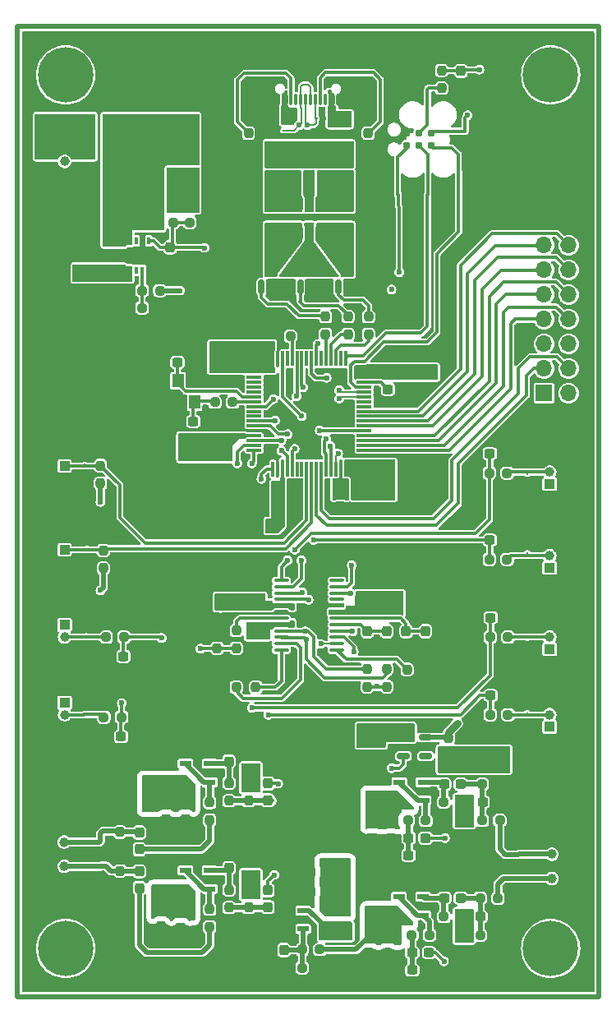
<source format=gbr>
%TF.GenerationSoftware,KiCad,Pcbnew,8.0.5*%
%TF.CreationDate,2024-10-21T17:45:39+01:00*%
%TF.ProjectId,Basic_DSP_V0_1,42617369-635f-4445-9350-5f56305f312e,rev?*%
%TF.SameCoordinates,Original*%
%TF.FileFunction,Copper,L1,Top*%
%TF.FilePolarity,Positive*%
%FSLAX46Y46*%
G04 Gerber Fmt 4.6, Leading zero omitted, Abs format (unit mm)*
G04 Created by KiCad (PCBNEW 8.0.5) date 2024-10-21 17:45:39*
%MOMM*%
%LPD*%
G01*
G04 APERTURE LIST*
G04 Aperture macros list*
%AMRoundRect*
0 Rectangle with rounded corners*
0 $1 Rounding radius*
0 $2 $3 $4 $5 $6 $7 $8 $9 X,Y pos of 4 corners*
0 Add a 4 corners polygon primitive as box body*
4,1,4,$2,$3,$4,$5,$6,$7,$8,$9,$2,$3,0*
0 Add four circle primitives for the rounded corners*
1,1,$1+$1,$2,$3*
1,1,$1+$1,$4,$5*
1,1,$1+$1,$6,$7*
1,1,$1+$1,$8,$9*
0 Add four rect primitives between the rounded corners*
20,1,$1+$1,$2,$3,$4,$5,0*
20,1,$1+$1,$4,$5,$6,$7,0*
20,1,$1+$1,$6,$7,$8,$9,0*
20,1,$1+$1,$8,$9,$2,$3,0*%
G04 Aperture macros list end*
%TA.AperFunction,SMDPad,CuDef*%
%ADD10RoundRect,0.062500X0.062500X-0.117500X0.062500X0.117500X-0.062500X0.117500X-0.062500X-0.117500X0*%
%TD*%
%TA.AperFunction,SMDPad,CuDef*%
%ADD11RoundRect,0.237500X-0.250000X-0.237500X0.250000X-0.237500X0.250000X0.237500X-0.250000X0.237500X0*%
%TD*%
%TA.AperFunction,SMDPad,CuDef*%
%ADD12RoundRect,0.237500X-0.237500X0.250000X-0.237500X-0.250000X0.237500X-0.250000X0.237500X0.250000X0*%
%TD*%
%TA.AperFunction,SMDPad,CuDef*%
%ADD13RoundRect,0.237500X-0.237500X0.300000X-0.237500X-0.300000X0.237500X-0.300000X0.237500X0.300000X0*%
%TD*%
%TA.AperFunction,SMDPad,CuDef*%
%ADD14RoundRect,0.160000X-0.240000X0.565000X-0.240000X-0.565000X0.240000X-0.565000X0.240000X0.565000X0*%
%TD*%
%TA.AperFunction,SMDPad,CuDef*%
%ADD15RoundRect,0.120000X-0.180000X0.605000X-0.180000X-0.605000X0.180000X-0.605000X0.180000X0.605000X0*%
%TD*%
%TA.AperFunction,SMDPad,CuDef*%
%ADD16RoundRect,0.237500X0.237500X-0.250000X0.237500X0.250000X-0.237500X0.250000X-0.237500X-0.250000X0*%
%TD*%
%TA.AperFunction,SMDPad,CuDef*%
%ADD17RoundRect,0.237500X0.237500X-0.300000X0.237500X0.300000X-0.237500X0.300000X-0.237500X-0.300000X0*%
%TD*%
%TA.AperFunction,SMDPad,CuDef*%
%ADD18RoundRect,0.237500X-0.300000X-0.237500X0.300000X-0.237500X0.300000X0.237500X-0.300000X0.237500X0*%
%TD*%
%TA.AperFunction,ComponentPad*%
%ADD19C,5.700000*%
%TD*%
%TA.AperFunction,SMDPad,CuDef*%
%ADD20RoundRect,0.062500X-0.117500X-0.062500X0.117500X-0.062500X0.117500X0.062500X-0.117500X0.062500X0*%
%TD*%
%TA.AperFunction,SMDPad,CuDef*%
%ADD21RoundRect,0.237500X0.300000X0.237500X-0.300000X0.237500X-0.300000X-0.237500X0.300000X-0.237500X0*%
%TD*%
%TA.AperFunction,SMDPad,CuDef*%
%ADD22RoundRect,0.237500X0.250000X0.237500X-0.250000X0.237500X-0.250000X-0.237500X0.250000X-0.237500X0*%
%TD*%
%TA.AperFunction,SMDPad,CuDef*%
%ADD23RoundRect,0.150000X0.150000X-0.587500X0.150000X0.587500X-0.150000X0.587500X-0.150000X-0.587500X0*%
%TD*%
%TA.AperFunction,SMDPad,CuDef*%
%ADD24RoundRect,0.062500X-0.062500X0.117500X-0.062500X-0.117500X0.062500X-0.117500X0.062500X0.117500X0*%
%TD*%
%TA.AperFunction,ComponentPad*%
%ADD25R,1.100000X1.000000*%
%TD*%
%TA.AperFunction,ComponentPad*%
%ADD26C,1.000000*%
%TD*%
%TA.AperFunction,SMDPad,CuDef*%
%ADD27RoundRect,0.150000X0.200000X-0.150000X0.200000X0.150000X-0.200000X0.150000X-0.200000X-0.150000X0*%
%TD*%
%TA.AperFunction,SMDPad,CuDef*%
%ADD28R,1.200000X0.600000*%
%TD*%
%TA.AperFunction,SMDPad,CuDef*%
%ADD29RoundRect,0.150000X-0.512500X-0.150000X0.512500X-0.150000X0.512500X0.150000X-0.512500X0.150000X0*%
%TD*%
%TA.AperFunction,SMDPad,CuDef*%
%ADD30RoundRect,0.062500X0.117500X0.062500X-0.117500X0.062500X-0.117500X-0.062500X0.117500X-0.062500X0*%
%TD*%
%TA.AperFunction,SMDPad,CuDef*%
%ADD31RoundRect,0.100000X-0.637500X-0.100000X0.637500X-0.100000X0.637500X0.100000X-0.637500X0.100000X0*%
%TD*%
%TA.AperFunction,SMDPad,CuDef*%
%ADD32R,1.200000X1.400000*%
%TD*%
%TA.AperFunction,SMDPad,CuDef*%
%ADD33RoundRect,0.225000X0.225000X0.250000X-0.225000X0.250000X-0.225000X-0.250000X0.225000X-0.250000X0*%
%TD*%
%TA.AperFunction,SMDPad,CuDef*%
%ADD34RoundRect,0.225000X-0.250000X0.225000X-0.250000X-0.225000X0.250000X-0.225000X0.250000X0.225000X0*%
%TD*%
%TA.AperFunction,SMDPad,CuDef*%
%ADD35RoundRect,0.075000X-0.700000X-0.075000X0.700000X-0.075000X0.700000X0.075000X-0.700000X0.075000X0*%
%TD*%
%TA.AperFunction,SMDPad,CuDef*%
%ADD36RoundRect,0.075000X-0.075000X-0.700000X0.075000X-0.700000X0.075000X0.700000X-0.075000X0.700000X0*%
%TD*%
%TA.AperFunction,SMDPad,CuDef*%
%ADD37RoundRect,0.150000X0.150000X0.425000X-0.150000X0.425000X-0.150000X-0.425000X0.150000X-0.425000X0*%
%TD*%
%TA.AperFunction,SMDPad,CuDef*%
%ADD38RoundRect,0.075000X0.075000X0.500000X-0.075000X0.500000X-0.075000X-0.500000X0.075000X-0.500000X0*%
%TD*%
%TA.AperFunction,SMDPad,CuDef*%
%ADD39RoundRect,0.250000X0.840000X0.750000X-0.840000X0.750000X-0.840000X-0.750000X0.840000X-0.750000X0*%
%TD*%
%TA.AperFunction,ComponentPad*%
%ADD40R,1.000000X1.000000*%
%TD*%
%TA.AperFunction,SMDPad,CuDef*%
%ADD41R,1.200000X1.200000*%
%TD*%
%TA.AperFunction,SMDPad,CuDef*%
%ADD42R,0.350000X0.800000*%
%TD*%
%TA.AperFunction,SMDPad,CuDef*%
%ADD43R,2.500000X1.750000*%
%TD*%
%TA.AperFunction,ConnectorPad*%
%ADD44C,0.787400*%
%TD*%
%TA.AperFunction,SMDPad,CuDef*%
%ADD45RoundRect,0.250000X1.000000X-1.950000X1.000000X1.950000X-1.000000X1.950000X-1.000000X-1.950000X0*%
%TD*%
%TA.AperFunction,ComponentPad*%
%ADD46R,1.700000X1.700000*%
%TD*%
%TA.AperFunction,ComponentPad*%
%ADD47O,1.700000X1.700000*%
%TD*%
%TA.AperFunction,ViaPad*%
%ADD48C,0.600000*%
%TD*%
%TA.AperFunction,Conductor*%
%ADD49C,0.500000*%
%TD*%
%TA.AperFunction,Conductor*%
%ADD50C,0.300000*%
%TD*%
%TA.AperFunction,Conductor*%
%ADD51C,0.200000*%
%TD*%
%TA.AperFunction,Conductor*%
%ADD52C,0.750000*%
%TD*%
%TA.AperFunction,Profile*%
%ADD53C,0.500000*%
%TD*%
G04 APERTURE END LIST*
D10*
%TO.P,D12,1,A1*%
%TO.N,GND*%
X126000000Y-366160000D03*
%TO.P,D12,2,A2*%
%TO.N,Net-(D12-A2)*%
X126000000Y-367000000D03*
%TD*%
D11*
%TO.P,R26,1*%
%TO.N,/Connections/ADC_IN2*%
X122175000Y-367000000D03*
%TO.P,R26,2*%
%TO.N,Net-(D12-A2)*%
X124000000Y-367000000D03*
%TD*%
D12*
%TO.P,R5,1*%
%TO.N,GND*%
X98000000Y-370337500D03*
%TO.P,R5,2*%
%TO.N,Net-(U2-AD1{slash}CDIN{slash}MDIV1)*%
X98000000Y-372162500D03*
%TD*%
D11*
%TO.P,R36,1*%
%TO.N,Net-(U9-IN+)*%
X102787500Y-401100000D03*
%TO.P,R36,2*%
%TO.N,GND*%
X104612500Y-401100000D03*
%TD*%
%TO.P,R23,1*%
%TO.N,/Connections/ADC_IN5*%
X122087500Y-359000000D03*
%TO.P,R23,2*%
%TO.N,Net-(D10-A2)*%
X123912500Y-359000000D03*
%TD*%
D13*
%TO.P,C70,1*%
%TO.N,+5VA*%
X88750000Y-384087500D03*
%TO.P,C70,2*%
%TO.N,GND*%
X88750000Y-385812500D03*
%TD*%
D14*
%TO.P,D23,1,BA*%
%TO.N,Net-(D23-BA)*%
X104550000Y-322350000D03*
D15*
%TO.P,D23,2,RA*%
%TO.N,Net-(D23-RA)*%
X103500000Y-322350000D03*
D14*
%TO.P,D23,3,GA*%
%TO.N,Net-(D23-GA)*%
X102450000Y-322350000D03*
%TO.P,D23,4,GK*%
%TO.N,Net-(D23-GK)*%
X102450000Y-325400000D03*
D15*
%TO.P,D23,5,RK*%
%TO.N,Net-(D23-RK)*%
X103500000Y-325400000D03*
D14*
%TO.P,D23,6,BK*%
%TO.N,Net-(D23-BK)*%
X104550000Y-325400000D03*
%TD*%
D16*
%TO.P,R34,1*%
%TO.N,Net-(C47-Pad2)*%
X95250000Y-394862500D03*
%TO.P,R34,2*%
%TO.N,Net-(U10-IN+)*%
X95250000Y-393037500D03*
%TD*%
D17*
%TO.P,C62,1*%
%TO.N,+3V3*%
X111500000Y-339725000D03*
%TO.P,C62,2*%
%TO.N,GND*%
X111500000Y-338000000D03*
%TD*%
D18*
%TO.P,C38,1*%
%TO.N,Net-(C33-Pad1)*%
X121387500Y-384000000D03*
%TO.P,C38,2*%
%TO.N,GND*%
X123112500Y-384000000D03*
%TD*%
D19*
%TO.P,H3,1*%
%TO.N,N/C*%
X128400000Y-399100000D03*
%TD*%
D12*
%TO.P,R47,1*%
%TO.N,Net-(Q1-G)*%
X109625000Y-333987500D03*
%TO.P,R47,2*%
%TO.N,/Processor/LED_BLUE*%
X109625000Y-335812500D03*
%TD*%
D19*
%TO.P,H4,1*%
%TO.N,N/C*%
X78400000Y-399100000D03*
%TD*%
D11*
%TO.P,R9,1*%
%TO.N,Net-(U3-SNS)*%
X86287500Y-333100000D03*
%TO.P,R9,2*%
%TO.N,GND*%
X88112500Y-333100000D03*
%TD*%
D20*
%TO.P,D24,1,A1*%
%TO.N,GND*%
X105047500Y-313550000D03*
%TO.P,D24,2,A2*%
%TO.N,/Connections/USB_D-*%
X104207500Y-313550000D03*
%TD*%
D21*
%TO.P,C23,1*%
%TO.N,/Connections/ADC_IN0*%
X84362500Y-369000000D03*
%TO.P,C23,2*%
%TO.N,GND*%
X82637500Y-369000000D03*
%TD*%
D16*
%TO.P,R46,1*%
%TO.N,Net-(D23-BA)*%
X105225000Y-319462500D03*
%TO.P,R46,2*%
%TO.N,+5V*%
X105225000Y-317637500D03*
%TD*%
D17*
%TO.P,C15,1*%
%TO.N,+5VA*%
X119750000Y-379162500D03*
%TO.P,C15,2*%
%TO.N,GND*%
X119750000Y-377437500D03*
%TD*%
D22*
%TO.P,R13,1*%
%TO.N,/Connections/ADC_IN1*%
X84162500Y-375250000D03*
%TO.P,R13,2*%
%TO.N,Net-(D4-A2)*%
X82337500Y-375250000D03*
%TD*%
D17*
%TO.P,C12,1*%
%TO.N,+3V3*%
X97300000Y-337462500D03*
%TO.P,C12,2*%
%TO.N,GND*%
X97300000Y-335737500D03*
%TD*%
D18*
%TO.P,C40,1*%
%TO.N,/Connections/ADC_IN3*%
X122225000Y-373000000D03*
%TO.P,C40,2*%
%TO.N,GND*%
X123950000Y-373000000D03*
%TD*%
D17*
%TO.P,C4,1*%
%TO.N,+3V3*%
X96000000Y-363412500D03*
%TO.P,C4,2*%
%TO.N,GND*%
X96000000Y-361687500D03*
%TD*%
D13*
%TO.P,C65,1*%
%TO.N,+3V3*%
X94400000Y-348137500D03*
%TO.P,C65,2*%
%TO.N,GND*%
X94400000Y-349862500D03*
%TD*%
D23*
%TO.P,Q1,1,G*%
%TO.N,Net-(Q1-G)*%
X106537500Y-330925000D03*
%TO.P,Q1,2,S*%
%TO.N,GND*%
X108437500Y-330925000D03*
%TO.P,Q1,3,D*%
%TO.N,Net-(D23-BK)*%
X107487500Y-329050000D03*
%TD*%
D11*
%TO.P,R21,1*%
%TO.N,/Connections/ADC_IN4*%
X122087500Y-350100000D03*
%TO.P,R21,2*%
%TO.N,Net-(D8-A2)*%
X123912500Y-350100000D03*
%TD*%
D24*
%TO.P,D22,1,A1*%
%TO.N,GND*%
X80600000Y-358820000D03*
%TO.P,D22,2,A2*%
%TO.N,/Connections/SWITCH_1*%
X80600000Y-357980000D03*
%TD*%
D13*
%TO.P,C13,1*%
%TO.N,+3V3*%
X83400000Y-329437500D03*
%TO.P,C13,2*%
%TO.N,GND*%
X83400000Y-331162500D03*
%TD*%
D25*
%TO.P,J2,1,1*%
%TO.N,+3V3*%
X78300000Y-365750000D03*
D26*
%TO.P,J2,2,2*%
%TO.N,Net-(D25-A2)*%
X78300000Y-367000000D03*
%TO.P,J2,3,3*%
%TO.N,GND*%
X78300000Y-368250000D03*
%TD*%
D18*
%TO.P,C37,1*%
%TO.N,/Connections/ADC_IN5*%
X122137500Y-357000000D03*
%TO.P,C37,2*%
%TO.N,GND*%
X123862500Y-357000000D03*
%TD*%
D16*
%TO.P,R41,1*%
%TO.N,+3V3*%
X82000000Y-351162500D03*
%TO.P,R41,2*%
%TO.N,/Connections/SWITCH_0*%
X82000000Y-349337500D03*
%TD*%
%TO.P,R39,1*%
%TO.N,GND*%
X97250000Y-316912500D03*
%TO.P,R39,2*%
%TO.N,Net-(J4-CC2)*%
X97250000Y-315087500D03*
%TD*%
D27*
%TO.P,D3,1,K*%
%TO.N,VCC*%
X80700000Y-317300000D03*
%TO.P,D3,2,A*%
%TO.N,GND*%
X80700000Y-318700000D03*
%TD*%
D16*
%TO.P,R42,1*%
%TO.N,+3V3*%
X82300000Y-359912500D03*
%TO.P,R42,2*%
%TO.N,/Connections/SWITCH_1*%
X82300000Y-358087500D03*
%TD*%
D19*
%TO.P,H1,1*%
%TO.N,N/C*%
X78400000Y-309100000D03*
%TD*%
D12*
%TO.P,R50,1*%
%TO.N,GND*%
X94000000Y-366337500D03*
%TO.P,R50,2*%
%TO.N,/CODEC/I2S_ADC_OUT*%
X94000000Y-368162500D03*
%TD*%
D23*
%TO.P,Q3,1,G*%
%TO.N,Net-(Q3-G)*%
X98587500Y-330925000D03*
%TO.P,Q3,2,S*%
%TO.N,GND*%
X100487500Y-330925000D03*
%TO.P,Q3,3,D*%
%TO.N,Net-(D23-GK)*%
X99537500Y-329050000D03*
%TD*%
D25*
%TO.P,J8,1,1*%
%TO.N,+3V3*%
X128300000Y-359875000D03*
D26*
%TO.P,J8,2,2*%
%TO.N,Net-(D10-A2)*%
X128300000Y-358625000D03*
%TO.P,J8,3,3*%
%TO.N,GND*%
X128300000Y-357375000D03*
%TD*%
D24*
%TO.P,D14,1,A1*%
%TO.N,GND*%
X82000000Y-388840000D03*
%TO.P,D14,2,A2*%
%TO.N,/Analogue/AUDIO_OUT_R*%
X82000000Y-388000000D03*
%TD*%
D28*
%TO.P,U9,1,OUT*%
%TO.N,+VREF*%
X102887500Y-395175000D03*
%TO.P,U9,2,V-*%
%TO.N,GND*%
X102887500Y-396125000D03*
%TO.P,U9,3,IN+*%
%TO.N,Net-(U9-IN+)*%
X102887500Y-397075000D03*
%TO.P,U9,4,IN-*%
%TO.N,+VREF*%
X105387500Y-397075000D03*
%TO.P,U9,5,V+*%
%TO.N,+5VA*%
X105387500Y-395175000D03*
%TD*%
D16*
%TO.P,R31,1*%
%TO.N,GND*%
X84000000Y-388912500D03*
%TO.P,R31,2*%
%TO.N,/Analogue/AUDIO_OUT_R*%
X84000000Y-387087500D03*
%TD*%
D29*
%TO.P,U5,1,IN*%
%TO.N,Net-(D1-K)*%
X113225000Y-377350000D03*
%TO.P,U5,2,GND*%
%TO.N,GND*%
X113225000Y-378300000D03*
%TO.P,U5,3,EN*%
%TO.N,/Power/V_ENABLE*%
X113225000Y-379250000D03*
%TO.P,U5,4,NC*%
%TO.N,unconnected-(U5-NC-Pad4)*%
X115500000Y-379250000D03*
%TO.P,U5,5,OUT*%
%TO.N,+5V*%
X115500000Y-377350000D03*
%TD*%
D30*
%TO.P,D26,1,A1*%
%TO.N,GND*%
X100080000Y-314800000D03*
%TO.P,D26,2,A2*%
%TO.N,/Connections/USB_D+*%
X100920000Y-314800000D03*
%TD*%
D22*
%TO.P,R14,1*%
%TO.N,+VREF*%
X119200000Y-395800000D03*
%TO.P,R14,2*%
%TO.N,Net-(U6-IN+)*%
X117375000Y-395800000D03*
%TD*%
D13*
%TO.P,C46,1*%
%TO.N,+5VA*%
X90250000Y-395225000D03*
%TO.P,C46,2*%
%TO.N,GND*%
X90250000Y-396950000D03*
%TD*%
D22*
%TO.P,R12,1*%
%TO.N,/Connections/ADC_IN0*%
X84412500Y-367000000D03*
%TO.P,R12,2*%
%TO.N,Net-(D25-A2)*%
X82587500Y-367000000D03*
%TD*%
D18*
%TO.P,C35,1*%
%TO.N,/Connections/ADC_IN4*%
X122137500Y-348100000D03*
%TO.P,C35,2*%
%TO.N,GND*%
X123862500Y-348100000D03*
%TD*%
D13*
%TO.P,C61,1*%
%TO.N,+3V3*%
X108675000Y-351912500D03*
%TO.P,C61,2*%
%TO.N,GND*%
X108675000Y-353637500D03*
%TD*%
D17*
%TO.P,C2,1*%
%TO.N,+5VA*%
X111500000Y-363112500D03*
%TO.P,C2,2*%
%TO.N,GND*%
X111500000Y-361387500D03*
%TD*%
D22*
%TO.P,R22,1*%
%TO.N,/Analogue/AUDIO_IN_R*%
X123162500Y-385900000D03*
%TO.P,R22,2*%
%TO.N,Net-(C33-Pad1)*%
X121337500Y-385900000D03*
%TD*%
D31*
%TO.P,U2,1,SDIN*%
%TO.N,/CODEC/I2S_DAC_IN*%
X100637500Y-361175000D03*
%TO.P,U2,2,LRCLK*%
%TO.N,/CODEC/I2S_WCLK*%
X100637500Y-361825000D03*
%TO.P,U2,3,MCLK*%
%TO.N,/CODEC/I2S_MCLK*%
X100637500Y-362475000D03*
%TO.P,U2,4,SCLK*%
%TO.N,/CODEC/I2S_BCLK*%
X100637500Y-363125000D03*
%TO.P,U2,5,VD*%
%TO.N,+3V3*%
X100637500Y-363775000D03*
%TO.P,U2,6,DGND*%
%TO.N,GND*%
X100637500Y-364425000D03*
%TO.P,U2,7,SDOUT*%
%TO.N,/CODEC/CODEC_OUT*%
X100637500Y-365075000D03*
%TO.P,U2,8,VLC*%
%TO.N,+3V3*%
X100637500Y-365725000D03*
%TO.P,U2,9,SDA/CDOUT/M1*%
%TO.N,/CODEC/I2C1_SDA*%
X100637500Y-366375000D03*
%TO.P,U2,10,SCL/CCLK/M0*%
%TO.N,/CODEC/I2C1_SCL*%
X100637500Y-367025000D03*
%TO.P,U2,11,AD0/~{CS}/I2S/~{LJ}*%
%TO.N,Net-(U2-AD0{slash}~{CS}{slash}I2S{slash}~{LJ})*%
X100637500Y-367675000D03*
%TO.P,U2,12,AD1/CDIN/MDIV1*%
%TO.N,Net-(U2-AD1{slash}CDIN{slash}MDIV1)*%
X100637500Y-368325000D03*
%TO.P,U2,13,AD2/MDIV2*%
%TO.N,Net-(U2-AD2{slash}MDIV2)*%
X106362500Y-368325000D03*
%TO.P,U2,14,~{RST}*%
%TO.N,/CODEC/CODEC_~{RST}*%
X106362500Y-367675000D03*
%TO.P,U2,15,AINA*%
%TO.N,/Analogue/CODEC_IN_L*%
X106362500Y-367025000D03*
%TO.P,U2,16,AINB*%
%TO.N,/Analogue/CODEC_IN_R*%
X106362500Y-366375000D03*
%TO.P,U2,17,VQ*%
%TO.N,Net-(U2-VQ)*%
X106362500Y-365725000D03*
%TO.P,U2,18,FIL+*%
%TO.N,Net-(U2-FIL+)*%
X106362500Y-365075000D03*
%TO.P,U2,19,VA*%
%TO.N,+5VA*%
X106362500Y-364425000D03*
%TO.P,U2,20,AGND*%
%TO.N,GND*%
X106362500Y-363775000D03*
%TO.P,U2,21,~{MUTEA}*%
%TO.N,unconnected-(U2-~{MUTEA}-Pad21)*%
X106362500Y-363125000D03*
%TO.P,U2,22,OUTA*%
%TO.N,/Analogue/CODEC_OUT_L*%
X106362500Y-362475000D03*
%TO.P,U2,23,OUTB*%
%TO.N,/Analogue/CODEC_OUT_R*%
X106362500Y-361825000D03*
%TO.P,U2,24,~{MUTEB}*%
%TO.N,unconnected-(U2-~{MUTEB}-Pad24)*%
X106362500Y-361175000D03*
%TD*%
D16*
%TO.P,R29,1*%
%TO.N,Net-(C42-Pad2)*%
X95250000Y-383862500D03*
%TO.P,R29,2*%
%TO.N,Net-(U8-IN+)*%
X95250000Y-382037500D03*
%TD*%
D22*
%TO.P,R16,1*%
%TO.N,Net-(U6-IN-)*%
X115912500Y-397700000D03*
%TO.P,R16,2*%
%TO.N,Net-(C27-Pad1)*%
X114087500Y-397700000D03*
%TD*%
D11*
%TO.P,R25,1*%
%TO.N,Net-(C33-Pad1)*%
X121337500Y-382150000D03*
%TO.P,R25,2*%
%TO.N,GND*%
X123162500Y-382150000D03*
%TD*%
D21*
%TO.P,C72,1*%
%TO.N,+5VA*%
X105325000Y-391200000D03*
%TO.P,C72,2*%
%TO.N,GND*%
X103600000Y-391200000D03*
%TD*%
D32*
%TO.P,Y1,1,1*%
%TO.N,/Processor/MCU_CLK_OUT*%
X91700000Y-342800000D03*
%TO.P,Y1,2,2*%
%TO.N,GND*%
X91700000Y-340600000D03*
%TO.P,Y1,3,3*%
%TO.N,/Processor/MCU_CKL_IN*%
X90000000Y-340600000D03*
%TO.P,Y1,4,4*%
%TO.N,GND*%
X90000000Y-342800000D03*
%TD*%
D17*
%TO.P,C66,1*%
%TO.N,+3V3*%
X113500000Y-339725000D03*
%TO.P,C66,2*%
%TO.N,GND*%
X113500000Y-338000000D03*
%TD*%
D21*
%TO.P,C28,1*%
%TO.N,GND*%
X115862500Y-401300000D03*
%TO.P,C28,2*%
%TO.N,Net-(C27-Pad1)*%
X114137500Y-401300000D03*
%TD*%
D22*
%TO.P,R7,1*%
%TO.N,+3V3*%
X88112500Y-331300000D03*
%TO.P,R7,2*%
%TO.N,Net-(U3-SNS)*%
X86287500Y-331300000D03*
%TD*%
D10*
%TO.P,D8,1,A1*%
%TO.N,GND*%
X126000000Y-349280000D03*
%TO.P,D8,2,A2*%
%TO.N,Net-(D8-A2)*%
X126000000Y-350120000D03*
%TD*%
D12*
%TO.P,R49,1*%
%TO.N,Net-(Q3-G)*%
X105200000Y-333987500D03*
%TO.P,R49,2*%
%TO.N,/Processor/LED_GREEN*%
X105200000Y-335812500D03*
%TD*%
D16*
%TO.P,R4,1*%
%TO.N,GND*%
X113600000Y-372162500D03*
%TO.P,R4,2*%
%TO.N,Net-(U2-AD2{slash}MDIV2)*%
X113600000Y-370337500D03*
%TD*%
D13*
%TO.P,C6,1*%
%TO.N,Net-(U2-VQ)*%
X111500000Y-366387500D03*
%TO.P,C6,2*%
%TO.N,GND*%
X111500000Y-368112500D03*
%TD*%
D10*
%TO.P,D9,1,A1*%
%TO.N,GND*%
X125100000Y-388580000D03*
%TO.P,D9,2,A2*%
%TO.N,/Analogue/AUDIO_IN_R*%
X125100000Y-389420000D03*
%TD*%
D33*
%TO.P,C73,1*%
%TO.N,Net-(D1-K)*%
X82975000Y-326100000D03*
%TO.P,C73,2*%
%TO.N,GND*%
X81425000Y-326100000D03*
%TD*%
D24*
%TO.P,D4,1,A1*%
%TO.N,GND*%
X80800000Y-375800000D03*
%TO.P,D4,2,A2*%
%TO.N,Net-(D4-A2)*%
X80800000Y-374960000D03*
%TD*%
D12*
%TO.P,R35,1*%
%TO.N,Net-(U10-IN-)*%
X93250000Y-395037500D03*
%TO.P,R35,2*%
%TO.N,Net-(C48-Pad1)*%
X93250000Y-396862500D03*
%TD*%
D34*
%TO.P,C74,1*%
%TO.N,Net-(D1-K)*%
X110362500Y-377525000D03*
%TO.P,C74,2*%
%TO.N,GND*%
X110362500Y-379075000D03*
%TD*%
D25*
%TO.P,J7,1,1*%
%TO.N,+3V3*%
X128300000Y-351250000D03*
D26*
%TO.P,J7,2,2*%
%TO.N,Net-(D8-A2)*%
X128300000Y-350000000D03*
%TO.P,J7,3,3*%
%TO.N,GND*%
X128300000Y-348750000D03*
%TD*%
D21*
%TO.P,C59,1*%
%TO.N,/Processor/MCU_CLK_OUT*%
X91562500Y-344800000D03*
%TO.P,C59,2*%
%TO.N,GND*%
X89837500Y-344800000D03*
%TD*%
D12*
%TO.P,R3,1*%
%TO.N,/CODEC/I2C1_SCL*%
X111500000Y-370287500D03*
%TO.P,R3,2*%
%TO.N,+3V3*%
X111500000Y-372112500D03*
%TD*%
D22*
%TO.P,R20,1*%
%TO.N,+VREF*%
X119200000Y-384000000D03*
%TO.P,R20,2*%
%TO.N,Net-(U7-IN+)*%
X117375000Y-384000000D03*
%TD*%
D21*
%TO.P,C75,1*%
%TO.N,+3V3*%
X100262500Y-354000000D03*
%TO.P,C75,2*%
%TO.N,GND*%
X98537500Y-354000000D03*
%TD*%
D35*
%TO.P,U1,1,VBAT*%
%TO.N,unconnected-(U1-VBAT-Pad1)*%
X97825000Y-340250000D03*
%TO.P,U1,2,PC13*%
%TO.N,unconnected-(U1-PC13-Pad2)*%
X97825000Y-340750000D03*
%TO.P,U1,3,PC14*%
%TO.N,unconnected-(U1-PC14-Pad3)*%
X97825000Y-341250000D03*
%TO.P,U1,4,PC15*%
%TO.N,unconnected-(U1-PC15-Pad4)*%
X97825000Y-341750000D03*
%TO.P,U1,5,PH0*%
%TO.N,/Processor/MCU_CKL_IN*%
X97825000Y-342250000D03*
%TO.P,U1,6,PH1*%
%TO.N,Net-(U1-PH1)*%
X97825000Y-342750000D03*
%TO.P,U1,7,NRST*%
%TO.N,/Processor/MCU_~{RST}*%
X97825000Y-343250000D03*
%TO.P,U1,8,PC0*%
%TO.N,unconnected-(U1-PC0-Pad8)*%
X97825000Y-343750000D03*
%TO.P,U1,9,PC1*%
%TO.N,unconnected-(U1-PC1-Pad9)*%
X97825000Y-344250000D03*
%TO.P,U1,10,PC2*%
%TO.N,/CODEC/I2S_ADC_OUT*%
X97825000Y-344750000D03*
%TO.P,U1,11,PC3*%
%TO.N,/CODEC/I2S_DAC_IN*%
X97825000Y-345250000D03*
%TO.P,U1,12,VSSA*%
%TO.N,GND*%
X97825000Y-345750000D03*
%TO.P,U1,13,VDDA*%
%TO.N,+3V3*%
X97825000Y-346250000D03*
%TO.P,U1,14,PA0*%
%TO.N,/Connections/ADC_IN0*%
X97825000Y-346750000D03*
%TO.P,U1,15,PA1*%
%TO.N,/Connections/ADC_IN1*%
X97825000Y-347250000D03*
%TO.P,U1,16,PA2*%
%TO.N,/Connections/ADC_IN2*%
X97825000Y-347750000D03*
D36*
%TO.P,U1,17,PA3*%
%TO.N,/Connections/ADC_IN3*%
X99750000Y-349675000D03*
%TO.P,U1,18,VSS*%
%TO.N,GND*%
X100250000Y-349675000D03*
%TO.P,U1,19,VDD*%
%TO.N,+3V3*%
X100750000Y-349675000D03*
%TO.P,U1,20,PA4*%
%TO.N,/Connections/ADC_IN4*%
X101250000Y-349675000D03*
%TO.P,U1,21,PA5*%
%TO.N,/Connections/ADC_IN5*%
X101750000Y-349675000D03*
%TO.P,U1,22,PA6*%
%TO.N,unconnected-(U1-PA6-Pad22)*%
X102250000Y-349675000D03*
%TO.P,U1,23,PA7*%
%TO.N,unconnected-(U1-PA7-Pad23)*%
X102750000Y-349675000D03*
%TO.P,U1,24,PC4*%
%TO.N,/Connections/SWITCH_0*%
X103250000Y-349675000D03*
%TO.P,U1,25,PC5*%
%TO.N,/Connections/SWITCH_1*%
X103750000Y-349675000D03*
%TO.P,U1,26,PB0*%
%TO.N,/Connections/GPIO0*%
X104250000Y-349675000D03*
%TO.P,U1,27,PB1*%
%TO.N,/Connections/GPIO1*%
X104750000Y-349675000D03*
%TO.P,U1,28,PB2*%
%TO.N,/Connections/GPIO2*%
X105250000Y-349675000D03*
%TO.P,U1,29,PB10*%
%TO.N,/CODEC/I2S_BCLK*%
X105750000Y-349675000D03*
%TO.P,U1,30,PB11*%
%TO.N,/CODEC/CODEC_~{RST}*%
X106250000Y-349675000D03*
%TO.P,U1,31,VCAP_1*%
%TO.N,Net-(U1-VCAP_1)*%
X106750000Y-349675000D03*
%TO.P,U1,32,VDD*%
%TO.N,+3V3*%
X107250000Y-349675000D03*
D35*
%TO.P,U1,33,PB12*%
%TO.N,/Connections/GPIO4*%
X109175000Y-347750000D03*
%TO.P,U1,34,PB13*%
%TO.N,/Connections/GPIO5*%
X109175000Y-347250000D03*
%TO.P,U1,35,PB14*%
%TO.N,/Connections/GPIO6*%
X109175000Y-346750000D03*
%TO.P,U1,36,PB15*%
%TO.N,/Connections/GPIO7*%
X109175000Y-346250000D03*
%TO.P,U1,37,PC6*%
%TO.N,/CODEC/I2S_MCLK*%
X109175000Y-345750000D03*
%TO.P,U1,38,PC7*%
%TO.N,/Connections/GPIO8*%
X109175000Y-345250000D03*
%TO.P,U1,39,PC8*%
%TO.N,/Connections/GPIO9*%
X109175000Y-344750000D03*
%TO.P,U1,40,PC9*%
%TO.N,/Connections/GPIO10*%
X109175000Y-344250000D03*
%TO.P,U1,41,PA8*%
%TO.N,/Connections/GPIO11*%
X109175000Y-343750000D03*
%TO.P,U1,42,PA9*%
%TO.N,unconnected-(U1-PA9-Pad42)*%
X109175000Y-343250000D03*
%TO.P,U1,43,PA10*%
%TO.N,unconnected-(U1-PA10-Pad43)*%
X109175000Y-342750000D03*
%TO.P,U1,44,PA11*%
%TO.N,/Connections/USB_D-*%
X109175000Y-342250000D03*
%TO.P,U1,45,PA12*%
%TO.N,/Connections/USB_D+*%
X109175000Y-341750000D03*
%TO.P,U1,46,PA13*%
%TO.N,/Processor/SWDIO*%
X109175000Y-341250000D03*
%TO.P,U1,47,VCAP_2*%
%TO.N,Net-(U1-VCAP_2)*%
X109175000Y-340750000D03*
%TO.P,U1,48,VDD*%
%TO.N,+3V3*%
X109175000Y-340250000D03*
D36*
%TO.P,U1,49,PA14*%
%TO.N,/Processor/SWCLK*%
X107250000Y-338325000D03*
%TO.P,U1,50,PA15*%
%TO.N,unconnected-(U1-PA15-Pad50)*%
X106750000Y-338325000D03*
%TO.P,U1,51,PC10*%
%TO.N,/Processor/LED_BLUE*%
X106250000Y-338325000D03*
%TO.P,U1,52,PC11*%
%TO.N,/Processor/LED_RED*%
X105750000Y-338325000D03*
%TO.P,U1,53,PC12*%
%TO.N,/Processor/LED_GREEN*%
X105250000Y-338325000D03*
%TO.P,U1,54,PD2*%
%TO.N,unconnected-(U1-PD2-Pad54)*%
X104750000Y-338325000D03*
%TO.P,U1,55,PB3*%
%TO.N,/Processor/SWO*%
X104250000Y-338325000D03*
%TO.P,U1,56,PB4*%
%TO.N,/Connections/GPIO3*%
X103750000Y-338325000D03*
%TO.P,U1,57,PB5*%
%TO.N,unconnected-(U1-PB5-Pad57)*%
X103250000Y-338325000D03*
%TO.P,U1,58,PB6*%
%TO.N,/CODEC/I2C1_SCL*%
X102750000Y-338325000D03*
%TO.P,U1,59,PB7*%
%TO.N,/CODEC/I2C1_SDA*%
X102250000Y-338325000D03*
%TO.P,U1,60,BOOT0*%
%TO.N,Net-(U1-BOOT0)*%
X101750000Y-338325000D03*
%TO.P,U1,61,PB8*%
%TO.N,unconnected-(U1-PB8-Pad61)*%
X101250000Y-338325000D03*
%TO.P,U1,62,PB9*%
%TO.N,/CODEC/I2S_WCLK*%
X100750000Y-338325000D03*
%TO.P,U1,63,VSS*%
%TO.N,GND*%
X100250000Y-338325000D03*
%TO.P,U1,64,VDD*%
%TO.N,+3V3*%
X99750000Y-338325000D03*
%TD*%
D13*
%TO.P,C8,1*%
%TO.N,Net-(U2-FIL+)*%
X113500000Y-366387500D03*
%TO.P,C8,2*%
%TO.N,GND*%
X113500000Y-368112500D03*
%TD*%
%TO.P,C32,1*%
%TO.N,+5VA*%
X111900000Y-386037500D03*
%TO.P,C32,2*%
%TO.N,GND*%
X111900000Y-387762500D03*
%TD*%
D26*
%TO.P,J11,1,1*%
%TO.N,/Analogue/AUDIO_OUT_R*%
X78275000Y-388125000D03*
%TO.P,J11,2,2*%
%TO.N,GND*%
X78275000Y-389375000D03*
%TO.P,J11,3,3*%
%TO.N,/Analogue/AUDIO_OUT_L*%
X78275000Y-390625000D03*
%TO.P,J11,4,4*%
%TO.N,GND*%
X78275000Y-391875000D03*
%TD*%
D37*
%TO.P,J4,A1,GND*%
%TO.N,GND*%
X106600000Y-311600000D03*
%TO.P,J4,A4,VBUS*%
%TO.N,VBUS*%
X105800000Y-311600000D03*
D38*
%TO.P,J4,A5,CC1*%
%TO.N,Net-(J4-CC1)*%
X104650000Y-311600000D03*
%TO.P,J4,A6,D+*%
%TO.N,/Connections/USB_D+*%
X103650000Y-311600000D03*
%TO.P,J4,A7,D-*%
%TO.N,/Connections/USB_D-*%
X103150000Y-311600000D03*
%TO.P,J4,A8,SBU1*%
%TO.N,unconnected-(J4-SBU1-PadA8)*%
X102150000Y-311600000D03*
D37*
%TO.P,J4,A9,VBUS*%
%TO.N,VBUS*%
X101000000Y-311600000D03*
%TO.P,J4,A12,GND*%
%TO.N,GND*%
X100200000Y-311600000D03*
%TO.P,J4,B1,GND*%
X100200000Y-311600000D03*
%TO.P,J4,B4,VBUS*%
%TO.N,VBUS*%
X101000000Y-311600000D03*
D38*
%TO.P,J4,B5,CC2*%
%TO.N,Net-(J4-CC2)*%
X101650000Y-311600000D03*
%TO.P,J4,B6,D+*%
%TO.N,/Connections/USB_D+*%
X102650000Y-311600000D03*
%TO.P,J4,B7,D-*%
%TO.N,/Connections/USB_D-*%
X104150000Y-311600000D03*
%TO.P,J4,B8,SBU2*%
%TO.N,unconnected-(J4-SBU2-PadB8)*%
X105150000Y-311600000D03*
D37*
%TO.P,J4,B9,VBUS*%
%TO.N,VBUS*%
X105800000Y-311600000D03*
%TO.P,J4,B12,GND*%
%TO.N,GND*%
X106600000Y-311600000D03*
D39*
%TO.P,J4,S1,SHIELD*%
X108510000Y-311005000D03*
X108510000Y-307075000D03*
X98290000Y-311005000D03*
X98290000Y-307075000D03*
%TD*%
D24*
%TO.P,D16,1,A1*%
%TO.N,GND*%
X119600000Y-315720000D03*
%TO.P,D16,2,A2*%
%TO.N,+3V3*%
X119600000Y-314880000D03*
%TD*%
D40*
%TO.P,J15,1,1*%
%TO.N,/Connections/SWITCH_1*%
X78300000Y-358000000D03*
D26*
%TO.P,J15,2,2*%
%TO.N,GND*%
X78300000Y-359250000D03*
%TD*%
D41*
%TO.P,D1,1,K*%
%TO.N,Net-(D1-K)*%
X87700000Y-321500000D03*
%TO.P,D1,2,A*%
%TO.N,VBUS*%
X90500000Y-321500000D03*
%TD*%
D24*
%TO.P,D13,1,A1*%
%TO.N,GND*%
X80375000Y-350170000D03*
%TO.P,D13,2,A2*%
%TO.N,/Connections/SWITCH_0*%
X80375000Y-349330000D03*
%TD*%
D16*
%TO.P,R45,1*%
%TO.N,Net-(D23-RA)*%
X103500000Y-319412500D03*
%TO.P,R45,2*%
%TO.N,+5V*%
X103500000Y-317587500D03*
%TD*%
D18*
%TO.P,C34,1*%
%TO.N,Net-(C34-Pad1)*%
X113757500Y-387700000D03*
%TO.P,C34,2*%
%TO.N,/Analogue/CODEC_IN_R*%
X115482500Y-387700000D03*
%TD*%
D21*
%TO.P,C63,1*%
%TO.N,+3V3*%
X100262500Y-352000000D03*
%TO.P,C63,2*%
%TO.N,GND*%
X98537500Y-352000000D03*
%TD*%
D18*
%TO.P,C39,1*%
%TO.N,/Connections/ADC_IN2*%
X122225000Y-365000000D03*
%TO.P,C39,2*%
%TO.N,GND*%
X123950000Y-365000000D03*
%TD*%
D13*
%TO.P,C68,1*%
%TO.N,+5VA*%
X111600000Y-397837500D03*
%TO.P,C68,2*%
%TO.N,GND*%
X111600000Y-399562500D03*
%TD*%
D16*
%TO.P,R38,1*%
%TO.N,/Processor/nRESET*%
X117150000Y-310447500D03*
%TO.P,R38,2*%
%TO.N,/Processor/MCU_~{RST}*%
X117150000Y-308622500D03*
%TD*%
D42*
%TO.P,U3,1,OUT*%
%TO.N,+3V3*%
X85025000Y-329200000D03*
%TO.P,U3,2,NC_1*%
%TO.N,unconnected-(U3-NC_1-Pad2)*%
X85675000Y-329200000D03*
%TO.P,U3,3,SNS*%
%TO.N,Net-(U3-SNS)*%
X86325000Y-329200000D03*
%TO.P,U3,4,GND_1*%
%TO.N,GND*%
X86975000Y-329200000D03*
%TO.P,U3,5,EN*%
%TO.N,/Power/V_ENABLE*%
X86975000Y-326200000D03*
%TO.P,U3,6,GND_2*%
%TO.N,GND*%
X86325000Y-326200000D03*
%TO.P,U3,7,NC_2*%
%TO.N,unconnected-(U3-NC_2-Pad7)*%
X85675000Y-326200000D03*
%TO.P,U3,8,IN*%
%TO.N,Net-(D1-K)*%
X85025000Y-326200000D03*
D43*
%TO.P,U3,9,EP*%
%TO.N,GND*%
X86000000Y-327700000D03*
%TD*%
D11*
%TO.P,R10,1*%
%TO.N,/Power/V_ENABLE*%
X91187500Y-324300000D03*
%TO.P,R10,2*%
%TO.N,GND*%
X93012500Y-324300000D03*
%TD*%
D13*
%TO.P,C67,1*%
%TO.N,+3V3*%
X110575000Y-351912500D03*
%TO.P,C67,2*%
%TO.N,GND*%
X110575000Y-353637500D03*
%TD*%
D44*
%TO.P,J12,1,VCC*%
%TO.N,+3V3*%
X116070000Y-315100000D03*
%TO.P,J12,2,SWDIO*%
%TO.N,/Processor/SWDIO*%
X116070000Y-316370000D03*
%TO.P,J12,3,~{RESET}*%
%TO.N,/Processor/nRESET*%
X114800000Y-315100000D03*
%TO.P,J12,4,SWCLK*%
%TO.N,/Processor/SWCLK*%
X114800000Y-316370000D03*
%TO.P,J12,5,GND*%
%TO.N,GND*%
X113530000Y-315100000D03*
%TO.P,J12,6,SWO*%
%TO.N,/Processor/SWO*%
X113530000Y-316370000D03*
%TD*%
D10*
%TO.P,D6,1,A1*%
%TO.N,GND*%
X125100000Y-391035000D03*
%TO.P,D6,2,A2*%
%TO.N,/Analogue/AUDIO_IN_L*%
X125100000Y-391875000D03*
%TD*%
D13*
%TO.P,C14,1*%
%TO.N,/Power/V_ENABLE*%
X89175000Y-326837500D03*
%TO.P,C14,2*%
%TO.N,GND*%
X89175000Y-328562500D03*
%TD*%
D28*
%TO.P,U6,1,OUT*%
%TO.N,Net-(U6-IN-)*%
X115250000Y-395650000D03*
%TO.P,U6,2,V-*%
%TO.N,GND*%
X115250000Y-394700000D03*
%TO.P,U6,3,IN+*%
%TO.N,Net-(U6-IN+)*%
X115250000Y-393750000D03*
%TO.P,U6,4,IN-*%
%TO.N,Net-(U6-IN-)*%
X112750000Y-393750000D03*
%TO.P,U6,5,V+*%
%TO.N,+5VA*%
X112750000Y-395650000D03*
%TD*%
D13*
%TO.P,C3,1*%
%TO.N,+3V3*%
X98000000Y-366387500D03*
%TO.P,C3,2*%
%TO.N,GND*%
X98000000Y-368112500D03*
%TD*%
D12*
%TO.P,R1,1*%
%TO.N,/CODEC/CODEC_OUT*%
X96000000Y-366337500D03*
%TO.P,R1,2*%
%TO.N,/CODEC/I2S_ADC_OUT*%
X96000000Y-368162500D03*
%TD*%
D13*
%TO.P,C49,1*%
%TO.N,Net-(U9-IN+)*%
X100900000Y-399237500D03*
%TO.P,C49,2*%
%TO.N,GND*%
X100900000Y-400962500D03*
%TD*%
D10*
%TO.P,D11,1,A1*%
%TO.N,GND*%
X126000000Y-374080000D03*
%TO.P,D11,2,A2*%
%TO.N,Net-(D11-A2)*%
X126000000Y-374920000D03*
%TD*%
D25*
%TO.P,J1,1,1*%
%TO.N,VCC*%
X78300000Y-316750000D03*
D26*
%TO.P,J1,2,2*%
%TO.N,unconnected-(J1-Pad2)*%
X78300000Y-318000000D03*
%TO.P,J1,3,3*%
%TO.N,GND*%
X78300000Y-319250000D03*
%TD*%
D13*
%TO.P,C7,1*%
%TO.N,Net-(U2-VQ)*%
X109500000Y-366387500D03*
%TO.P,C7,2*%
%TO.N,GND*%
X109500000Y-368112500D03*
%TD*%
D21*
%TO.P,C24,1*%
%TO.N,/Connections/ADC_IN1*%
X84112500Y-377250000D03*
%TO.P,C24,2*%
%TO.N,GND*%
X82387500Y-377250000D03*
%TD*%
D12*
%TO.P,R11,1*%
%TO.N,+5V*%
X117862500Y-377387500D03*
%TO.P,R11,2*%
%TO.N,+5VA*%
X117862500Y-379212500D03*
%TD*%
D22*
%TO.P,R15,1*%
%TO.N,/Analogue/AUDIO_IN_L*%
X122962500Y-393900000D03*
%TO.P,R15,2*%
%TO.N,Net-(C26-Pad1)*%
X121137500Y-393900000D03*
%TD*%
D13*
%TO.P,C41,1*%
%TO.N,+5VA*%
X90750000Y-384087500D03*
%TO.P,C41,2*%
%TO.N,GND*%
X90750000Y-385812500D03*
%TD*%
D28*
%TO.P,U8,1,OUT*%
%TO.N,Net-(U8-IN-)*%
X93250000Y-381950000D03*
%TO.P,U8,2,V-*%
%TO.N,GND*%
X93250000Y-381000000D03*
%TO.P,U8,3,IN+*%
%TO.N,Net-(U8-IN+)*%
X93250000Y-380050000D03*
%TO.P,U8,4,IN-*%
%TO.N,Net-(U8-IN-)*%
X90750000Y-380050000D03*
%TO.P,U8,5,V+*%
%TO.N,+5VA*%
X90750000Y-381950000D03*
%TD*%
D18*
%TO.P,C27,1*%
%TO.N,Net-(C27-Pad1)*%
X114137500Y-399500000D03*
%TO.P,C27,2*%
%TO.N,/Analogue/CODEC_IN_L*%
X115862500Y-399500000D03*
%TD*%
D13*
%TO.P,C47,1*%
%TO.N,/Analogue/CODEC_OUT_L*%
X99250000Y-393087500D03*
%TO.P,C47,2*%
%TO.N,Net-(C47-Pad2)*%
X99250000Y-394812500D03*
%TD*%
D30*
%TO.P,D21,1,A1*%
%TO.N,GND*%
X100080000Y-313600000D03*
%TO.P,D21,2,A2*%
%TO.N,VBUS*%
X100920000Y-313600000D03*
%TD*%
D13*
%TO.P,C69,1*%
%TO.N,+5VA*%
X110050000Y-385987500D03*
%TO.P,C69,2*%
%TO.N,GND*%
X110050000Y-387712500D03*
%TD*%
D11*
%TO.P,R43,1*%
%TO.N,/Processor/MCU_CLK_OUT*%
X93787500Y-342800000D03*
%TO.P,R43,2*%
%TO.N,Net-(U1-PH1)*%
X95612500Y-342800000D03*
%TD*%
D41*
%TO.P,D2,1,K*%
%TO.N,Net-(D1-K)*%
X83300000Y-314850000D03*
%TO.P,D2,2,A*%
%TO.N,VCC*%
X80500000Y-314850000D03*
%TD*%
D30*
%TO.P,D19,1,A1*%
%TO.N,GND*%
X114880000Y-321435000D03*
%TO.P,D19,2,A2*%
%TO.N,/Processor/SWCLK*%
X115720000Y-321435000D03*
%TD*%
D18*
%TO.P,C60,1*%
%TO.N,/Processor/MCU_CKL_IN*%
X89937500Y-338700000D03*
%TO.P,C60,2*%
%TO.N,GND*%
X91662500Y-338700000D03*
%TD*%
D16*
%TO.P,R40,1*%
%TO.N,GND*%
X109600000Y-316912500D03*
%TO.P,R40,2*%
%TO.N,Net-(J4-CC1)*%
X109600000Y-315087500D03*
%TD*%
D21*
%TO.P,C36,1*%
%TO.N,GND*%
X115482500Y-389500000D03*
%TO.P,C36,2*%
%TO.N,Net-(C34-Pad1)*%
X113757500Y-389500000D03*
%TD*%
D22*
%TO.P,R51,1*%
%TO.N,GND*%
X103412500Y-336000000D03*
%TO.P,R51,2*%
%TO.N,Net-(U1-BOOT0)*%
X101587500Y-336000000D03*
%TD*%
D17*
%TO.P,C50,1*%
%TO.N,Net-(U10-IN+)*%
X95250000Y-390812500D03*
%TO.P,C50,2*%
%TO.N,GND*%
X95250000Y-389087500D03*
%TD*%
D25*
%TO.P,J3,1,1*%
%TO.N,+3V3*%
X78300000Y-373750000D03*
D26*
%TO.P,J3,2,2*%
%TO.N,Net-(D4-A2)*%
X78300000Y-375000000D03*
%TO.P,J3,3,3*%
%TO.N,GND*%
X78300000Y-376250000D03*
%TD*%
D13*
%TO.P,C42,1*%
%TO.N,/Analogue/CODEC_OUT_R*%
X99250000Y-382087500D03*
%TO.P,C42,2*%
%TO.N,Net-(C42-Pad2)*%
X99250000Y-383812500D03*
%TD*%
D11*
%TO.P,R8,1*%
%TO.N,Net-(D1-K)*%
X87657500Y-324300000D03*
%TO.P,R8,2*%
%TO.N,/Power/V_ENABLE*%
X89482500Y-324300000D03*
%TD*%
D13*
%TO.P,C53,1*%
%TO.N,/Processor/MCU_~{RST}*%
X119150000Y-308672500D03*
%TO.P,C53,2*%
%TO.N,GND*%
X119150000Y-310397500D03*
%TD*%
D45*
%TO.P,C16,1*%
%TO.N,Net-(D1-K)*%
X90225000Y-315800000D03*
%TO.P,C16,2*%
%TO.N,GND*%
X90225000Y-308400000D03*
%TD*%
D12*
%TO.P,R30,1*%
%TO.N,Net-(U8-IN-)*%
X93250000Y-384037500D03*
%TO.P,R30,2*%
%TO.N,Net-(C43-Pad1)*%
X93250000Y-385862500D03*
%TD*%
D22*
%TO.P,R32,1*%
%TO.N,+5VA*%
X104612500Y-399200000D03*
%TO.P,R32,2*%
%TO.N,Net-(U9-IN+)*%
X102787500Y-399200000D03*
%TD*%
D23*
%TO.P,Q2,1,G*%
%TO.N,Net-(Q2-G)*%
X102587500Y-330925000D03*
%TO.P,Q2,2,S*%
%TO.N,GND*%
X104487500Y-330925000D03*
%TO.P,Q2,3,D*%
%TO.N,Net-(D23-RK)*%
X103537500Y-329050000D03*
%TD*%
D40*
%TO.P,J14,1,1*%
%TO.N,/Connections/SWITCH_0*%
X78300000Y-349375000D03*
D26*
%TO.P,J14,2,2*%
%TO.N,GND*%
X78300000Y-350625000D03*
%TD*%
D28*
%TO.P,U7,1,OUT*%
%TO.N,Net-(U7-IN-)*%
X115300000Y-383850000D03*
%TO.P,U7,2,V-*%
%TO.N,GND*%
X115300000Y-382900000D03*
%TO.P,U7,3,IN+*%
%TO.N,Net-(U7-IN+)*%
X115300000Y-381950000D03*
%TO.P,U7,4,IN-*%
%TO.N,Net-(U7-IN-)*%
X112800000Y-381950000D03*
%TO.P,U7,5,V+*%
%TO.N,+5VA*%
X112800000Y-383850000D03*
%TD*%
D17*
%TO.P,C48,1*%
%TO.N,Net-(C48-Pad1)*%
X86000000Y-392862500D03*
%TO.P,C48,2*%
%TO.N,/Analogue/AUDIO_OUT_L*%
X86000000Y-391137500D03*
%TD*%
D18*
%TO.P,C29,1*%
%TO.N,Net-(C26-Pad1)*%
X121187500Y-395800000D03*
%TO.P,C29,2*%
%TO.N,GND*%
X122912500Y-395800000D03*
%TD*%
D24*
%TO.P,D15,1,A1*%
%TO.N,GND*%
X82000000Y-391420000D03*
%TO.P,D15,2,A2*%
%TO.N,/Analogue/AUDIO_OUT_L*%
X82000000Y-390580000D03*
%TD*%
D26*
%TO.P,J6,1,1*%
%TO.N,/Analogue/AUDIO_IN_L*%
X128525000Y-391875000D03*
%TO.P,J6,2,2*%
%TO.N,GND*%
X128525000Y-390625000D03*
%TO.P,J6,3,3*%
%TO.N,/Analogue/AUDIO_IN_R*%
X128525000Y-389375000D03*
%TO.P,J6,4,4*%
%TO.N,GND*%
X128525000Y-388125000D03*
%TD*%
D22*
%TO.P,R24,1*%
%TO.N,Net-(U7-IN-)*%
X115532500Y-385900000D03*
%TO.P,R24,2*%
%TO.N,Net-(C34-Pad1)*%
X113707500Y-385900000D03*
%TD*%
D19*
%TO.P,H2,1*%
%TO.N,N/C*%
X128400000Y-309100000D03*
%TD*%
D12*
%TO.P,R48,1*%
%TO.N,Net-(Q2-G)*%
X107525000Y-333987500D03*
%TO.P,R48,2*%
%TO.N,/Processor/LED_RED*%
X107525000Y-335812500D03*
%TD*%
D17*
%TO.P,C43,1*%
%TO.N,Net-(C43-Pad1)*%
X86000000Y-388862500D03*
%TO.P,C43,2*%
%TO.N,/Analogue/AUDIO_OUT_R*%
X86000000Y-387137500D03*
%TD*%
D46*
%TO.P,J16,1,Pin_1*%
%TO.N,+5V*%
X127710000Y-341875000D03*
D47*
%TO.P,J16,2,Pin_2*%
%TO.N,+3V3*%
X130250000Y-341875000D03*
%TO.P,J16,3,Pin_3*%
%TO.N,/Connections/GPIO0*%
X127710000Y-339335000D03*
%TO.P,J16,4,Pin_4*%
%TO.N,/Connections/GPIO1*%
X130250000Y-339335000D03*
%TO.P,J16,5,Pin_5*%
%TO.N,/Connections/GPIO2*%
X127710000Y-336795000D03*
%TO.P,J16,6,Pin_6*%
%TO.N,/Connections/GPIO3*%
X130250000Y-336795000D03*
%TO.P,J16,7,Pin_7*%
%TO.N,/Connections/GPIO4*%
X127710000Y-334255000D03*
%TO.P,J16,8,Pin_8*%
%TO.N,/Connections/GPIO5*%
X130250000Y-334255000D03*
%TO.P,J16,9,Pin_9*%
%TO.N,/Connections/GPIO6*%
X127710000Y-331715000D03*
%TO.P,J16,10,Pin_10*%
%TO.N,/Connections/GPIO7*%
X130250000Y-331715000D03*
%TO.P,J16,11,Pin_11*%
%TO.N,/Connections/GPIO8*%
X127710000Y-329175000D03*
%TO.P,J16,12,Pin_12*%
%TO.N,/Connections/GPIO9*%
X130250000Y-329175000D03*
%TO.P,J16,13,Pin_13*%
%TO.N,/Connections/GPIO10*%
X127710000Y-326635000D03*
%TO.P,J16,14,Pin_14*%
%TO.N,/Connections/GPIO11*%
X130250000Y-326635000D03*
%TO.P,J16,15,Pin_15*%
%TO.N,GND*%
X127710000Y-324095000D03*
%TO.P,J16,16,Pin_16*%
X130250000Y-324095000D03*
%TD*%
D12*
%TO.P,R33,1*%
%TO.N,+VREF*%
X97250000Y-393037500D03*
%TO.P,R33,2*%
%TO.N,Net-(C47-Pad2)*%
X97250000Y-394862500D03*
%TD*%
D21*
%TO.P,C33,1*%
%TO.N,Net-(C33-Pad1)*%
X119150000Y-382150000D03*
%TO.P,C33,2*%
%TO.N,Net-(U7-IN+)*%
X117425000Y-382150000D03*
%TD*%
D25*
%TO.P,J10,1,1*%
%TO.N,+3V3*%
X128300000Y-376250000D03*
D26*
%TO.P,J10,2,2*%
%TO.N,Net-(D11-A2)*%
X128300000Y-375000000D03*
%TO.P,J10,3,3*%
%TO.N,GND*%
X128300000Y-373750000D03*
%TD*%
D10*
%TO.P,D10,1,A1*%
%TO.N,GND*%
X126000000Y-357580000D03*
%TO.P,D10,2,A2*%
%TO.N,Net-(D10-A2)*%
X126000000Y-358420000D03*
%TD*%
D21*
%TO.P,C26,1*%
%TO.N,Net-(C26-Pad1)*%
X119150000Y-393900000D03*
%TO.P,C26,2*%
%TO.N,Net-(U6-IN+)*%
X117425000Y-393900000D03*
%TD*%
D17*
%TO.P,C5,1*%
%TO.N,+3V3*%
X98000000Y-363412500D03*
%TO.P,C5,2*%
%TO.N,GND*%
X98000000Y-361687500D03*
%TD*%
D28*
%TO.P,U10,1,OUT*%
%TO.N,Net-(U10-IN-)*%
X93250000Y-392950000D03*
%TO.P,U10,2,V-*%
%TO.N,GND*%
X93250000Y-392000000D03*
%TO.P,U10,3,IN+*%
%TO.N,Net-(U10-IN+)*%
X93250000Y-391050000D03*
%TO.P,U10,4,IN-*%
%TO.N,Net-(U10-IN-)*%
X90750000Y-391050000D03*
%TO.P,U10,5,V+*%
%TO.N,+5VA*%
X90750000Y-392950000D03*
%TD*%
D16*
%TO.P,R37,1*%
%TO.N,GND*%
X84000000Y-392912500D03*
%TO.P,R37,2*%
%TO.N,/Analogue/AUDIO_OUT_L*%
X84000000Y-391087500D03*
%TD*%
D13*
%TO.P,C51,1*%
%TO.N,Net-(U1-VCAP_1)*%
X106725000Y-351837500D03*
%TO.P,C51,2*%
%TO.N,GND*%
X106725000Y-353562500D03*
%TD*%
%TO.P,C9,1*%
%TO.N,Net-(U2-FIL+)*%
X115500000Y-366387500D03*
%TO.P,C9,2*%
%TO.N,GND*%
X115500000Y-368112500D03*
%TD*%
D21*
%TO.P,C45,1*%
%TO.N,+5VA*%
X105325000Y-393200000D03*
%TO.P,C45,2*%
%TO.N,GND*%
X103600000Y-393200000D03*
%TD*%
D12*
%TO.P,R2,1*%
%TO.N,/CODEC/I2C1_SDA*%
X109500000Y-370287500D03*
%TO.P,R2,2*%
%TO.N,+3V3*%
X109500000Y-372112500D03*
%TD*%
D17*
%TO.P,C44,1*%
%TO.N,Net-(U8-IN+)*%
X95250000Y-379812500D03*
%TO.P,C44,2*%
%TO.N,GND*%
X95250000Y-378087500D03*
%TD*%
D30*
%TO.P,D18,1,A1*%
%TO.N,GND*%
X118080000Y-321400000D03*
%TO.P,D18,2,A2*%
%TO.N,/Processor/SWDIO*%
X118920000Y-321400000D03*
%TD*%
D18*
%TO.P,C52,1*%
%TO.N,Net-(U1-VCAP_2)*%
X111637500Y-341500000D03*
%TO.P,C52,2*%
%TO.N,GND*%
X113362500Y-341500000D03*
%TD*%
D17*
%TO.P,C76,1*%
%TO.N,+3V3*%
X95300000Y-337462500D03*
%TO.P,C76,2*%
%TO.N,GND*%
X95300000Y-335737500D03*
%TD*%
D13*
%TO.P,C58,1*%
%TO.N,+3V3*%
X92400000Y-348137500D03*
%TO.P,C58,2*%
%TO.N,GND*%
X92400000Y-349862500D03*
%TD*%
D25*
%TO.P,J9,1,1*%
%TO.N,+3V3*%
X128300000Y-368250000D03*
D26*
%TO.P,J9,2,2*%
%TO.N,Net-(D12-A2)*%
X128300000Y-367000000D03*
%TO.P,J9,3,3*%
%TO.N,GND*%
X128300000Y-365750000D03*
%TD*%
D10*
%TO.P,D20,1,A1*%
%TO.N,GND*%
X115700000Y-309715000D03*
%TO.P,D20,2,A2*%
%TO.N,/Processor/nRESET*%
X115700000Y-310555000D03*
%TD*%
D30*
%TO.P,D17,1,A1*%
%TO.N,GND*%
X111830000Y-321435000D03*
%TO.P,D17,2,A2*%
%TO.N,/Processor/SWO*%
X112670000Y-321435000D03*
%TD*%
D12*
%TO.P,R28,1*%
%TO.N,+VREF*%
X97250000Y-382037500D03*
%TO.P,R28,2*%
%TO.N,Net-(C42-Pad2)*%
X97250000Y-383862500D03*
%TD*%
D17*
%TO.P,C1,1*%
%TO.N,+5VA*%
X109500000Y-363112500D03*
%TO.P,C1,2*%
%TO.N,GND*%
X109500000Y-361387500D03*
%TD*%
D11*
%TO.P,R17,1*%
%TO.N,Net-(C26-Pad1)*%
X121137500Y-397700000D03*
%TO.P,R17,2*%
%TO.N,GND*%
X122962500Y-397700000D03*
%TD*%
D24*
%TO.P,D25,1,A1*%
%TO.N,GND*%
X80525000Y-367820000D03*
%TO.P,D25,2,A2*%
%TO.N,Net-(D25-A2)*%
X80525000Y-366980000D03*
%TD*%
D13*
%TO.P,C71,1*%
%TO.N,+5VA*%
X88250000Y-395087500D03*
%TO.P,C71,2*%
%TO.N,GND*%
X88250000Y-396812500D03*
%TD*%
D11*
%TO.P,R27,1*%
%TO.N,/Connections/ADC_IN3*%
X122175000Y-375000000D03*
%TO.P,R27,2*%
%TO.N,Net-(D11-A2)*%
X124000000Y-375000000D03*
%TD*%
D13*
%TO.P,C25,1*%
%TO.N,+5VA*%
X109700000Y-397837500D03*
%TO.P,C25,2*%
%TO.N,GND*%
X109700000Y-399562500D03*
%TD*%
D12*
%TO.P,R6,1*%
%TO.N,GND*%
X96000000Y-370337500D03*
%TO.P,R6,2*%
%TO.N,Net-(U2-AD0{slash}~{CS}{slash}I2S{slash}~{LJ})*%
X96000000Y-372162500D03*
%TD*%
D16*
%TO.P,R44,1*%
%TO.N,Net-(D23-GA)*%
X101700000Y-319437500D03*
%TO.P,R44,2*%
%TO.N,+5V*%
X101700000Y-317612500D03*
%TD*%
D48*
%TO.N,+5VA*%
X87200000Y-382400000D03*
X110000000Y-384000000D03*
X121200000Y-379200000D03*
X89400000Y-393200000D03*
X106800000Y-391200000D03*
X112600000Y-363000000D03*
X106800000Y-393200000D03*
X109900000Y-395300000D03*
X111100000Y-395300000D03*
X111200000Y-384000000D03*
X112600000Y-364200000D03*
X88200000Y-393200000D03*
X122400000Y-379200000D03*
X87200000Y-384000000D03*
%TO.N,GND*%
X91500000Y-397000000D03*
X103500000Y-364300000D03*
X124400000Y-395900000D03*
X109100000Y-379300000D03*
X93500000Y-306700000D03*
X104600000Y-344800000D03*
X81800000Y-331200000D03*
X96900000Y-354000000D03*
X93100000Y-323000000D03*
X88300000Y-344800000D03*
X106500000Y-347300000D03*
X102100000Y-346100000D03*
X101500000Y-332000000D03*
X94400000Y-361500000D03*
X117600000Y-324800000D03*
X121100000Y-377400000D03*
X103545110Y-344161654D03*
X123800000Y-346300000D03*
X117400000Y-401400000D03*
X104700000Y-368700000D03*
X115000000Y-337900000D03*
X92500000Y-306700000D03*
X103500000Y-359100000D03*
X100900000Y-402300000D03*
X99700000Y-340900000D03*
X123900000Y-371500000D03*
X95300000Y-387700000D03*
X105400000Y-332100000D03*
X100650000Y-358534313D03*
X112600000Y-361300000D03*
X89500000Y-333200000D03*
X107700000Y-353700000D03*
X100000000Y-343900000D03*
X94000000Y-335700000D03*
X124300000Y-397700000D03*
X96900000Y-352000000D03*
X86900000Y-396900000D03*
X98800000Y-335700000D03*
X101500000Y-370300000D03*
X113400000Y-342900000D03*
X101400000Y-339900000D03*
X91700000Y-337300000D03*
X110900000Y-400900000D03*
X109600000Y-353700000D03*
X123900000Y-363400000D03*
X115500000Y-369700000D03*
X110500000Y-359700000D03*
X123900000Y-355400000D03*
%TO.N,+3V3*%
X99000000Y-366600000D03*
X82000000Y-353100000D03*
X81800000Y-330000000D03*
X82000000Y-362200000D03*
X115000000Y-339700000D03*
X110700000Y-349700000D03*
X90800000Y-346800000D03*
X110500000Y-372100000D03*
X109600000Y-349700000D03*
X100400000Y-355300000D03*
X116100000Y-339700000D03*
X119850000Y-313235000D03*
X90800000Y-347900000D03*
X94400000Y-363000000D03*
X80800000Y-329100000D03*
X94000000Y-337600000D03*
X94000000Y-338800000D03*
X99500000Y-355300000D03*
X94400000Y-364000000D03*
X81800000Y-329100000D03*
X79800000Y-329100000D03*
X79800000Y-330000000D03*
X90200000Y-331300000D03*
X80800000Y-330000000D03*
%TO.N,Net-(D1-K)*%
X83700000Y-322700000D03*
X109100000Y-377700000D03*
X83700000Y-321700000D03*
X85700000Y-321700000D03*
X84700000Y-322700000D03*
X84700000Y-321700000D03*
X109100000Y-376600000D03*
X85700000Y-322700000D03*
%TO.N,/Power/V_ENABLE*%
X112000000Y-380500000D03*
X112000000Y-331200000D03*
X92700000Y-326900000D03*
%TO.N,/Connections/ADC_IN0*%
X88300000Y-367100000D03*
X100650000Y-346750000D03*
%TO.N,/Connections/ADC_IN1*%
X96100000Y-349100000D03*
X84200000Y-373800000D03*
%TO.N,/Analogue/CODEC_IN_L*%
X108100000Y-368500000D03*
X117400000Y-400400000D03*
%TO.N,/Connections/ADC_IN2*%
X97600000Y-374300000D03*
X97600000Y-349100000D03*
%TO.N,/Connections/ADC_IN3*%
X99300000Y-375000000D03*
X98600000Y-350700000D03*
%TO.N,/Analogue/CODEC_IN_R*%
X117500000Y-387700000D03*
X108000000Y-366400000D03*
%TO.N,/Connections/ADC_IN4*%
X102030761Y-358000000D03*
X100650000Y-347800000D03*
%TO.N,/Connections/ADC_IN5*%
X103950000Y-357000000D03*
X102000000Y-347600000D03*
%TO.N,/Analogue/CODEC_OUT_L*%
X107800000Y-362500000D03*
X99900000Y-391500000D03*
%TO.N,/Analogue/CODEC_OUT_R*%
X100300000Y-382100000D03*
X107900000Y-359600000D03*
%TO.N,/Processor/MCU_~{RST}*%
X121050000Y-308535000D03*
X99800000Y-342500000D03*
%TO.N,VBUS*%
X91500000Y-319400000D03*
X106600000Y-313300000D03*
X106600000Y-314200000D03*
X101900000Y-312800000D03*
X107400000Y-314200000D03*
X107400000Y-313300000D03*
X89700000Y-319400000D03*
X90600000Y-319400000D03*
X101900000Y-313600000D03*
%TO.N,/Processor/SWO*%
X104400000Y-336800000D03*
X112800000Y-329400000D03*
%TO.N,/Connections/USB_D+*%
X102475000Y-314252248D03*
X106621851Y-341575000D03*
%TO.N,/Connections/USB_D-*%
X106621851Y-342425000D03*
X103325000Y-314252248D03*
%TO.N,+5V*%
X118800000Y-375900000D03*
X107000000Y-317700000D03*
X107000000Y-316600000D03*
%TO.N,/Connections/GPIO2*%
X105250000Y-346600000D03*
%TO.N,/Connections/GPIO3*%
X105300000Y-340300000D03*
%TO.N,/CODEC/I2S_ADC_OUT*%
X100000000Y-344700000D03*
X92300000Y-368200000D03*
%TO.N,/CODEC/I2C1_SDA*%
X102200000Y-342200000D03*
X103100000Y-366400000D03*
%TO.N,/CODEC/I2C1_SCL*%
X102900000Y-341266728D03*
X103200000Y-367200000D03*
%TO.N,+VREF*%
X119000000Y-398000000D03*
X107250000Y-397750000D03*
X98000000Y-391750000D03*
X97000000Y-380750000D03*
X120000000Y-398000000D03*
X98000000Y-380750000D03*
X97000000Y-391750000D03*
X107250000Y-396750000D03*
X120000000Y-386200000D03*
X119000000Y-386200000D03*
%TO.N,/CODEC/I2S_BCLK*%
X103450000Y-363150000D03*
X105700000Y-347315544D03*
%TO.N,/CODEC/I2S_WCLK*%
X102750000Y-344250000D03*
X102700000Y-359100000D03*
%TO.N,/CODEC/I2S_MCLK*%
X104600000Y-345700000D03*
X102800000Y-362400000D03*
%TO.N,/CODEC/I2S_DAC_IN*%
X101300000Y-346100000D03*
X101300000Y-359100000D03*
%TO.N,/CODEC/CODEC_~{RST}*%
X104700000Y-367700000D03*
X106500000Y-348100000D03*
%TD*%
D49*
%TO.N,+5VA*%
X108337500Y-399200000D02*
X109700000Y-397837500D01*
X104612500Y-399200000D02*
X108337500Y-399200000D01*
%TO.N,+3V3*%
X82300000Y-359912500D02*
X82300000Y-361900000D01*
D50*
X110512500Y-372112500D02*
X110500000Y-372100000D01*
X109500000Y-372112500D02*
X110487500Y-372112500D01*
X119600000Y-314880000D02*
X116290000Y-314880000D01*
X111500000Y-372112500D02*
X110512500Y-372112500D01*
X116290000Y-314880000D02*
X116070000Y-315100000D01*
D49*
X88112500Y-331300000D02*
X90200000Y-331300000D01*
X94325000Y-348212500D02*
X94400000Y-348137500D01*
D50*
X119600000Y-313485000D02*
X119600000Y-314880000D01*
X110487500Y-372112500D02*
X110500000Y-372100000D01*
D49*
X82000000Y-351162500D02*
X82000000Y-353100000D01*
X82300000Y-361900000D02*
X82000000Y-362200000D01*
D50*
X119850000Y-313235000D02*
X119600000Y-313485000D01*
%TO.N,Net-(U2-VQ)*%
X106362500Y-365725000D02*
X108837500Y-365725000D01*
X111500000Y-366387500D02*
X109500000Y-366387500D01*
X108837500Y-365725000D02*
X109500000Y-366387500D01*
%TO.N,Net-(U2-FIL+)*%
X115500000Y-366387500D02*
X113500000Y-366387500D01*
X112975000Y-365075000D02*
X113500000Y-365600000D01*
X113500000Y-365600000D02*
X113500000Y-366387500D01*
X106362500Y-365075000D02*
X112975000Y-365075000D01*
D49*
%TO.N,Net-(D1-K)*%
X110537500Y-377350000D02*
X110362500Y-377525000D01*
D50*
%TO.N,/Power/V_ENABLE*%
X89400000Y-324382500D02*
X89482500Y-324300000D01*
X89175000Y-326837500D02*
X89400000Y-326612500D01*
X86975000Y-326200000D02*
X87500000Y-326200000D01*
X92637500Y-326837500D02*
X89175000Y-326837500D01*
X113225000Y-379250000D02*
X113225000Y-380075000D01*
X87500000Y-326200000D02*
X88137500Y-326837500D01*
X88137500Y-326837500D02*
X89175000Y-326837500D01*
X113225000Y-380075000D02*
X112800000Y-380500000D01*
X92700000Y-326900000D02*
X92637500Y-326837500D01*
X89400000Y-326612500D02*
X89400000Y-324382500D01*
X91187500Y-324300000D02*
X89482500Y-324300000D01*
X112800000Y-380500000D02*
X112000000Y-380500000D01*
%TO.N,/Connections/ADC_IN0*%
X97825000Y-346750000D02*
X100650000Y-346750000D01*
X84362500Y-367050000D02*
X84412500Y-367000000D01*
X84362500Y-369000000D02*
X84362500Y-367050000D01*
X88200000Y-367000000D02*
X88300000Y-367100000D01*
X84412500Y-367000000D02*
X88200000Y-367000000D01*
%TO.N,/Connections/ADC_IN1*%
X84162500Y-373837500D02*
X84200000Y-373800000D01*
X84162500Y-375250000D02*
X84162500Y-373837500D01*
X84112500Y-377250000D02*
X84112500Y-375300000D01*
X96100000Y-347900000D02*
X96750000Y-347250000D01*
X84112500Y-375300000D02*
X84162500Y-375250000D01*
X96100000Y-349100000D02*
X96100000Y-347900000D01*
X96750000Y-347250000D02*
X97825000Y-347250000D01*
D49*
%TO.N,Net-(U6-IN+)*%
X117425000Y-393900000D02*
X115400000Y-393900000D01*
X117375000Y-395600000D02*
X117375000Y-393950000D01*
X115400000Y-393900000D02*
X115250000Y-393750000D01*
X117375000Y-393950000D02*
X117425000Y-393900000D01*
%TO.N,Net-(C26-Pad1)*%
X121137500Y-397800000D02*
X121137500Y-393900000D01*
X119150000Y-393900000D02*
X121137500Y-393900000D01*
%TO.N,Net-(C27-Pad1)*%
X114100000Y-401262500D02*
X114100000Y-397962500D01*
X114137500Y-401300000D02*
X114100000Y-401262500D01*
X114100000Y-397962500D02*
X113837500Y-397700000D01*
D50*
%TO.N,/Analogue/CODEC_IN_L*%
X116500000Y-399500000D02*
X117400000Y-400400000D01*
X106362500Y-367025000D02*
X107099999Y-367025000D01*
X107099999Y-367025000D02*
X108100000Y-368025001D01*
X108100000Y-368025001D02*
X108100000Y-368500000D01*
X115612500Y-399500000D02*
X116500000Y-399500000D01*
%TO.N,/Connections/ADC_IN2*%
X122225000Y-366950000D02*
X122175000Y-367000000D01*
X97600000Y-349100000D02*
X97825000Y-348875000D01*
X97825000Y-348875000D02*
X97825000Y-347750000D01*
X118800000Y-374300000D02*
X122175000Y-370925000D01*
X122175000Y-370925000D02*
X122175000Y-367000000D01*
X122225000Y-365000000D02*
X122225000Y-366950000D01*
X97600000Y-374300000D02*
X118800000Y-374300000D01*
%TO.N,/Connections/ADC_IN3*%
X99125000Y-349675000D02*
X99750000Y-349675000D01*
X122225000Y-374950000D02*
X122175000Y-375000000D01*
X119100000Y-375000000D02*
X121100000Y-373000000D01*
X98600000Y-350700000D02*
X98600000Y-350200000D01*
X99300000Y-375000000D02*
X119100000Y-375000000D01*
X121100000Y-373000000D02*
X122225000Y-373000000D01*
X98600000Y-350200000D02*
X99125000Y-349675000D01*
X122225000Y-373000000D02*
X122225000Y-374950000D01*
D49*
%TO.N,Net-(C33-Pad1)*%
X119412500Y-382150000D02*
X121337500Y-382150000D01*
X121337500Y-385900000D02*
X121337500Y-382150000D01*
%TO.N,Net-(U7-IN+)*%
X117375000Y-384000000D02*
X117375000Y-382200000D01*
X117487500Y-381950000D02*
X115300000Y-381950000D01*
X117375000Y-382200000D02*
X117425000Y-382150000D01*
X117500000Y-381962500D02*
X117487500Y-381950000D01*
D50*
%TO.N,/Analogue/CODEC_IN_R*%
X106362500Y-366375000D02*
X107975000Y-366375000D01*
X115482500Y-387700000D02*
X117500000Y-387700000D01*
X107975000Y-366375000D02*
X108000000Y-366400000D01*
D49*
%TO.N,Net-(C34-Pad1)*%
X113757500Y-385950000D02*
X113707500Y-385900000D01*
X113757500Y-389200000D02*
X113757500Y-385950000D01*
D50*
%TO.N,/Connections/ADC_IN4*%
X122137500Y-350050000D02*
X122087500Y-350100000D01*
X122087500Y-350100000D02*
X122087500Y-354912500D01*
X122087500Y-354912500D02*
X120700000Y-356300000D01*
X101250000Y-348400000D02*
X101250000Y-349675000D01*
X100650000Y-347800000D02*
X101250000Y-348400000D01*
X103730761Y-356300000D02*
X120700000Y-356300000D01*
X103730761Y-356300000D02*
X102030761Y-358000000D01*
X122137500Y-348100000D02*
X122137500Y-350050000D01*
%TO.N,/Connections/ADC_IN5*%
X101750000Y-347850000D02*
X101750000Y-349675000D01*
X122137500Y-357000000D02*
X122137500Y-358950000D01*
X102000000Y-347600000D02*
X101750000Y-347850000D01*
X122137500Y-357000000D02*
X103950000Y-357000000D01*
X122137500Y-358950000D02*
X122087500Y-359000000D01*
%TO.N,/Analogue/CODEC_OUT_L*%
X106362500Y-362475000D02*
X107775000Y-362475000D01*
X99250000Y-393087500D02*
X99250000Y-392150000D01*
X99250000Y-392150000D02*
X99900000Y-391500000D01*
X107775000Y-362475000D02*
X107800000Y-362500000D01*
D49*
%TO.N,Net-(C42-Pad2)*%
X97750000Y-383862500D02*
X99700000Y-383862500D01*
X95750000Y-383862500D02*
X97750000Y-383862500D01*
%TO.N,Net-(C43-Pad1)*%
X93250000Y-388000000D02*
X92387500Y-388862500D01*
X93250000Y-385862500D02*
X93250000Y-388000000D01*
X92387500Y-388862500D02*
X86000000Y-388862500D01*
%TO.N,/Analogue/AUDIO_OUT_L*%
X78275000Y-390625000D02*
X81955000Y-390625000D01*
X82580000Y-390580000D02*
X83087500Y-391087500D01*
X82000000Y-390580000D02*
X82580000Y-390580000D01*
X83087500Y-391087500D02*
X84000000Y-391087500D01*
X81955000Y-390625000D02*
X82000000Y-390580000D01*
X86000000Y-391137500D02*
X84050000Y-391137500D01*
X84050000Y-391137500D02*
X84000000Y-391087500D01*
%TO.N,Net-(U8-IN+)*%
X95250000Y-382037500D02*
X95250000Y-379812500D01*
X93250000Y-380050000D02*
X95512500Y-380050000D01*
D50*
%TO.N,/Analogue/CODEC_OUT_R*%
X106362500Y-361825000D02*
X107475000Y-361825000D01*
X107475000Y-361825000D02*
X107900000Y-361400000D01*
X100300000Y-382100000D02*
X100287500Y-382087500D01*
X100287500Y-382087500D02*
X99250000Y-382087500D01*
X107900000Y-361400000D02*
X107900000Y-359600000D01*
D49*
%TO.N,Net-(C47-Pad2)*%
X97250000Y-394862500D02*
X99200000Y-394862500D01*
X95250000Y-394862500D02*
X97250000Y-394862500D01*
X99200000Y-394862500D02*
X99250000Y-394812500D01*
%TO.N,Net-(C48-Pad1)*%
X86750000Y-399500000D02*
X86000000Y-398750000D01*
X93250000Y-398750000D02*
X92500000Y-399500000D01*
X86000000Y-398750000D02*
X86000000Y-392862500D01*
X92500000Y-399500000D02*
X86750000Y-399500000D01*
X93250000Y-396862500D02*
X93250000Y-398750000D01*
%TO.N,/Analogue/AUDIO_OUT_R*%
X78275000Y-388125000D02*
X81875000Y-388125000D01*
X82250000Y-387000000D02*
X83912500Y-387000000D01*
X84000000Y-387087500D02*
X85950000Y-387087500D01*
X81875000Y-388125000D02*
X82000000Y-388000000D01*
X83912500Y-387000000D02*
X84000000Y-387087500D01*
X82000000Y-388000000D02*
X82000000Y-387250000D01*
X85950000Y-387087500D02*
X86000000Y-387137500D01*
X82000000Y-387250000D02*
X82250000Y-387000000D01*
%TO.N,Net-(U9-IN+)*%
X102887500Y-397075000D02*
X102887500Y-399100000D01*
X100900000Y-399237500D02*
X102750000Y-399237500D01*
X102750000Y-399237500D02*
X102787500Y-399200000D01*
X102887500Y-399100000D02*
X102787500Y-399200000D01*
X102787500Y-401100000D02*
X102787500Y-399200000D01*
%TO.N,Net-(U10-IN+)*%
X95012500Y-391050000D02*
X95250000Y-390812500D01*
X95250000Y-393037500D02*
X95250000Y-390812500D01*
X93250000Y-391050000D02*
X95012500Y-391050000D01*
D50*
%TO.N,Net-(U1-VCAP_2)*%
X110887500Y-340750000D02*
X111637500Y-341500000D01*
X109175000Y-340750000D02*
X110887500Y-340750000D01*
%TO.N,/Processor/MCU_~{RST}*%
X117150000Y-308622500D02*
X119100000Y-308622500D01*
X121050000Y-308535000D02*
X119287500Y-308535000D01*
X97825000Y-343250000D02*
X99050000Y-343250000D01*
X99050000Y-343250000D02*
X99800000Y-342500000D01*
%TO.N,VBUS*%
X101120000Y-311700000D02*
X101000000Y-311580000D01*
%TO.N,/Processor/MCU_CLK_OUT*%
X93887500Y-342700000D02*
X91800000Y-342700000D01*
X91562500Y-344800000D02*
X91562500Y-342937500D01*
X91800000Y-342700000D02*
X91700000Y-342800000D01*
X91562500Y-342937500D02*
X91700000Y-342800000D01*
%TO.N,/Processor/MCU_CKL_IN*%
X97825000Y-342250000D02*
X96587432Y-342250000D01*
X89937500Y-338700000D02*
X89937500Y-340537500D01*
X90750000Y-341650000D02*
X90000000Y-340900000D01*
X90000000Y-340900000D02*
X90000000Y-340600000D01*
X95987432Y-341650000D02*
X90750000Y-341650000D01*
X89937500Y-340537500D02*
X90000000Y-340600000D01*
X96587432Y-342250000D02*
X95987432Y-341650000D01*
%TO.N,Net-(D4-A2)*%
X80300000Y-374980000D02*
X82067500Y-374980000D01*
X78000000Y-375000000D02*
X80280000Y-375000000D01*
X82067500Y-374980000D02*
X82337500Y-375250000D01*
X80280000Y-375000000D02*
X80300000Y-374980000D01*
D49*
%TO.N,/Analogue/AUDIO_IN_L*%
X122962500Y-392437500D02*
X123525000Y-391875000D01*
X123525000Y-391875000D02*
X125100000Y-391875000D01*
X122962500Y-393900000D02*
X122962500Y-392437500D01*
X128725000Y-391875000D02*
X125100000Y-391875000D01*
D50*
%TO.N,Net-(D8-A2)*%
X128300000Y-350000000D02*
X124012500Y-350000000D01*
X124012500Y-350000000D02*
X123912500Y-350100000D01*
D49*
%TO.N,/Analogue/AUDIO_IN_R*%
X128725000Y-389375000D02*
X125145000Y-389375000D01*
X123720000Y-389420000D02*
X123162500Y-388862500D01*
X125100000Y-389420000D02*
X123720000Y-389420000D01*
X125145000Y-389375000D02*
X125100000Y-389420000D01*
X123162500Y-388862500D02*
X123162500Y-385900000D01*
D50*
%TO.N,Net-(D10-A2)*%
X128300000Y-358625000D02*
X124287500Y-358625000D01*
X124287500Y-358625000D02*
X123912500Y-359000000D01*
%TO.N,Net-(D11-A2)*%
X128300000Y-375000000D02*
X124000000Y-375000000D01*
%TO.N,Net-(D12-A2)*%
X128300000Y-367000000D02*
X124000000Y-367000000D01*
%TO.N,/Connections/SWITCH_0*%
X84000000Y-354700000D02*
X86600000Y-357300000D01*
X100900000Y-357300000D02*
X103250000Y-354950000D01*
X103250000Y-354950000D02*
X103250000Y-349675000D01*
X82000000Y-349337500D02*
X84000000Y-351337500D01*
X78000000Y-349375000D02*
X81962500Y-349375000D01*
X84000000Y-351337500D02*
X84000000Y-354700000D01*
X86600000Y-357300000D02*
X100900000Y-357300000D01*
X81962500Y-349375000D02*
X82000000Y-349337500D01*
%TO.N,/Processor/SWO*%
X112800000Y-322700000D02*
X112670000Y-322570000D01*
X104250000Y-338325000D02*
X104250000Y-336950000D01*
X112627550Y-317578885D02*
X112627550Y-321392550D01*
X104250000Y-336950000D02*
X104400000Y-336800000D01*
X112800000Y-329400000D02*
X112800000Y-322700000D01*
X112670000Y-322570000D02*
X112670000Y-321435000D01*
X113530000Y-316676435D02*
X112627550Y-317578885D01*
%TO.N,/Processor/SWDIO*%
X118920000Y-321400000D02*
X118920000Y-325280000D01*
X108296880Y-341250000D02*
X109175000Y-341250000D01*
X118195300Y-316580300D02*
X118900000Y-317285000D01*
X111203553Y-336603553D02*
X109207106Y-338600000D01*
X118900000Y-319000000D02*
X118920000Y-319020000D01*
X115696447Y-336603553D02*
X111203553Y-336603553D01*
X108200000Y-338600000D02*
X107800000Y-339000000D01*
X107800000Y-340753120D02*
X108296880Y-341250000D01*
X118900000Y-317285000D02*
X118900000Y-319000000D01*
X107800000Y-339000000D02*
X107800000Y-340753120D01*
X118920000Y-325280000D02*
X116700000Y-327500000D01*
X116700000Y-335600000D02*
X115696447Y-336603553D01*
X118920000Y-319020000D02*
X118920000Y-321400000D01*
X109207106Y-338600000D02*
X108200000Y-338600000D01*
X116280300Y-316580300D02*
X118195300Y-316580300D01*
X116700000Y-327500000D02*
X116700000Y-335600000D01*
%TO.N,/Processor/SWCLK*%
X115750000Y-317320000D02*
X114800000Y-316370000D01*
X115750000Y-321355000D02*
X115750000Y-317320000D01*
X111400000Y-335700000D02*
X109100000Y-338000000D01*
X115000000Y-335700000D02*
X111400000Y-335700000D01*
X109100000Y-338000000D02*
X107575000Y-338000000D01*
X115700000Y-335000000D02*
X115000000Y-335700000D01*
X107575000Y-338000000D02*
X107250000Y-338325000D01*
X115700000Y-321465000D02*
X115700000Y-335000000D01*
X115670000Y-321435000D02*
X115700000Y-321465000D01*
%TO.N,/Processor/nRESET*%
X115702450Y-314197550D02*
X115702450Y-310607450D01*
X115807500Y-310447500D02*
X115700000Y-310555000D01*
X117150000Y-310447500D02*
X115807500Y-310447500D01*
X114800000Y-315100000D02*
X115702450Y-314197550D01*
%TO.N,/Connections/SWITCH_1*%
X78000000Y-358000000D02*
X81912500Y-358000000D01*
X81912500Y-358000000D02*
X82000000Y-358087500D01*
X82000000Y-358087500D02*
X82203187Y-357884313D01*
X103750000Y-355250000D02*
X103750000Y-349675000D01*
X82203187Y-357884313D02*
X101115687Y-357884313D01*
X101115687Y-357884313D02*
X103750000Y-355250000D01*
%TO.N,Net-(D25-A2)*%
X78000000Y-367000000D02*
X82587500Y-367000000D01*
D51*
%TO.N,/Connections/USB_D+*%
X103350000Y-310050000D02*
X103650000Y-310350000D01*
X101927248Y-314800000D02*
X102475000Y-314252248D01*
X102900000Y-310050000D02*
X103350000Y-310050000D01*
X108012499Y-341750000D02*
X107987499Y-341775000D01*
X102650000Y-311580000D02*
X102650000Y-310300000D01*
X106821850Y-341774999D02*
X106621851Y-341575000D01*
X100920000Y-314800000D02*
X101927248Y-314800000D01*
X103650000Y-310350000D02*
X103650000Y-311580000D01*
X102650000Y-310300000D02*
X102900000Y-310050000D01*
X102674999Y-313250001D02*
X102674999Y-314052249D01*
X107000000Y-341775000D02*
X106999999Y-341774999D01*
X102674999Y-314052249D02*
X102475000Y-314252248D01*
X107987499Y-341775000D02*
X107000000Y-341775000D01*
X102675000Y-313250000D02*
X102674999Y-313250001D01*
X102650000Y-311580000D02*
X102650000Y-312442501D01*
X106999999Y-341774999D02*
X106821850Y-341774999D01*
X102675000Y-312467501D02*
X102675000Y-313250000D01*
X102650000Y-312442501D02*
X102675000Y-312467501D01*
X109175000Y-341750000D02*
X108012499Y-341750000D01*
D50*
%TO.N,Net-(J4-CC1)*%
X109662500Y-315087500D02*
X110850000Y-313900000D01*
X110150000Y-308850000D02*
X105200000Y-308850000D01*
X105200000Y-308850000D02*
X104650000Y-309400000D01*
X109600000Y-315087500D02*
X109662500Y-315087500D01*
X104650000Y-309400000D02*
X104650000Y-311580000D01*
X110850000Y-309550000D02*
X110150000Y-308850000D01*
X110850000Y-313900000D02*
X110850000Y-309550000D01*
%TO.N,Net-(J4-CC2)*%
X101650000Y-309450000D02*
X101650000Y-311580000D01*
X96100000Y-313937500D02*
X96100000Y-309600000D01*
X96100000Y-309600000D02*
X96800000Y-308900000D01*
X96800000Y-308900000D02*
X101100000Y-308900000D01*
X101100000Y-308900000D02*
X101650000Y-309450000D01*
X97250000Y-315087500D02*
X96100000Y-313937500D01*
D51*
%TO.N,/Connections/USB_D-*%
X103997752Y-314252248D02*
X104207500Y-314042500D01*
X107987499Y-342225000D02*
X107000000Y-342225000D01*
X103125001Y-314052249D02*
X103325000Y-314252248D01*
X107000000Y-342225000D02*
X106999999Y-342225001D01*
X104150000Y-313492500D02*
X104207500Y-313550000D01*
X109175000Y-342250000D02*
X108012499Y-342250000D01*
X106821850Y-342225001D02*
X106621851Y-342425000D01*
X104150000Y-311580000D02*
X104150000Y-313492500D01*
X103125000Y-313250000D02*
X103125001Y-313250001D01*
X103150000Y-311580000D02*
X103150000Y-312442501D01*
X103125001Y-313250001D02*
X103125001Y-314052249D01*
X103325000Y-314252248D02*
X103997752Y-314252248D01*
X106999999Y-342225001D02*
X106821850Y-342225001D01*
X103125000Y-312467501D02*
X103125000Y-313250000D01*
X103150000Y-312442501D02*
X103125000Y-312467501D01*
X108012499Y-342250000D02*
X107987499Y-342225000D01*
X104207500Y-314042500D02*
X104207500Y-313550000D01*
D50*
%TO.N,/Connections/GPIO5*%
X123557142Y-341000000D02*
X123557142Y-333500000D01*
X124057142Y-333000000D02*
X128995000Y-333000000D01*
X123557142Y-333499996D02*
X124057142Y-332999996D01*
X128995000Y-333000000D02*
X130250000Y-334255000D01*
X109175000Y-347250000D02*
X117450000Y-347250000D01*
X123557142Y-341142858D02*
X123557142Y-341000000D01*
X117450000Y-347250000D02*
X123557142Y-341142858D01*
%TO.N,/Connections/GPIO11*%
X109175000Y-343750000D02*
X114750000Y-343750000D01*
X114750000Y-343750000D02*
X119100000Y-339400000D01*
X119100000Y-328700000D02*
X122365000Y-325435000D01*
X119100000Y-339400000D02*
X119100000Y-328700000D01*
X129050000Y-325435000D02*
X130250000Y-326635000D01*
X122365000Y-325435000D02*
X129050000Y-325435000D01*
%TO.N,/Connections/GPIO10*%
X122669344Y-326700000D02*
X122700000Y-326700000D01*
X115250000Y-344250000D02*
X119842857Y-339657143D01*
X119842857Y-329526487D02*
X122669344Y-326700000D01*
X109175000Y-344250000D02*
X115250000Y-344250000D01*
X122700000Y-326700000D02*
X127645000Y-326700000D01*
X127645000Y-326700000D02*
X127710000Y-326635000D01*
X119842857Y-339657143D02*
X119842857Y-339600000D01*
X119842857Y-339600000D02*
X119842857Y-329557143D01*
%TO.N,/Connections/GPIO6*%
X109175000Y-346750000D02*
X116850000Y-346750000D01*
X122814285Y-332662080D02*
X123699285Y-331777080D01*
X123761365Y-331715000D02*
X127710000Y-331715000D01*
X122814285Y-340785715D02*
X122814285Y-332662080D01*
X123699285Y-331777080D02*
X123761365Y-331715000D01*
X116850000Y-346750000D02*
X122814285Y-340785715D01*
D49*
%TO.N,+5V*%
X115500000Y-377350000D02*
X117825000Y-377350000D01*
D52*
X117862500Y-377387500D02*
X117862500Y-376837500D01*
D49*
X117825000Y-377350000D02*
X117862500Y-377387500D01*
D52*
X117862500Y-376837500D02*
X118800000Y-375900000D01*
D50*
%TO.N,/Connections/GPIO4*%
X109175000Y-347750000D02*
X117950000Y-347750000D01*
X124745000Y-334255000D02*
X127710000Y-334255000D01*
X124300000Y-341400000D02*
X124300000Y-334700000D01*
X124300000Y-334700000D02*
X124745000Y-334255000D01*
X117950000Y-347750000D02*
X124300000Y-341400000D01*
%TO.N,/Connections/GPIO2*%
X105050000Y-347969239D02*
X105250000Y-348169239D01*
X105050000Y-346800000D02*
X105050000Y-347969239D01*
X105250000Y-346600000D02*
X105050000Y-346800000D01*
X105250000Y-348169239D02*
X105250000Y-349675000D01*
%TO.N,/Connections/GPIO8*%
X109175000Y-345250000D02*
X116250000Y-345250000D01*
X121328571Y-340171429D02*
X121328571Y-340000000D01*
X116250000Y-345250000D02*
X121328571Y-340171429D01*
X123287319Y-329200000D02*
X123328571Y-329200000D01*
X123328571Y-329200000D02*
X127685000Y-329200000D01*
X127685000Y-329200000D02*
X127710000Y-329175000D01*
X121328571Y-331158748D02*
X123287319Y-329200000D01*
X121328571Y-340000000D02*
X121328571Y-331200000D01*
%TO.N,/Connections/GPIO0*%
X126665000Y-339335000D02*
X127710000Y-339335000D01*
X125900000Y-340100000D02*
X126665000Y-339335000D01*
X125900000Y-342100000D02*
X125900000Y-340100000D01*
X118900000Y-353200000D02*
X118900000Y-349100000D01*
X118900000Y-349100000D02*
X125900000Y-342100000D01*
X104250000Y-354450000D02*
X105300000Y-355500000D01*
X105300000Y-355500000D02*
X116600000Y-355500000D01*
X116600000Y-355500000D02*
X118900000Y-353200000D01*
X104250000Y-349675000D02*
X104250000Y-354450000D01*
%TO.N,/Connections/GPIO3*%
X104200000Y-340300000D02*
X105300000Y-340300000D01*
X103750000Y-338325000D02*
X103750000Y-339850000D01*
X103750000Y-339850000D02*
X104200000Y-340300000D01*
%TO.N,/Connections/GPIO7*%
X122071428Y-340628572D02*
X122071428Y-331939164D01*
X123571428Y-330439164D02*
X123610592Y-330400000D01*
X116450000Y-346250000D02*
X122071428Y-340628572D01*
X109175000Y-346250000D02*
X116450000Y-346250000D01*
X128935000Y-330400000D02*
X130250000Y-331715000D01*
X123610592Y-330400000D02*
X128935000Y-330400000D01*
X122071428Y-331939164D02*
X123571428Y-330439164D01*
%TO.N,/Connections/GPIO9*%
X128975000Y-327900000D02*
X130250000Y-329175000D01*
X109175000Y-344750000D02*
X115750000Y-344750000D01*
X122800000Y-328021189D02*
X122921189Y-327900000D01*
X115750000Y-344750000D02*
X120585714Y-339914286D01*
X120585714Y-330235475D02*
X122800000Y-328021189D01*
X122921189Y-327900000D02*
X128975000Y-327900000D01*
X120585714Y-339914286D02*
X120585714Y-330235475D01*
%TO.N,/Connections/GPIO1*%
X129050000Y-338135000D02*
X130250000Y-339335000D01*
X126265000Y-338135000D02*
X129050000Y-338135000D01*
X118200000Y-352900000D02*
X118200000Y-348800000D01*
X105600000Y-354800000D02*
X116300000Y-354800000D01*
X104750000Y-353950000D02*
X105600000Y-354800000D01*
X118200000Y-348800000D02*
X125100000Y-341900000D01*
X125100000Y-341900000D02*
X125100000Y-339300000D01*
X104750000Y-349675000D02*
X104750000Y-353950000D01*
X116300000Y-354800000D02*
X118200000Y-352900000D01*
X125100000Y-339300000D02*
X126265000Y-338135000D01*
%TO.N,Net-(Q1-G)*%
X109625000Y-333987500D02*
X109625000Y-332825000D01*
X107100000Y-332300000D02*
X106537500Y-331737500D01*
X109100000Y-332300000D02*
X107100000Y-332300000D01*
X109625000Y-332825000D02*
X109100000Y-332300000D01*
X106537500Y-331737500D02*
X106537500Y-330925000D01*
%TO.N,Net-(Q2-G)*%
X106550000Y-332850000D02*
X103000000Y-332850000D01*
X102575000Y-332425000D02*
X102587500Y-332412500D01*
X107525000Y-333987500D02*
X107525000Y-333825000D01*
X103000000Y-332850000D02*
X102575000Y-332425000D01*
X102587500Y-332412500D02*
X102587500Y-330862500D01*
X107525000Y-333825000D02*
X106550000Y-332850000D01*
%TO.N,Net-(Q3-G)*%
X101225000Y-332675000D02*
X99275000Y-332675000D01*
X105337500Y-333900000D02*
X102450000Y-333900000D01*
X99275000Y-332675000D02*
X98587500Y-331987500D01*
X102450000Y-333900000D02*
X101225000Y-332675000D01*
X98587500Y-331987500D02*
X98587500Y-330862500D01*
%TO.N,/CODEC/CODEC_OUT*%
X100637500Y-365075000D02*
X96325000Y-365075000D01*
X96000000Y-365400000D02*
X96000000Y-366337500D01*
X96325000Y-365075000D02*
X96000000Y-365400000D01*
%TO.N,/CODEC/I2S_ADC_OUT*%
X94000000Y-368162500D02*
X92337500Y-368162500D01*
X99950000Y-344750000D02*
X97825000Y-344750000D01*
X96000000Y-368162500D02*
X94000000Y-368162500D01*
X100000000Y-344700000D02*
X99950000Y-344750000D01*
X92337500Y-368162500D02*
X92300000Y-368200000D01*
%TO.N,/CODEC/I2C1_SDA*%
X104000000Y-367000000D02*
X104000000Y-369000000D01*
X102250000Y-342150000D02*
X102250000Y-338325000D01*
X104000000Y-369000000D02*
X105287500Y-370287500D01*
X103400000Y-366400000D02*
X104000000Y-367000000D01*
X103100000Y-366400000D02*
X103400000Y-366400000D01*
X103075000Y-366375000D02*
X103100000Y-366400000D01*
X100637500Y-366375000D02*
X103075000Y-366375000D01*
X102200000Y-342200000D02*
X102250000Y-342150000D01*
X105287500Y-370287500D02*
X109500000Y-370287500D01*
%TO.N,/CODEC/I2C1_SCL*%
X103050000Y-367050000D02*
X100662500Y-367050000D01*
X111100000Y-371200000D02*
X111500000Y-370800000D01*
X102750000Y-341116728D02*
X102750000Y-338325000D01*
X103200000Y-367200000D02*
X103050000Y-367050000D01*
X100662500Y-367050000D02*
X100637500Y-367025000D01*
X111500000Y-370800000D02*
X111500000Y-370287500D01*
X105100000Y-371200000D02*
X111100000Y-371200000D01*
X103200000Y-367200000D02*
X103200000Y-369300000D01*
X102900000Y-341266728D02*
X102750000Y-341116728D01*
X103200000Y-369300000D02*
X105100000Y-371200000D01*
%TO.N,Net-(U2-AD2{slash}MDIV2)*%
X107337500Y-369300000D02*
X112562500Y-369300000D01*
X106362500Y-368325000D02*
X107337500Y-369300000D01*
X112562500Y-369300000D02*
X113600000Y-370337500D01*
%TO.N,Net-(U2-AD1{slash}CDIN{slash}MDIV1)*%
X98000000Y-372162500D02*
X100037500Y-372162500D01*
X100637500Y-371562500D02*
X100637500Y-368325000D01*
X100037500Y-372162500D02*
X100637500Y-371562500D01*
%TO.N,Net-(U2-AD0{slash}~{CS}{slash}I2S{slash}~{LJ})*%
X102600000Y-371400000D02*
X102600000Y-368100000D01*
X96700000Y-373300000D02*
X100700000Y-373300000D01*
X96000000Y-372600000D02*
X96700000Y-373300000D01*
X100700000Y-373300000D02*
X102600000Y-371400000D01*
X102600000Y-368100000D02*
X102175000Y-367675000D01*
X102175000Y-367675000D02*
X100637500Y-367675000D01*
X96000000Y-372162500D02*
X96000000Y-372600000D01*
%TO.N,Net-(U3-SNS)*%
X86287500Y-331300000D02*
X86287500Y-333100000D01*
X86325000Y-329200000D02*
X86325000Y-331262500D01*
X86325000Y-331262500D02*
X86287500Y-331300000D01*
D49*
%TO.N,+VREF*%
X102887500Y-395175000D02*
X103487500Y-395175000D01*
X103487500Y-395175000D02*
X105387500Y-397075000D01*
%TO.N,Net-(U6-IN-)*%
X115912500Y-396312500D02*
X115250000Y-395650000D01*
X115912500Y-397700000D02*
X115912500Y-396312500D01*
X112750000Y-393750000D02*
X114650000Y-395650000D01*
X114650000Y-395650000D02*
X115250000Y-395650000D01*
%TO.N,Net-(U7-IN-)*%
X114700000Y-383850000D02*
X115300000Y-383850000D01*
X112800000Y-381950000D02*
X114700000Y-383850000D01*
X115532500Y-384082500D02*
X115300000Y-383850000D01*
X115532500Y-385900000D02*
X115532500Y-384082500D01*
%TO.N,Net-(U8-IN-)*%
X90750000Y-380050000D02*
X92650000Y-381950000D01*
X92650000Y-381950000D02*
X93250000Y-381950000D01*
X93250000Y-384037500D02*
X93250000Y-381950000D01*
%TO.N,Net-(U10-IN-)*%
X92650000Y-392950000D02*
X93250000Y-392950000D01*
X90750000Y-391050000D02*
X92650000Y-392950000D01*
X93250000Y-395037500D02*
X93250000Y-392950000D01*
D50*
%TO.N,Net-(U1-PH1)*%
X95762500Y-342750000D02*
X95712500Y-342700000D01*
X97825000Y-342750000D02*
X95762500Y-342750000D01*
%TO.N,/Processor/LED_BLUE*%
X109625000Y-336475000D02*
X109625000Y-335812500D01*
X106250000Y-338325000D02*
X106250000Y-337446880D01*
X109200000Y-336900000D02*
X109625000Y-336475000D01*
X106796880Y-336900000D02*
X109200000Y-336900000D01*
X106250000Y-337446880D02*
X106796880Y-336900000D01*
%TO.N,/Processor/LED_RED*%
X106787500Y-335812500D02*
X107525000Y-335812500D01*
X105750000Y-338325000D02*
X105750000Y-336850000D01*
X105750000Y-336850000D02*
X106787500Y-335812500D01*
%TO.N,/Processor/LED_GREEN*%
X105250000Y-335987500D02*
X105250000Y-338325000D01*
%TO.N,Net-(U1-BOOT0)*%
X101750000Y-336062500D02*
X101587500Y-335900000D01*
X101750000Y-338325000D02*
X101750000Y-336062500D01*
%TO.N,/CODEC/I2S_BCLK*%
X103450000Y-363150000D02*
X103425000Y-363125000D01*
X105750000Y-347365544D02*
X105750000Y-349675000D01*
X103425000Y-363125000D02*
X100637500Y-363125000D01*
X105700000Y-347315544D02*
X105750000Y-347365544D01*
%TO.N,/CODEC/I2S_WCLK*%
X102750000Y-344250000D02*
X100750000Y-342250000D01*
X101875000Y-361825000D02*
X102700000Y-361000000D01*
X100637500Y-361825000D02*
X101875000Y-361825000D01*
X102700000Y-361000000D02*
X102700000Y-359100000D01*
X100750000Y-342250000D02*
X100750000Y-338325000D01*
%TO.N,/CODEC/I2S_MCLK*%
X100637500Y-362475000D02*
X102725000Y-362475000D01*
X104600000Y-345700000D02*
X104650000Y-345750000D01*
X102725000Y-362475000D02*
X102800000Y-362400000D01*
X104650000Y-345750000D02*
X109175000Y-345750000D01*
%TO.N,/CODEC/I2S_DAC_IN*%
X100300000Y-346100000D02*
X99450000Y-345250000D01*
X99450000Y-345250000D02*
X97825000Y-345250000D01*
X100637500Y-361175000D02*
X100637500Y-359762500D01*
X100637500Y-359762500D02*
X101300000Y-359100000D01*
X101300000Y-346100000D02*
X100300000Y-346100000D01*
D51*
%TO.N,/CODEC/CODEC_~{RST}*%
X104700000Y-367700000D02*
X106337500Y-367700000D01*
X106337500Y-367700000D02*
X106362500Y-367675000D01*
X106250000Y-348350000D02*
X106500000Y-348100000D01*
X106250000Y-349675000D02*
X106250000Y-348350000D01*
%TD*%
%TA.AperFunction,Conductor*%
%TO.N,Net-(D23-BK)*%
G36*
X108043039Y-324319685D02*
G01*
X108088794Y-324372489D01*
X108100000Y-324424000D01*
X108100000Y-329776000D01*
X108080315Y-329843039D01*
X108027511Y-329888794D01*
X107976000Y-329900000D01*
X106904139Y-329900000D01*
X106837100Y-329880315D01*
X106791345Y-329827511D01*
X106781242Y-329792505D01*
X106780327Y-329785697D01*
X106780328Y-329785695D01*
X106768154Y-329695053D01*
X106743678Y-329629611D01*
X106715600Y-329578300D01*
X104230300Y-326264566D01*
X104205824Y-326199124D01*
X104205500Y-326190166D01*
X104205500Y-326180387D01*
X104200212Y-326134072D01*
X104200212Y-326134068D01*
X104187613Y-326079610D01*
X104172020Y-326035674D01*
X104167597Y-326026626D01*
X104155000Y-325972170D01*
X104155000Y-324827827D01*
X104167601Y-324773363D01*
X104172018Y-324764330D01*
X104187612Y-324720392D01*
X104200212Y-324665931D01*
X104205500Y-324619610D01*
X104205500Y-324424000D01*
X104225185Y-324356961D01*
X104277989Y-324311206D01*
X104329500Y-324300000D01*
X107976000Y-324300000D01*
X108043039Y-324319685D01*
G37*
%TD.AperFunction*%
%TD*%
%TA.AperFunction,Conductor*%
%TO.N,VBUS*%
G36*
X105743308Y-310619685D02*
G01*
X105789063Y-310672489D01*
X105796044Y-310691906D01*
X105800312Y-310707837D01*
X105800313Y-310707838D01*
X105869492Y-310827661D01*
X105869494Y-310827664D01*
X105869495Y-310827665D01*
X105967335Y-310925505D01*
X105967336Y-310925506D01*
X105967338Y-310925507D01*
X106045476Y-310970620D01*
X106093692Y-311021187D01*
X106106915Y-311089794D01*
X106106181Y-311095883D01*
X106099500Y-311141743D01*
X106099500Y-312058260D01*
X106109426Y-312126391D01*
X106109427Y-312126393D01*
X106160802Y-312231483D01*
X106243517Y-312314198D01*
X106243521Y-312314200D01*
X106248048Y-312317432D01*
X106291173Y-312372405D01*
X106300000Y-312418353D01*
X106300000Y-312800000D01*
X107776000Y-312800000D01*
X107843039Y-312819685D01*
X107888794Y-312872489D01*
X107900000Y-312924000D01*
X107900000Y-314376000D01*
X107880315Y-314443039D01*
X107827511Y-314488794D01*
X107776000Y-314500000D01*
X106300000Y-314500000D01*
X105524000Y-314500000D01*
X105456961Y-314480315D01*
X105411206Y-314427511D01*
X105400000Y-314376000D01*
X105400000Y-313770540D01*
X105409439Y-313723087D01*
X105412741Y-313715114D01*
X105427999Y-313638404D01*
X105428000Y-313638401D01*
X105427999Y-313461600D01*
X105412740Y-313384883D01*
X105412738Y-313384881D01*
X105412738Y-313384877D01*
X105409438Y-313376909D01*
X105400000Y-313329460D01*
X105400000Y-312371595D01*
X105419685Y-312304556D01*
X105420898Y-312302704D01*
X105427507Y-312292811D01*
X105484515Y-312207495D01*
X105500500Y-312127133D01*
X105500499Y-311072868D01*
X105484515Y-310992505D01*
X105423624Y-310901376D01*
X105420898Y-310897296D01*
X105400020Y-310830618D01*
X105400000Y-310828405D01*
X105400000Y-310724000D01*
X105419685Y-310656961D01*
X105472489Y-310611206D01*
X105524000Y-310600000D01*
X105676269Y-310600000D01*
X105743308Y-310619685D01*
G37*
%TD.AperFunction*%
%TD*%
%TA.AperFunction,Conductor*%
%TO.N,+VREF*%
G36*
X120443039Y-383269685D02*
G01*
X120488794Y-383322489D01*
X120500000Y-383374000D01*
X120500000Y-386476000D01*
X120480315Y-386543039D01*
X120427511Y-386588794D01*
X120376000Y-386600000D01*
X118624000Y-386600000D01*
X118556961Y-386580315D01*
X118511206Y-386527511D01*
X118500000Y-386476000D01*
X118500000Y-383374000D01*
X118519685Y-383306961D01*
X118572489Y-383261206D01*
X118624000Y-383250000D01*
X120376000Y-383250000D01*
X120443039Y-383269685D01*
G37*
%TD.AperFunction*%
%TD*%
%TA.AperFunction,Conductor*%
%TO.N,+3V3*%
G36*
X112343039Y-348719685D02*
G01*
X112388794Y-348772489D01*
X112400000Y-348824000D01*
X112400000Y-352776000D01*
X112380315Y-352843039D01*
X112327511Y-352888794D01*
X112276000Y-352900000D01*
X110876388Y-352900000D01*
X110868152Y-352899614D01*
X110868152Y-352899635D01*
X110865267Y-352899500D01*
X110865256Y-352899500D01*
X110284744Y-352899500D01*
X110284733Y-352899500D01*
X110281848Y-352899635D01*
X110281847Y-352899614D01*
X110273612Y-352900000D01*
X108976388Y-352900000D01*
X108968152Y-352899614D01*
X108968152Y-352899635D01*
X108965267Y-352899500D01*
X108965256Y-352899500D01*
X108384744Y-352899500D01*
X108384733Y-352899500D01*
X108381848Y-352899635D01*
X108381847Y-352899614D01*
X108373612Y-352900000D01*
X107929500Y-352900000D01*
X107862461Y-352880315D01*
X107816706Y-352827511D01*
X107805500Y-352776000D01*
X107805500Y-350750724D01*
X107805499Y-350750693D01*
X107805350Y-350748325D01*
X107803897Y-350725089D01*
X107800042Y-350694410D01*
X107772866Y-350615151D01*
X107772865Y-350615148D01*
X107737212Y-350555074D01*
X107723080Y-350534274D01*
X107652456Y-350476176D01*
X107652454Y-350476175D01*
X107652452Y-350476173D01*
X107652126Y-350476010D01*
X107589981Y-350444910D01*
X107589974Y-350444907D01*
X107589970Y-350444905D01*
X107566846Y-350435052D01*
X107566843Y-350435051D01*
X107476019Y-350424357D01*
X107423695Y-350429987D01*
X107406956Y-350430650D01*
X107404397Y-350430578D01*
X107404383Y-350430579D01*
X107393510Y-350432741D01*
X107386669Y-350433787D01*
X107381859Y-350435059D01*
X107343871Y-350442616D01*
X107319678Y-350444999D01*
X107229000Y-350444999D01*
X107161961Y-350425314D01*
X107116206Y-350372510D01*
X107105000Y-350320999D01*
X107105000Y-348980317D01*
X107107382Y-348956130D01*
X107116193Y-348911826D01*
X107118230Y-348903206D01*
X107120200Y-348896032D01*
X107124709Y-348824000D01*
X107125194Y-348816253D01*
X107149029Y-348750574D01*
X107204588Y-348708208D01*
X107248952Y-348700000D01*
X112276000Y-348700000D01*
X112343039Y-348719685D01*
G37*
%TD.AperFunction*%
%TD*%
%TA.AperFunction,Conductor*%
%TO.N,Net-(D23-GK)*%
G36*
X102737539Y-324319685D02*
G01*
X102783294Y-324372489D01*
X102794500Y-324424000D01*
X102794500Y-324619610D01*
X102799788Y-324665931D01*
X102812388Y-324720392D01*
X102812389Y-324720394D01*
X102827983Y-324764331D01*
X102827987Y-324764339D01*
X102832398Y-324773362D01*
X102844999Y-324827825D01*
X102844999Y-325972171D01*
X102832400Y-326026630D01*
X102827982Y-326035666D01*
X102827975Y-326035684D01*
X102812387Y-326079606D01*
X102812385Y-326079614D01*
X102799787Y-326134073D01*
X102794500Y-326180386D01*
X102794500Y-326190166D01*
X102774815Y-326257205D01*
X102769700Y-326264566D01*
X100284402Y-329578296D01*
X100258980Y-329622868D01*
X100235442Y-329679620D01*
X100229308Y-329696448D01*
X100221976Y-329786107D01*
X100196893Y-329851319D01*
X100140536Y-329892618D01*
X100098389Y-329900000D01*
X99024000Y-329900000D01*
X98956961Y-329880315D01*
X98911206Y-329827511D01*
X98900000Y-329776000D01*
X98900000Y-324424000D01*
X98919685Y-324356961D01*
X98972489Y-324311206D01*
X99024000Y-324300000D01*
X102670500Y-324300000D01*
X102737539Y-324319685D01*
G37*
%TD.AperFunction*%
%TD*%
%TA.AperFunction,Conductor*%
%TO.N,+3V3*%
G36*
X116743039Y-338919685D02*
G01*
X116788794Y-338972489D01*
X116800000Y-339024000D01*
X116800000Y-340376000D01*
X116780315Y-340443039D01*
X116727511Y-340488794D01*
X116676000Y-340500000D01*
X111184513Y-340500000D01*
X111117474Y-340480315D01*
X111109024Y-340474374D01*
X111102708Y-340469527D01*
X111022790Y-340423387D01*
X111022789Y-340423386D01*
X111022788Y-340423386D01*
X110933644Y-340399500D01*
X109128856Y-340399500D01*
X109128854Y-340399500D01*
X108447870Y-340399500D01*
X108367504Y-340415485D01*
X108367502Y-340415486D01*
X108343389Y-340431598D01*
X108276711Y-340452475D01*
X108209331Y-340433989D01*
X108162642Y-340382010D01*
X108150500Y-340328495D01*
X108150500Y-339196543D01*
X108170185Y-339129504D01*
X108186819Y-339108862D01*
X108308862Y-338986819D01*
X108370185Y-338953334D01*
X108396543Y-338950500D01*
X109253248Y-338950500D01*
X109253250Y-338950500D01*
X109342394Y-338926614D01*
X109359717Y-338916612D01*
X109421716Y-338900000D01*
X116676000Y-338900000D01*
X116743039Y-338919685D01*
G37*
%TD.AperFunction*%
%TD*%
%TA.AperFunction,Conductor*%
%TO.N,+VREF*%
G36*
X120443039Y-395019685D02*
G01*
X120488794Y-395072489D01*
X120500000Y-395124000D01*
X120500000Y-395322694D01*
X120493041Y-395363650D01*
X120452274Y-395480150D01*
X120449500Y-395509739D01*
X120449500Y-396090260D01*
X120452274Y-396119848D01*
X120493041Y-396236349D01*
X120500000Y-396277305D01*
X120500000Y-397222694D01*
X120493041Y-397263650D01*
X120452274Y-397380150D01*
X120449500Y-397409739D01*
X120449500Y-397990260D01*
X120452274Y-398019848D01*
X120493041Y-398136349D01*
X120500000Y-398177305D01*
X120500000Y-398376000D01*
X120480315Y-398443039D01*
X120427511Y-398488794D01*
X120376000Y-398500000D01*
X118624000Y-398500000D01*
X118556961Y-398480315D01*
X118511206Y-398427511D01*
X118500000Y-398376000D01*
X118500000Y-395124000D01*
X118519685Y-395056961D01*
X118572489Y-395011206D01*
X118624000Y-395000000D01*
X120376000Y-395000000D01*
X120443039Y-395019685D01*
G37*
%TD.AperFunction*%
%TD*%
%TA.AperFunction,Conductor*%
%TO.N,+VREF*%
G36*
X107825818Y-396319685D02*
G01*
X107849242Y-396339191D01*
X107966463Y-396464227D01*
X107997953Y-396526598D01*
X108000000Y-396549036D01*
X108000000Y-398126000D01*
X107980315Y-398193039D01*
X107927511Y-398238794D01*
X107876000Y-398250000D01*
X104624000Y-398250000D01*
X104556961Y-398230315D01*
X104511206Y-398177511D01*
X104500000Y-398126000D01*
X104500000Y-396518925D01*
X104505644Y-396481939D01*
X104535308Y-396387014D01*
X104574093Y-396328898D01*
X104638141Y-396300975D01*
X104653664Y-396300000D01*
X107758779Y-396300000D01*
X107825818Y-396319685D01*
G37*
%TD.AperFunction*%
%TD*%
%TA.AperFunction,Conductor*%
%TO.N,Net-(D23-RK)*%
G36*
X103943039Y-324319685D02*
G01*
X103988794Y-324372489D01*
X104000000Y-324424000D01*
X104000000Y-324619610D01*
X103987400Y-324674071D01*
X103959709Y-324730711D01*
X103959709Y-324730714D01*
X103949500Y-324800785D01*
X103949500Y-324800789D01*
X103949500Y-324800790D01*
X103949500Y-325999213D01*
X103959709Y-326069286D01*
X103987401Y-326125930D01*
X104000000Y-326180388D01*
X104000000Y-326300000D01*
X106551200Y-329701600D01*
X106575676Y-329767042D01*
X106560886Y-329835329D01*
X106511525Y-329884779D01*
X106452000Y-329900000D01*
X100548000Y-329900000D01*
X100480961Y-329880315D01*
X100435206Y-329827511D01*
X100425262Y-329758353D01*
X100448800Y-329701600D01*
X103000000Y-326300000D01*
X103000000Y-326180388D01*
X103012598Y-326125930D01*
X103040291Y-326069286D01*
X103050500Y-325999215D01*
X103050499Y-324800786D01*
X103040291Y-324730714D01*
X103012600Y-324674071D01*
X103000000Y-324619610D01*
X103000000Y-324424000D01*
X103019685Y-324356961D01*
X103072489Y-324311206D01*
X103124000Y-324300000D01*
X103876000Y-324300000D01*
X103943039Y-324319685D01*
G37*
%TD.AperFunction*%
%TD*%
%TA.AperFunction,Conductor*%
%TO.N,Net-(D23-GA)*%
G36*
X102637539Y-318925185D02*
G01*
X102683294Y-318977989D01*
X102694500Y-319029500D01*
X102694500Y-321433813D01*
X102695678Y-321455793D01*
X102698511Y-321482140D01*
X102698512Y-321482142D01*
X102722470Y-321558653D01*
X102722471Y-321558658D01*
X102736872Y-321585030D01*
X102755956Y-321619980D01*
X102755958Y-321619983D01*
X102755960Y-321619986D01*
X102790998Y-321666790D01*
X102791002Y-321666794D01*
X102791009Y-321666804D01*
X102791016Y-321666811D01*
X102803258Y-321679053D01*
X102826976Y-321712270D01*
X102832398Y-321723360D01*
X102844999Y-321777824D01*
X102844999Y-322925334D01*
X102843703Y-322943213D01*
X102840968Y-322961983D01*
X102836774Y-322980591D01*
X102831456Y-322997863D01*
X102831453Y-322997876D01*
X102824595Y-323085659D01*
X102799748Y-323150962D01*
X102743541Y-323192464D01*
X102700972Y-323200000D01*
X99024000Y-323200000D01*
X98956961Y-323180315D01*
X98911206Y-323127511D01*
X98900000Y-323076000D01*
X98900000Y-319029500D01*
X98919685Y-318962461D01*
X98972489Y-318916706D01*
X99024000Y-318905500D01*
X102570500Y-318905500D01*
X102637539Y-318925185D01*
G37*
%TD.AperFunction*%
%TD*%
%TA.AperFunction,Conductor*%
%TO.N,+5VA*%
G36*
X112654309Y-394719685D02*
G01*
X112674951Y-394736319D01*
X114171586Y-396232954D01*
X114194888Y-396248523D01*
X114239695Y-396302135D01*
X114250000Y-396351627D01*
X114250000Y-396576000D01*
X114230315Y-396643039D01*
X114177511Y-396688794D01*
X114126000Y-396700000D01*
X113000000Y-396700000D01*
X113000000Y-398576000D01*
X112980315Y-398643039D01*
X112927511Y-398688794D01*
X112876000Y-398700000D01*
X112366493Y-398700000D01*
X112301396Y-398681539D01*
X112151518Y-398589093D01*
X112151513Y-398589091D01*
X112112007Y-398576000D01*
X111987753Y-398534826D01*
X111987751Y-398534825D01*
X111886678Y-398524500D01*
X111313330Y-398524500D01*
X111313312Y-398524501D01*
X111212247Y-398534825D01*
X111048484Y-398589092D01*
X111048481Y-398589093D01*
X110898604Y-398681539D01*
X110833507Y-398700000D01*
X110466493Y-398700000D01*
X110401396Y-398681539D01*
X110251518Y-398589093D01*
X110251513Y-398589091D01*
X110212007Y-398576000D01*
X110087753Y-398534826D01*
X110087751Y-398534825D01*
X109986678Y-398524500D01*
X109413330Y-398524500D01*
X109413307Y-398524502D01*
X109386599Y-398527230D01*
X109317906Y-398514459D01*
X109267023Y-398466577D01*
X109250000Y-398403872D01*
X109250000Y-394824000D01*
X109269685Y-394756961D01*
X109322489Y-394711206D01*
X109374000Y-394700000D01*
X112587270Y-394700000D01*
X112654309Y-394719685D01*
G37*
%TD.AperFunction*%
%TD*%
%TA.AperFunction,Conductor*%
%TO.N,VCC*%
G36*
X81443039Y-313119685D02*
G01*
X81488794Y-313172489D01*
X81500000Y-313224000D01*
X81500000Y-317676000D01*
X81480315Y-317743039D01*
X81427511Y-317788794D01*
X81376000Y-317800000D01*
X79058926Y-317800000D01*
X78991887Y-317780315D01*
X78946132Y-317727511D01*
X78942984Y-317719971D01*
X78924817Y-317672068D01*
X78890476Y-317622318D01*
X78828183Y-317532071D01*
X78700852Y-317419266D01*
X78700849Y-317419263D01*
X78550226Y-317340210D01*
X78385056Y-317299500D01*
X78214944Y-317299500D01*
X78049773Y-317340210D01*
X77899150Y-317419263D01*
X77771816Y-317532072D01*
X77675182Y-317672068D01*
X77657016Y-317719971D01*
X77614838Y-317775674D01*
X77549241Y-317799731D01*
X77541074Y-317800000D01*
X75324000Y-317800000D01*
X75256961Y-317780315D01*
X75211206Y-317727511D01*
X75200000Y-317676000D01*
X75200000Y-313224000D01*
X75219685Y-313156961D01*
X75272489Y-313111206D01*
X75324000Y-313100000D01*
X81376000Y-313100000D01*
X81443039Y-313119685D01*
G37*
%TD.AperFunction*%
%TD*%
%TA.AperFunction,Conductor*%
%TO.N,+5VA*%
G36*
X91154309Y-392519685D02*
G01*
X91174951Y-392536319D01*
X91713681Y-393075049D01*
X91747166Y-393136372D01*
X91750000Y-393162730D01*
X91750000Y-396083846D01*
X91730315Y-396150885D01*
X91677511Y-396196640D01*
X91612118Y-396207066D01*
X91500005Y-396194435D01*
X91499996Y-396194435D01*
X91320750Y-396214630D01*
X91320745Y-396214631D01*
X91239554Y-396243042D01*
X91198599Y-396250000D01*
X91177079Y-396250000D01*
X91110040Y-396230315D01*
X91075030Y-396194651D01*
X91074821Y-396194817D01*
X91073277Y-396192865D01*
X91071538Y-396191093D01*
X91070339Y-396189149D01*
X90948351Y-396067161D01*
X90948350Y-396067160D01*
X90801516Y-395976592D01*
X90637753Y-395922326D01*
X90637751Y-395922325D01*
X90536678Y-395912000D01*
X89963330Y-395912000D01*
X89963312Y-395912001D01*
X89862247Y-395922325D01*
X89698484Y-395976592D01*
X89698481Y-395976593D01*
X89551648Y-396067161D01*
X89429660Y-396189149D01*
X89428462Y-396191093D01*
X89427290Y-396192146D01*
X89425179Y-396194817D01*
X89424722Y-396194456D01*
X89376516Y-396237819D01*
X89322921Y-396250000D01*
X89261890Y-396250000D01*
X89194851Y-396230315D01*
X89156352Y-396191098D01*
X89070340Y-396051650D01*
X88948350Y-395929660D01*
X88801516Y-395839092D01*
X88637753Y-395784826D01*
X88637751Y-395784825D01*
X88536678Y-395774500D01*
X87963330Y-395774500D01*
X87963312Y-395774501D01*
X87862247Y-395784825D01*
X87698484Y-395839092D01*
X87698481Y-395839093D01*
X87551648Y-395929661D01*
X87461681Y-396019629D01*
X87400358Y-396053114D01*
X87330666Y-396048130D01*
X87274733Y-396006258D01*
X87250316Y-395940794D01*
X87250000Y-395931948D01*
X87250000Y-392624000D01*
X87269685Y-392556961D01*
X87322489Y-392511206D01*
X87374000Y-392500000D01*
X91087270Y-392500000D01*
X91154309Y-392519685D01*
G37*
%TD.AperFunction*%
%TD*%
%TA.AperFunction,Conductor*%
%TO.N,+3V3*%
G36*
X99943039Y-336519685D02*
G01*
X99988794Y-336572489D01*
X100000000Y-336624000D01*
X100000000Y-337353405D01*
X99980315Y-337420444D01*
X99979102Y-337422296D01*
X99915485Y-337517505D01*
X99915483Y-337517509D01*
X99899500Y-337597862D01*
X99899500Y-339052129D01*
X99915485Y-339132495D01*
X99979102Y-339227704D01*
X99999980Y-339294382D01*
X100000000Y-339296595D01*
X100000000Y-339676000D01*
X99980315Y-339743039D01*
X99927511Y-339788794D01*
X99876000Y-339800000D01*
X93324000Y-339800000D01*
X93256961Y-339780315D01*
X93211206Y-339727511D01*
X93200000Y-339676000D01*
X93200000Y-336624000D01*
X93219685Y-336556961D01*
X93272489Y-336511206D01*
X93324000Y-336500000D01*
X99876000Y-336500000D01*
X99943039Y-336519685D01*
G37*
%TD.AperFunction*%
%TD*%
%TA.AperFunction,Conductor*%
%TO.N,Net-(D23-BA)*%
G36*
X108043039Y-318925185D02*
G01*
X108088794Y-318977989D01*
X108100000Y-319029500D01*
X108100000Y-323076000D01*
X108080315Y-323143039D01*
X108027511Y-323188794D01*
X107976000Y-323200000D01*
X104298211Y-323200000D01*
X104231172Y-323180315D01*
X104185417Y-323127511D01*
X104174401Y-323069146D01*
X104175138Y-323055831D01*
X104164594Y-322994070D01*
X104163880Y-322989890D01*
X104163881Y-322989890D01*
X104163381Y-322986961D01*
X104163379Y-322986956D01*
X104162639Y-322982619D01*
X104162632Y-322982582D01*
X104158786Y-322960059D01*
X104158319Y-322957104D01*
X104157261Y-322949848D01*
X104156294Y-322943200D01*
X104155000Y-322925334D01*
X104155000Y-321777823D01*
X104167595Y-321723372D01*
X104173016Y-321712281D01*
X104196737Y-321679057D01*
X104208990Y-321666806D01*
X104223693Y-321650437D01*
X104240327Y-321629795D01*
X104277490Y-321558750D01*
X104297175Y-321491711D01*
X104305500Y-321433813D01*
X104305500Y-319029500D01*
X104325185Y-318962461D01*
X104377989Y-318916706D01*
X104429500Y-318905500D01*
X107976000Y-318905500D01*
X108043039Y-318925185D01*
G37*
%TD.AperFunction*%
%TD*%
%TA.AperFunction,Conductor*%
%TO.N,+5VA*%
G36*
X113193039Y-362269685D02*
G01*
X113238794Y-362322489D01*
X113250000Y-362374000D01*
X113250000Y-364624222D01*
X113230315Y-364691261D01*
X113177511Y-364737016D01*
X113108353Y-364746960D01*
X113093911Y-364743997D01*
X113021144Y-364724500D01*
X113021143Y-364724500D01*
X107202785Y-364724500D01*
X107152699Y-364713934D01*
X107112577Y-364696218D01*
X107069992Y-364677415D01*
X107044865Y-364674500D01*
X105680143Y-364674500D01*
X105680117Y-364674502D01*
X105645742Y-364678489D01*
X105645543Y-364676775D01*
X105586696Y-364675600D01*
X105528684Y-364636659D01*
X105500934Y-364572536D01*
X105500000Y-364557344D01*
X105500000Y-364292655D01*
X105519685Y-364225616D01*
X105572489Y-364179861D01*
X105641647Y-364169917D01*
X105653909Y-364172457D01*
X105655007Y-364172584D01*
X105655009Y-364172585D01*
X105680135Y-364175500D01*
X107044864Y-364175499D01*
X107044879Y-364175497D01*
X107044882Y-364175497D01*
X107069987Y-364172586D01*
X107069988Y-364172585D01*
X107069991Y-364172585D01*
X107172765Y-364127206D01*
X107252206Y-364047765D01*
X107297585Y-363944991D01*
X107300500Y-363919865D01*
X107300500Y-363874000D01*
X107320185Y-363806961D01*
X107372989Y-363761206D01*
X107424500Y-363750000D01*
X108250000Y-363750000D01*
X108250000Y-362746430D01*
X108261205Y-362694921D01*
X108285165Y-362642457D01*
X108305647Y-362500000D01*
X108290068Y-362391645D01*
X108300012Y-362322489D01*
X108345766Y-362269685D01*
X108412806Y-362250000D01*
X113126000Y-362250000D01*
X113193039Y-362269685D01*
G37*
%TD.AperFunction*%
%TD*%
%TA.AperFunction,Conductor*%
%TO.N,VBUS*%
G36*
X101242539Y-310719685D02*
G01*
X101288294Y-310772489D01*
X101299500Y-310824000D01*
X101299500Y-312127129D01*
X101315485Y-312207495D01*
X101379102Y-312302704D01*
X101399980Y-312369382D01*
X101400000Y-312371595D01*
X101400000Y-312500000D01*
X102176000Y-312500000D01*
X102243039Y-312519685D01*
X102288794Y-312572489D01*
X102300000Y-312624000D01*
X102300000Y-313702058D01*
X102280315Y-313769097D01*
X102243040Y-313806373D01*
X102143874Y-313870103D01*
X102049623Y-313978874D01*
X102049622Y-313978876D01*
X101989835Y-314109790D01*
X101989498Y-314110939D01*
X101988851Y-314111945D01*
X101986151Y-314117858D01*
X101985300Y-314117469D01*
X101951722Y-314169716D01*
X101888165Y-314198738D01*
X101870522Y-314200000D01*
X101400000Y-314200000D01*
X100724000Y-314200000D01*
X100656961Y-314180315D01*
X100611206Y-314127511D01*
X100600000Y-314076000D01*
X100600000Y-312322043D01*
X100619685Y-312255004D01*
X100636318Y-312234362D01*
X100639198Y-312231483D01*
X100690573Y-312126393D01*
X100700500Y-312058260D01*
X100700500Y-311141740D01*
X100693819Y-311095885D01*
X100703632Y-311026708D01*
X100749287Y-310973818D01*
X100754508Y-310970628D01*
X100832665Y-310925505D01*
X100930505Y-310827665D01*
X100968417Y-310762000D01*
X101018984Y-310713784D01*
X101075804Y-310700000D01*
X101175500Y-310700000D01*
X101242539Y-310719685D01*
G37*
%TD.AperFunction*%
%TD*%
%TA.AperFunction,Conductor*%
%TO.N,+VREF*%
G36*
X98443039Y-380019685D02*
G01*
X98488794Y-380072489D01*
X98500000Y-380124000D01*
X98500000Y-382876000D01*
X98480315Y-382943039D01*
X98427511Y-382988794D01*
X98376000Y-383000000D01*
X96624000Y-383000000D01*
X96556961Y-382980315D01*
X96511206Y-382927511D01*
X96500000Y-382876000D01*
X96500000Y-380124000D01*
X96519685Y-380056961D01*
X96572489Y-380011206D01*
X96624000Y-380000000D01*
X98376000Y-380000000D01*
X98443039Y-380019685D01*
G37*
%TD.AperFunction*%
%TD*%
%TA.AperFunction,Conductor*%
%TO.N,Net-(U1-VCAP_1)*%
G36*
X106866328Y-348719685D02*
G01*
X106912083Y-348772489D01*
X106922027Y-348841647D01*
X106916939Y-348860187D01*
X106899500Y-348947862D01*
X106899500Y-350402129D01*
X106915485Y-350482495D01*
X106979102Y-350577704D01*
X106979739Y-350579739D01*
X107009047Y-350609047D01*
X107045274Y-350619685D01*
X107047125Y-350620898D01*
X107065327Y-350633060D01*
X107067505Y-350634515D01*
X107067508Y-350634515D01*
X107067509Y-350634516D01*
X107084608Y-350637917D01*
X107147867Y-350650500D01*
X107352132Y-350650499D01*
X107432495Y-350634515D01*
X107432496Y-350634514D01*
X107444473Y-350632132D01*
X107444922Y-350634390D01*
X107498004Y-350628678D01*
X107560486Y-350659946D01*
X107596145Y-350720031D01*
X107600000Y-350750710D01*
X107600000Y-352776000D01*
X107580315Y-352843039D01*
X107527511Y-352888794D01*
X107476000Y-352900000D01*
X107249729Y-352900000D01*
X107182690Y-352880315D01*
X107176096Y-352875770D01*
X107169476Y-352870884D01*
X107044848Y-352827274D01*
X107044849Y-352827274D01*
X107015260Y-352824500D01*
X107015256Y-352824500D01*
X106434744Y-352824500D01*
X106434740Y-352824500D01*
X106405150Y-352827274D01*
X106280523Y-352870884D01*
X106273904Y-352875770D01*
X106208275Y-352899741D01*
X106200271Y-352900000D01*
X106024000Y-352900000D01*
X105956961Y-352880315D01*
X105911206Y-352827511D01*
X105900000Y-352776000D01*
X105900000Y-350750711D01*
X105919685Y-350683672D01*
X105972489Y-350637917D01*
X106041647Y-350627973D01*
X106060187Y-350633060D01*
X106114009Y-350643765D01*
X106147867Y-350650500D01*
X106352132Y-350650499D01*
X106432495Y-350634515D01*
X106523624Y-350573624D01*
X106584515Y-350482495D01*
X106600500Y-350402133D01*
X106600499Y-348947868D01*
X106584515Y-348867505D01*
X106584514Y-348867503D01*
X106582132Y-348855527D01*
X106584388Y-348855078D01*
X106578681Y-348801982D01*
X106609957Y-348739503D01*
X106670046Y-348703851D01*
X106700711Y-348700000D01*
X106799289Y-348700000D01*
X106866328Y-348719685D01*
G37*
%TD.AperFunction*%
%TD*%
%TA.AperFunction,Conductor*%
%TO.N,Net-(D23-RA)*%
G36*
X104043039Y-318925185D02*
G01*
X104088794Y-318977989D01*
X104100000Y-319029500D01*
X104100000Y-321433813D01*
X104080315Y-321500852D01*
X104063681Y-321521494D01*
X104012550Y-321572624D01*
X104012548Y-321572627D01*
X103959710Y-321680710D01*
X103959709Y-321680712D01*
X103959709Y-321680714D01*
X103949500Y-321750785D01*
X103949500Y-321750789D01*
X103949500Y-321750790D01*
X103949500Y-322949213D01*
X103955654Y-322991453D01*
X103959709Y-323019286D01*
X103959709Y-323019287D01*
X103959710Y-323019289D01*
X103960811Y-323021541D01*
X103961311Y-323024470D01*
X103962553Y-323028490D01*
X103962025Y-323028653D01*
X103972569Y-323090414D01*
X103945226Y-323154711D01*
X103887461Y-323194017D01*
X103849410Y-323200000D01*
X103150590Y-323200000D01*
X103083551Y-323180315D01*
X103037796Y-323127511D01*
X103027852Y-323058353D01*
X103039189Y-323021541D01*
X103040290Y-323019288D01*
X103040289Y-323019288D01*
X103040291Y-323019286D01*
X103050500Y-322949215D01*
X103050499Y-321750786D01*
X103040291Y-321680714D01*
X103040289Y-321680709D01*
X103040289Y-321680708D01*
X102987451Y-321572627D01*
X102987449Y-321572624D01*
X102936319Y-321521494D01*
X102902834Y-321460171D01*
X102900000Y-321433813D01*
X102900000Y-319029500D01*
X102919685Y-318962461D01*
X102972489Y-318916706D01*
X103024000Y-318905500D01*
X103976000Y-318905500D01*
X104043039Y-318925185D01*
G37*
%TD.AperFunction*%
%TD*%
%TA.AperFunction,Conductor*%
%TO.N,+3V3*%
G36*
X101943039Y-365269685D02*
G01*
X101988794Y-365322489D01*
X102000000Y-365374000D01*
X102000000Y-365900500D01*
X101980315Y-365967539D01*
X101927511Y-366013294D01*
X101876000Y-366024500D01*
X101477785Y-366024500D01*
X101427699Y-366013934D01*
X101387577Y-365996218D01*
X101344992Y-365977415D01*
X101319865Y-365974500D01*
X99955143Y-365974500D01*
X99955117Y-365974502D01*
X99930012Y-365977413D01*
X99930008Y-365977415D01*
X99827235Y-366022793D01*
X99747794Y-366102234D01*
X99715185Y-366176087D01*
X99670099Y-366229463D01*
X99603313Y-366249990D01*
X99601751Y-366250000D01*
X99500000Y-366250000D01*
X99500000Y-367126000D01*
X99480315Y-367193039D01*
X99427511Y-367238794D01*
X99376000Y-367250000D01*
X97124000Y-367250000D01*
X97056961Y-367230315D01*
X97011206Y-367177511D01*
X97000000Y-367126000D01*
X97000000Y-365549500D01*
X97019685Y-365482461D01*
X97072489Y-365436706D01*
X97124000Y-365425500D01*
X99797215Y-365425500D01*
X99847300Y-365436065D01*
X99930009Y-365472585D01*
X99955135Y-365475500D01*
X101319864Y-365475499D01*
X101319879Y-365475497D01*
X101319882Y-365475497D01*
X101344987Y-365472586D01*
X101344988Y-365472585D01*
X101344991Y-365472585D01*
X101447765Y-365427206D01*
X101527206Y-365347765D01*
X101537737Y-365323913D01*
X101582822Y-365270538D01*
X101649608Y-365250010D01*
X101651171Y-365250000D01*
X101876000Y-365250000D01*
X101943039Y-365269685D01*
G37*
%TD.AperFunction*%
%TD*%
%TA.AperFunction,Conductor*%
%TO.N,Net-(D1-K)*%
G36*
X114343039Y-375919685D02*
G01*
X114388794Y-375972489D01*
X114400000Y-376024000D01*
X114400000Y-377676000D01*
X114380315Y-377743039D01*
X114327511Y-377788794D01*
X114276000Y-377800000D01*
X113782142Y-377800000D01*
X113773174Y-377799675D01*
X113770761Y-377799500D01*
X113770760Y-377799500D01*
X112679240Y-377799500D01*
X112679239Y-377799500D01*
X112676826Y-377799675D01*
X112667858Y-377800000D01*
X111400000Y-377800000D01*
X111400000Y-378276000D01*
X111380315Y-378343039D01*
X111327511Y-378388794D01*
X111276000Y-378400000D01*
X108524000Y-378400000D01*
X108456961Y-378380315D01*
X108411206Y-378327511D01*
X108400000Y-378276000D01*
X108400000Y-376024000D01*
X108419685Y-375956961D01*
X108472489Y-375911206D01*
X108524000Y-375900000D01*
X114276000Y-375900000D01*
X114343039Y-375919685D01*
G37*
%TD.AperFunction*%
%TD*%
%TA.AperFunction,Conductor*%
%TO.N,+VREF*%
G36*
X98443039Y-391019685D02*
G01*
X98488794Y-391072489D01*
X98500000Y-391124000D01*
X98500000Y-393876000D01*
X98480315Y-393943039D01*
X98427511Y-393988794D01*
X98376000Y-394000000D01*
X96624000Y-394000000D01*
X96556961Y-393980315D01*
X96511206Y-393927511D01*
X96500000Y-393876000D01*
X96500000Y-391124000D01*
X96519685Y-391056961D01*
X96572489Y-391011206D01*
X96624000Y-391000000D01*
X98376000Y-391000000D01*
X98443039Y-391019685D01*
G37*
%TD.AperFunction*%
%TD*%
%TA.AperFunction,Conductor*%
%TO.N,+3V3*%
G36*
X96920444Y-346019685D02*
G01*
X96922296Y-346020898D01*
X96926376Y-346023624D01*
X97017505Y-346084515D01*
X97017508Y-346084515D01*
X97017509Y-346084516D01*
X97057686Y-346092507D01*
X97097867Y-346100500D01*
X98476000Y-346100499D01*
X98543039Y-346120184D01*
X98588794Y-346172987D01*
X98600000Y-346224499D01*
X98600000Y-346275500D01*
X98580315Y-346342539D01*
X98527511Y-346388294D01*
X98476000Y-346399500D01*
X97097870Y-346399500D01*
X97017504Y-346415485D01*
X96926375Y-346476375D01*
X96880595Y-346544891D01*
X96826983Y-346589696D01*
X96777493Y-346600000D01*
X96299999Y-346600000D01*
X95600000Y-347299999D01*
X95600000Y-348776000D01*
X95580315Y-348843039D01*
X95527511Y-348888794D01*
X95476000Y-348900000D01*
X90124000Y-348900000D01*
X90056961Y-348880315D01*
X90011206Y-348827511D01*
X90000000Y-348776000D01*
X90000000Y-346124000D01*
X90019685Y-346056961D01*
X90072489Y-346011206D01*
X90124000Y-346000000D01*
X96853405Y-346000000D01*
X96920444Y-346019685D01*
G37*
%TD.AperFunction*%
%TD*%
%TA.AperFunction,Conductor*%
%TO.N,+5VA*%
G36*
X112604309Y-382819685D02*
G01*
X112624951Y-382836319D01*
X114221586Y-384432954D01*
X114244888Y-384448523D01*
X114289695Y-384502135D01*
X114300000Y-384551627D01*
X114300000Y-384676000D01*
X114280315Y-384743039D01*
X114227511Y-384788794D01*
X114176000Y-384800000D01*
X113050000Y-384800000D01*
X113050000Y-384977546D01*
X113030315Y-385044585D01*
X113000942Y-385073440D01*
X113002317Y-385075179D01*
X112996649Y-385079660D01*
X112874661Y-385201648D01*
X112784093Y-385348481D01*
X112784092Y-385348484D01*
X112729826Y-385512247D01*
X112729826Y-385512248D01*
X112729825Y-385512248D01*
X112719500Y-385613315D01*
X112719500Y-386186669D01*
X112719501Y-386186687D01*
X112729825Y-386287752D01*
X112784092Y-386451515D01*
X112784093Y-386451518D01*
X112874663Y-386598355D01*
X112875247Y-386599093D01*
X112875489Y-386599693D01*
X112878452Y-386604497D01*
X112877631Y-386605003D01*
X112901385Y-386663889D01*
X112888342Y-386732531D01*
X112840260Y-386783224D01*
X112777978Y-386800000D01*
X112502397Y-386800000D01*
X112458718Y-386790315D01*
X112458371Y-386791364D01*
X112451517Y-386789093D01*
X112451516Y-386789092D01*
X112287753Y-386734826D01*
X112287751Y-386734825D01*
X112186678Y-386724500D01*
X111613330Y-386724500D01*
X111613312Y-386724501D01*
X111512247Y-386734825D01*
X111426252Y-386763322D01*
X111348484Y-386789092D01*
X111348481Y-386789093D01*
X111341630Y-386791364D01*
X111341282Y-386790315D01*
X111297603Y-386800000D01*
X110735431Y-386800000D01*
X110670335Y-386781539D01*
X110601522Y-386739095D01*
X110601517Y-386739093D01*
X110601516Y-386739092D01*
X110437753Y-386684826D01*
X110437751Y-386684825D01*
X110336678Y-386674500D01*
X109763330Y-386674500D01*
X109763312Y-386674501D01*
X109662247Y-386684825D01*
X109498484Y-386739092D01*
X109498479Y-386739095D01*
X109489095Y-386744883D01*
X109421702Y-386763322D01*
X109355039Y-386742398D01*
X109310270Y-386688755D01*
X109300000Y-386639343D01*
X109300000Y-382924000D01*
X109319685Y-382856961D01*
X109372489Y-382811206D01*
X109424000Y-382800000D01*
X112537270Y-382800000D01*
X112604309Y-382819685D01*
G37*
%TD.AperFunction*%
%TD*%
%TA.AperFunction,Conductor*%
%TO.N,+5VA*%
G36*
X124193039Y-378269685D02*
G01*
X124238794Y-378322489D01*
X124250000Y-378374000D01*
X124250000Y-380876000D01*
X124230315Y-380943039D01*
X124177511Y-380988794D01*
X124126000Y-381000000D01*
X116874000Y-381000000D01*
X116806961Y-380980315D01*
X116761206Y-380927511D01*
X116750000Y-380876000D01*
X116750000Y-378374000D01*
X116769685Y-378306961D01*
X116822489Y-378261206D01*
X116874000Y-378250000D01*
X124126000Y-378250000D01*
X124193039Y-378269685D01*
G37*
%TD.AperFunction*%
%TD*%
%TA.AperFunction,Conductor*%
%TO.N,+5VA*%
G36*
X90904309Y-381269685D02*
G01*
X90924951Y-381286319D01*
X91713681Y-382075049D01*
X91747166Y-382136372D01*
X91750000Y-382162730D01*
X91750000Y-384876000D01*
X91730315Y-384943039D01*
X91677511Y-384988794D01*
X91626000Y-385000000D01*
X91570052Y-385000000D01*
X91503013Y-384980315D01*
X91482371Y-384963681D01*
X91448351Y-384929661D01*
X91448350Y-384929660D01*
X91301516Y-384839092D01*
X91137753Y-384784826D01*
X91137751Y-384784825D01*
X91036678Y-384774500D01*
X90463330Y-384774500D01*
X90463312Y-384774501D01*
X90362247Y-384784825D01*
X90198484Y-384839092D01*
X90198481Y-384839093D01*
X90051648Y-384929661D01*
X90017629Y-384963681D01*
X89956306Y-384997166D01*
X89929948Y-385000000D01*
X89570052Y-385000000D01*
X89503013Y-384980315D01*
X89482371Y-384963681D01*
X89448351Y-384929661D01*
X89448350Y-384929660D01*
X89301516Y-384839092D01*
X89137753Y-384784826D01*
X89137751Y-384784825D01*
X89036678Y-384774500D01*
X88463330Y-384774500D01*
X88463312Y-384774501D01*
X88362247Y-384784825D01*
X88198484Y-384839092D01*
X88198481Y-384839093D01*
X88051648Y-384929661D01*
X88017629Y-384963681D01*
X87956306Y-384997166D01*
X87929948Y-385000000D01*
X86374000Y-385000000D01*
X86306961Y-384980315D01*
X86261206Y-384927511D01*
X86250000Y-384876000D01*
X86250000Y-381374000D01*
X86269685Y-381306961D01*
X86322489Y-381261206D01*
X86374000Y-381250000D01*
X90837270Y-381250000D01*
X90904309Y-381269685D01*
G37*
%TD.AperFunction*%
%TD*%
%TA.AperFunction,Conductor*%
%TO.N,VBUS*%
G36*
X92143039Y-318619685D02*
G01*
X92188794Y-318672489D01*
X92200000Y-318724000D01*
X92200000Y-323176000D01*
X92180315Y-323243039D01*
X92127511Y-323288794D01*
X92076000Y-323300000D01*
X88924000Y-323300000D01*
X88856961Y-323280315D01*
X88811206Y-323227511D01*
X88800000Y-323176000D01*
X88800000Y-318724000D01*
X88819685Y-318656961D01*
X88872489Y-318611206D01*
X88924000Y-318600000D01*
X92076000Y-318600000D01*
X92143039Y-318619685D01*
G37*
%TD.AperFunction*%
%TD*%
%TA.AperFunction,Conductor*%
%TO.N,+5V*%
G36*
X108043039Y-315919685D02*
G01*
X108088794Y-315972489D01*
X108100000Y-316024000D01*
X108100000Y-318576000D01*
X108080315Y-318643039D01*
X108027511Y-318688794D01*
X107976000Y-318700000D01*
X99024000Y-318700000D01*
X98956961Y-318680315D01*
X98911206Y-318627511D01*
X98900000Y-318576000D01*
X98900000Y-316024000D01*
X98919685Y-315956961D01*
X98972489Y-315911206D01*
X99024000Y-315900000D01*
X107976000Y-315900000D01*
X108043039Y-315919685D01*
G37*
%TD.AperFunction*%
%TD*%
%TA.AperFunction,Conductor*%
%TO.N,+3V3*%
G36*
X98943039Y-362519685D02*
G01*
X98988794Y-362572489D01*
X99000000Y-362624000D01*
X99000000Y-363250000D01*
X99601751Y-363250000D01*
X99668790Y-363269685D01*
X99714545Y-363322489D01*
X99715185Y-363323913D01*
X99747794Y-363397765D01*
X99827235Y-363477206D01*
X99930009Y-363522585D01*
X99955135Y-363525500D01*
X101319864Y-363525499D01*
X101319879Y-363525497D01*
X101319882Y-363525497D01*
X101344987Y-363522586D01*
X101344991Y-363522585D01*
X101427699Y-363486066D01*
X101477785Y-363475500D01*
X101876000Y-363475500D01*
X101943039Y-363495185D01*
X101988794Y-363547989D01*
X102000000Y-363599500D01*
X102000000Y-364126000D01*
X101980315Y-364193039D01*
X101927511Y-364238794D01*
X101876000Y-364250000D01*
X101651171Y-364250000D01*
X101584132Y-364230315D01*
X101538377Y-364177511D01*
X101537779Y-364176181D01*
X101527206Y-364152235D01*
X101447765Y-364072794D01*
X101447763Y-364072793D01*
X101344992Y-364027415D01*
X101319865Y-364024500D01*
X99955143Y-364024500D01*
X99955117Y-364024502D01*
X99930012Y-364027413D01*
X99930008Y-364027415D01*
X99827235Y-364072793D01*
X99747795Y-364152233D01*
X99747794Y-364152234D01*
X99747794Y-364152235D01*
X99737262Y-364176086D01*
X99692178Y-364229462D01*
X99625392Y-364249990D01*
X99623829Y-364250000D01*
X93874000Y-364250000D01*
X93806961Y-364230315D01*
X93761206Y-364177511D01*
X93750000Y-364126000D01*
X93750000Y-362624000D01*
X93769685Y-362556961D01*
X93822489Y-362511206D01*
X93874000Y-362500000D01*
X98876000Y-362500000D01*
X98943039Y-362519685D01*
G37*
%TD.AperFunction*%
%TD*%
%TA.AperFunction,Conductor*%
%TO.N,+3V3*%
G36*
X100842539Y-348719685D02*
G01*
X100888294Y-348772489D01*
X100899500Y-348824000D01*
X100899500Y-350402129D01*
X100915485Y-350482495D01*
X100979102Y-350577704D01*
X100999980Y-350644382D01*
X101000000Y-350646595D01*
X101000000Y-355548638D01*
X100980315Y-355615677D01*
X100963681Y-355636319D01*
X100336319Y-356263681D01*
X100274996Y-356297166D01*
X100248638Y-356300000D01*
X99124000Y-356300000D01*
X99056961Y-356280315D01*
X99011206Y-356227511D01*
X99000000Y-356176000D01*
X99000000Y-354924000D01*
X99019685Y-354856961D01*
X99072489Y-354811206D01*
X99124000Y-354800000D01*
X99600000Y-354800000D01*
X99600000Y-351024000D01*
X99619685Y-350956961D01*
X99672489Y-350911206D01*
X99724000Y-350900000D01*
X100500000Y-350900000D01*
X100500000Y-350646595D01*
X100519685Y-350579556D01*
X100520898Y-350577704D01*
X100534369Y-350557543D01*
X100584515Y-350482495D01*
X100600500Y-350402133D01*
X100600499Y-348947868D01*
X100584515Y-348867505D01*
X100584514Y-348867503D01*
X100582132Y-348855527D01*
X100584388Y-348855078D01*
X100578681Y-348801982D01*
X100609957Y-348739503D01*
X100670046Y-348703851D01*
X100700711Y-348700000D01*
X100775500Y-348700000D01*
X100842539Y-348719685D01*
G37*
%TD.AperFunction*%
%TD*%
%TA.AperFunction,Conductor*%
%TO.N,+5VA*%
G36*
X107755539Y-389819685D02*
G01*
X107801294Y-389872489D01*
X107812500Y-389924000D01*
X107812500Y-395670500D01*
X107792815Y-395737539D01*
X107740011Y-395783294D01*
X107688500Y-395794500D01*
X105219730Y-395794500D01*
X105152691Y-395774815D01*
X105132049Y-395758181D01*
X104598819Y-395224951D01*
X104565334Y-395163628D01*
X104562500Y-395137270D01*
X104562500Y-393802397D01*
X104572185Y-393758719D01*
X104571136Y-393758372D01*
X104573408Y-393751516D01*
X104627674Y-393587753D01*
X104638000Y-393486677D01*
X104637999Y-392913324D01*
X104627674Y-392812247D01*
X104573408Y-392648484D01*
X104573406Y-392648481D01*
X104571136Y-392641630D01*
X104572183Y-392641282D01*
X104562500Y-392597602D01*
X104562500Y-391802397D01*
X104572185Y-391758719D01*
X104571136Y-391758372D01*
X104573408Y-391751516D01*
X104627674Y-391587753D01*
X104638000Y-391486677D01*
X104637999Y-390913324D01*
X104627674Y-390812247D01*
X104573408Y-390648484D01*
X104573406Y-390648481D01*
X104571136Y-390641630D01*
X104572183Y-390641282D01*
X104562500Y-390597602D01*
X104562500Y-389924000D01*
X104582185Y-389856961D01*
X104634989Y-389811206D01*
X104686500Y-389800000D01*
X107688500Y-389800000D01*
X107755539Y-389819685D01*
G37*
%TD.AperFunction*%
%TD*%
%TA.AperFunction,Conductor*%
%TO.N,Net-(D1-K)*%
G36*
X92143039Y-313119685D02*
G01*
X92188794Y-313172489D01*
X92200000Y-313224000D01*
X92200000Y-318270500D01*
X92180315Y-318337539D01*
X92127511Y-318383294D01*
X92076000Y-318394500D01*
X88923992Y-318394500D01*
X88880313Y-318399197D01*
X88828825Y-318410397D01*
X88818627Y-318412890D01*
X88818624Y-318412891D01*
X88737916Y-318455899D01*
X88737913Y-318455901D01*
X88685104Y-318501660D01*
X88667160Y-318519242D01*
X88667156Y-318519247D01*
X88657485Y-318536537D01*
X88633082Y-318560444D01*
X88636319Y-318563681D01*
X88600000Y-318600000D01*
X88600000Y-318676878D01*
X88598738Y-318694525D01*
X88594500Y-318724000D01*
X88594500Y-323176007D01*
X88599289Y-323220539D01*
X88600000Y-323233795D01*
X88600000Y-324976000D01*
X88580315Y-325043039D01*
X88527511Y-325088794D01*
X88476000Y-325100000D01*
X85300000Y-325100000D01*
X85300000Y-325769084D01*
X85299500Y-325779262D01*
X85299500Y-326500500D01*
X85279815Y-326567539D01*
X85227011Y-326613294D01*
X85175500Y-326624500D01*
X84730247Y-326624500D01*
X84671770Y-326636131D01*
X84671769Y-326636132D01*
X84605447Y-326680447D01*
X84562388Y-326744891D01*
X84508776Y-326789696D01*
X84459286Y-326800000D01*
X82324000Y-326800000D01*
X82256961Y-326780315D01*
X82211206Y-326727511D01*
X82200000Y-326676000D01*
X82200000Y-313224000D01*
X82219685Y-313156961D01*
X82272489Y-313111206D01*
X82324000Y-313100000D01*
X92076000Y-313100000D01*
X92143039Y-313119685D01*
G37*
%TD.AperFunction*%
%TD*%
%TA.AperFunction,Conductor*%
%TO.N,+3V3*%
G36*
X84526325Y-328619685D02*
G01*
X84562388Y-328655109D01*
X84605447Y-328719552D01*
X84671769Y-328763867D01*
X84671770Y-328763868D01*
X84730247Y-328775499D01*
X84730250Y-328775500D01*
X84730252Y-328775500D01*
X85175500Y-328775500D01*
X85242539Y-328795185D01*
X85288294Y-328847989D01*
X85299500Y-328899500D01*
X85299500Y-329620747D01*
X85300000Y-329630915D01*
X85300000Y-330276000D01*
X85280315Y-330343039D01*
X85227511Y-330388794D01*
X85176000Y-330400000D01*
X79224000Y-330400000D01*
X79156961Y-330380315D01*
X79111206Y-330327511D01*
X79100000Y-330276000D01*
X79100000Y-328724000D01*
X79119685Y-328656961D01*
X79172489Y-328611206D01*
X79224000Y-328600000D01*
X84459286Y-328600000D01*
X84526325Y-328619685D01*
G37*
%TD.AperFunction*%
%TD*%
%TA.AperFunction,Conductor*%
%TO.N,GND*%
G36*
X102045495Y-368045185D02*
G01*
X102066137Y-368061819D01*
X102213181Y-368208863D01*
X102246666Y-368270186D01*
X102249500Y-368296544D01*
X102249500Y-371203456D01*
X102229815Y-371270495D01*
X102213181Y-371291137D01*
X100591137Y-372913181D01*
X100529814Y-372946666D01*
X100503456Y-372949500D01*
X98624319Y-372949500D01*
X98557280Y-372929815D01*
X98511525Y-372877011D01*
X98501581Y-372807853D01*
X98530606Y-372744297D01*
X98550683Y-372725732D01*
X98550693Y-372725723D01*
X98550711Y-372725711D01*
X98629116Y-372619475D01*
X98637315Y-372596043D01*
X98678037Y-372539269D01*
X98742990Y-372513522D01*
X98754356Y-372513000D01*
X100083642Y-372513000D01*
X100083644Y-372513000D01*
X100172788Y-372489114D01*
X100214111Y-372465256D01*
X100252712Y-372442970D01*
X100917970Y-371777712D01*
X100964114Y-371697788D01*
X100988000Y-371608644D01*
X100988000Y-368849499D01*
X101007685Y-368782460D01*
X101060489Y-368736705D01*
X101112000Y-368725499D01*
X101319856Y-368725499D01*
X101319864Y-368725499D01*
X101319879Y-368725497D01*
X101319882Y-368725497D01*
X101344987Y-368722586D01*
X101344988Y-368722585D01*
X101344991Y-368722585D01*
X101447765Y-368677206D01*
X101527206Y-368597765D01*
X101572585Y-368494991D01*
X101575500Y-368469865D01*
X101575499Y-368180136D01*
X101573603Y-368163786D01*
X101585433Y-368094925D01*
X101632613Y-368043391D01*
X101696777Y-368025500D01*
X101978456Y-368025500D01*
X102045495Y-368045185D01*
G37*
%TD.AperFunction*%
%TA.AperFunction,Conductor*%
G36*
X105374247Y-368020185D02*
G01*
X105420002Y-368072989D01*
X105429946Y-368142147D01*
X105427584Y-368153552D01*
X105424500Y-368180131D01*
X105424500Y-368469856D01*
X105424502Y-368469882D01*
X105427413Y-368494987D01*
X105427415Y-368494991D01*
X105472793Y-368597764D01*
X105472794Y-368597765D01*
X105552235Y-368677206D01*
X105655009Y-368722585D01*
X105680135Y-368725500D01*
X106215955Y-368725499D01*
X106282994Y-368745183D01*
X106303636Y-368761818D01*
X107122288Y-369580470D01*
X107202212Y-369626614D01*
X107291356Y-369650500D01*
X108760241Y-369650500D01*
X108827280Y-369670185D01*
X108873035Y-369722989D01*
X108882979Y-369792147D01*
X108873409Y-369821564D01*
X108873953Y-369821755D01*
X108862685Y-369853956D01*
X108821963Y-369910731D01*
X108757010Y-369936478D01*
X108745644Y-369937000D01*
X105484044Y-369937000D01*
X105417005Y-369917315D01*
X105396363Y-369900681D01*
X104386819Y-368891137D01*
X104353334Y-368829814D01*
X104350500Y-368803456D01*
X104350500Y-368284652D01*
X104370185Y-368217613D01*
X104422989Y-368171858D01*
X104492147Y-368161914D01*
X104509435Y-368165675D01*
X104628038Y-368200500D01*
X104628039Y-368200500D01*
X104771962Y-368200500D01*
X104771962Y-368200499D01*
X104879121Y-368169035D01*
X104910050Y-368159954D01*
X104910050Y-368159953D01*
X104910053Y-368159953D01*
X105031128Y-368082143D01*
X105064788Y-368043296D01*
X105123567Y-368005523D01*
X105158501Y-368000500D01*
X105307208Y-368000500D01*
X105374247Y-368020185D01*
G37*
%TD.AperFunction*%
%TA.AperFunction,Conductor*%
G36*
X108142539Y-346120185D02*
G01*
X108188294Y-346172989D01*
X108199500Y-346224499D01*
X108199500Y-346352129D01*
X108215486Y-346432498D01*
X108220159Y-346443780D01*
X108218714Y-346444378D01*
X108235436Y-346497788D01*
X108219482Y-346555938D01*
X108220159Y-346556219D01*
X108217926Y-346561609D01*
X108216950Y-346565168D01*
X108215550Y-346567345D01*
X108215484Y-346567505D01*
X108199500Y-346647863D01*
X108199500Y-346852129D01*
X108200189Y-346855591D01*
X108213673Y-346923386D01*
X108215486Y-346932498D01*
X108220159Y-346943780D01*
X108218714Y-346944378D01*
X108235436Y-346997788D01*
X108219482Y-347055938D01*
X108220159Y-347056219D01*
X108217926Y-347061609D01*
X108216950Y-347065168D01*
X108215550Y-347067345D01*
X108215484Y-347067505D01*
X108199500Y-347147863D01*
X108199500Y-347352129D01*
X108204908Y-347379315D01*
X108212573Y-347417856D01*
X108215486Y-347432498D01*
X108220159Y-347443780D01*
X108218714Y-347444378D01*
X108235436Y-347497788D01*
X108219482Y-347555938D01*
X108220159Y-347556219D01*
X108217926Y-347561609D01*
X108216950Y-347565168D01*
X108215550Y-347567345D01*
X108215484Y-347567505D01*
X108199500Y-347647863D01*
X108199500Y-347852129D01*
X108215485Y-347932495D01*
X108276375Y-348023624D01*
X108312876Y-348048013D01*
X108367505Y-348084515D01*
X108367508Y-348084515D01*
X108367509Y-348084516D01*
X108394533Y-348089891D01*
X108447867Y-348100500D01*
X109114413Y-348100499D01*
X109114423Y-348100500D01*
X109128856Y-348100500D01*
X117996142Y-348100500D01*
X117996144Y-348100500D01*
X118085288Y-348076614D01*
X118085295Y-348076609D01*
X118092802Y-348073502D01*
X118093985Y-348076359D01*
X118147621Y-348063327D01*
X118213656Y-348086155D01*
X118256867Y-348141061D01*
X118263534Y-348210612D01*
X118231540Y-348272726D01*
X118229447Y-348274870D01*
X117919531Y-348584786D01*
X117919527Y-348584791D01*
X117876230Y-348659786D01*
X117876230Y-348659787D01*
X117873385Y-348664713D01*
X117849500Y-348753856D01*
X117849500Y-352703456D01*
X117829815Y-352770495D01*
X117813181Y-352791137D01*
X116191137Y-354413181D01*
X116129814Y-354446666D01*
X116103456Y-354449500D01*
X105796544Y-354449500D01*
X105729505Y-354429815D01*
X105708863Y-354413181D01*
X105136819Y-353841137D01*
X105103334Y-353779814D01*
X105100500Y-353753456D01*
X105100500Y-350774499D01*
X105120185Y-350707460D01*
X105172989Y-350661705D01*
X105224497Y-350650499D01*
X105352132Y-350650499D01*
X105432495Y-350634515D01*
X105432498Y-350634512D01*
X105443778Y-350629841D01*
X105444376Y-350631286D01*
X105497782Y-350614563D01*
X105555943Y-350630516D01*
X105556223Y-350629842D01*
X105561590Y-350632065D01*
X105565162Y-350633045D01*
X105567351Y-350634451D01*
X105567502Y-350634514D01*
X105567504Y-350634514D01*
X105567505Y-350634515D01*
X105594691Y-350639922D01*
X105656601Y-350672307D01*
X105691176Y-350733022D01*
X105694500Y-350761540D01*
X105694500Y-352776007D01*
X105699197Y-352819686D01*
X105710397Y-352871174D01*
X105712890Y-352881372D01*
X105712891Y-352881375D01*
X105755899Y-352962083D01*
X105755901Y-352962086D01*
X105801660Y-353014895D01*
X105816460Y-353030000D01*
X105819246Y-353032843D01*
X105819247Y-353032844D01*
X105819249Y-353032845D01*
X105899059Y-353077488D01*
X105899063Y-353077490D01*
X105966102Y-353097175D01*
X106024000Y-353105500D01*
X106024004Y-353105500D01*
X106200239Y-353105500D01*
X106200271Y-353105500D01*
X106206917Y-353105392D01*
X106214921Y-353105133D01*
X106278778Y-353092768D01*
X106344407Y-353068797D01*
X106349453Y-353066085D01*
X106367181Y-353058277D01*
X106428109Y-353036957D01*
X106469061Y-353030000D01*
X106980933Y-353030000D01*
X107021886Y-353036958D01*
X107066291Y-353052495D01*
X107082695Y-353058235D01*
X107095058Y-353063326D01*
X107106543Y-353068797D01*
X107124782Y-353077486D01*
X107124788Y-353077488D01*
X107124792Y-353077490D01*
X107155416Y-353086482D01*
X107191823Y-353097173D01*
X107191825Y-353097173D01*
X107191831Y-353097175D01*
X107249729Y-353105500D01*
X107249733Y-353105500D01*
X107475991Y-353105500D01*
X107476000Y-353105500D01*
X107519684Y-353100803D01*
X107556619Y-353092768D01*
X107571174Y-353089602D01*
X107571190Y-353089598D01*
X107571195Y-353089597D01*
X107581373Y-353087110D01*
X107644727Y-353053349D01*
X107713145Y-353039194D01*
X107763573Y-353054561D01*
X107770138Y-353058234D01*
X107804555Y-353077486D01*
X107804563Y-353077490D01*
X107871602Y-353097175D01*
X107929500Y-353105500D01*
X107929504Y-353105500D01*
X108373615Y-353105500D01*
X108374259Y-353105484D01*
X108383234Y-353105275D01*
X108385997Y-353105145D01*
X108386201Y-353105136D01*
X108392005Y-353105000D01*
X108957996Y-353105000D01*
X108963800Y-353105136D01*
X108963938Y-353105142D01*
X108966767Y-353105275D01*
X108975740Y-353105484D01*
X108976385Y-353105500D01*
X108976388Y-353105500D01*
X110273615Y-353105500D01*
X110274259Y-353105484D01*
X110283234Y-353105275D01*
X110285997Y-353105145D01*
X110286201Y-353105136D01*
X110292005Y-353105000D01*
X110857996Y-353105000D01*
X110863800Y-353105136D01*
X110863938Y-353105142D01*
X110866767Y-353105275D01*
X110875740Y-353105484D01*
X110876385Y-353105500D01*
X110876388Y-353105500D01*
X112275991Y-353105500D01*
X112276000Y-353105500D01*
X112319684Y-353100803D01*
X112356619Y-353092768D01*
X112371174Y-353089602D01*
X112371190Y-353089598D01*
X112371195Y-353089597D01*
X112381373Y-353087110D01*
X112462085Y-353044100D01*
X112514889Y-352998345D01*
X112532843Y-352980754D01*
X112577490Y-352900937D01*
X112597175Y-352833898D01*
X112605500Y-352776000D01*
X112605500Y-348824000D01*
X112600803Y-348780316D01*
X112596178Y-348759058D01*
X112589602Y-348728825D01*
X112587484Y-348720159D01*
X112587110Y-348718627D01*
X112544100Y-348637915D01*
X112498345Y-348585111D01*
X112498339Y-348585104D01*
X112480757Y-348567160D01*
X112480756Y-348567159D01*
X112480754Y-348567157D01*
X112480752Y-348567156D01*
X112480750Y-348567154D01*
X112400940Y-348522511D01*
X112400935Y-348522509D01*
X112333903Y-348502826D01*
X112333899Y-348502825D01*
X112333898Y-348502825D01*
X112276000Y-348494500D01*
X107248952Y-348494500D01*
X107248948Y-348494500D01*
X107211569Y-348497928D01*
X107211559Y-348497930D01*
X107167193Y-348506138D01*
X107163223Y-348506913D01*
X107087975Y-348541158D01*
X107018803Y-348551009D01*
X106955286Y-348521900D01*
X106917590Y-348463072D01*
X106917682Y-348393203D01*
X106923819Y-348376783D01*
X106925375Y-348373374D01*
X106925377Y-348373373D01*
X106985165Y-348242457D01*
X107005647Y-348100000D01*
X106985165Y-347957543D01*
X106925377Y-347826627D01*
X106831128Y-347717857D01*
X106710053Y-347640047D01*
X106710051Y-347640046D01*
X106710049Y-347640045D01*
X106710050Y-347640045D01*
X106571963Y-347599500D01*
X106571961Y-347599500D01*
X106428039Y-347599500D01*
X106428035Y-347599500D01*
X106333448Y-347627273D01*
X106263578Y-347627273D01*
X106204800Y-347589498D01*
X106175776Y-347525942D01*
X106184254Y-347466974D01*
X106182667Y-347466508D01*
X106185165Y-347458001D01*
X106188832Y-347432493D01*
X106205647Y-347315544D01*
X106185165Y-347173087D01*
X106125377Y-347042171D01*
X106031128Y-346933401D01*
X105910053Y-346855591D01*
X105910050Y-346855589D01*
X105829736Y-346832007D01*
X105770958Y-346794232D01*
X105741933Y-346730677D01*
X105741933Y-346695383D01*
X105745153Y-346672987D01*
X105755647Y-346600000D01*
X105735165Y-346457543D01*
X105675377Y-346326627D01*
X105657245Y-346305702D01*
X105628221Y-346242147D01*
X105638165Y-346172989D01*
X105683919Y-346120185D01*
X105750959Y-346100500D01*
X108075500Y-346100500D01*
X108142539Y-346120185D01*
G37*
%TD.AperFunction*%
%TA.AperFunction,Conductor*%
G36*
X107055943Y-339280516D02*
G01*
X107056223Y-339279842D01*
X107061590Y-339282065D01*
X107065162Y-339283045D01*
X107067351Y-339284451D01*
X107067506Y-339284516D01*
X107118899Y-339294738D01*
X107147867Y-339300500D01*
X107325499Y-339300499D01*
X107392539Y-339320183D01*
X107438294Y-339372987D01*
X107449500Y-339424499D01*
X107449500Y-340799265D01*
X107471252Y-340880445D01*
X107473385Y-340888407D01*
X107473387Y-340888411D01*
X107519527Y-340968328D01*
X107519529Y-340968331D01*
X107519530Y-340968332D01*
X107756016Y-341204818D01*
X107814018Y-341262819D01*
X107847503Y-341324142D01*
X107842519Y-341393833D01*
X107800648Y-341449767D01*
X107735183Y-341474184D01*
X107726337Y-341474500D01*
X107205867Y-341474500D01*
X107138828Y-341454815D01*
X107093073Y-341402012D01*
X107070295Y-341352136D01*
X107047228Y-341301627D01*
X106952979Y-341192857D01*
X106831904Y-341115047D01*
X106831902Y-341115046D01*
X106831900Y-341115045D01*
X106831901Y-341115045D01*
X106693814Y-341074500D01*
X106693812Y-341074500D01*
X106549890Y-341074500D01*
X106549887Y-341074500D01*
X106411800Y-341115045D01*
X106290724Y-341192856D01*
X106196474Y-341301626D01*
X106196473Y-341301628D01*
X106136685Y-341432543D01*
X106116204Y-341575000D01*
X106136685Y-341717456D01*
X106183447Y-341819849D01*
X106196474Y-341848373D01*
X106249548Y-341909624D01*
X106257497Y-341918798D01*
X106286521Y-341982354D01*
X106276577Y-342051512D01*
X106257497Y-342081202D01*
X106196474Y-342151627D01*
X106196473Y-342151628D01*
X106136685Y-342282543D01*
X106116204Y-342425000D01*
X106136685Y-342567456D01*
X106178928Y-342659953D01*
X106196474Y-342698373D01*
X106290723Y-342807143D01*
X106411798Y-342884953D01*
X106411801Y-342884954D01*
X106411800Y-342884954D01*
X106549887Y-342925499D01*
X106549889Y-342925500D01*
X106549890Y-342925500D01*
X106693813Y-342925500D01*
X106693813Y-342925499D01*
X106831904Y-342884953D01*
X106952979Y-342807143D01*
X107047228Y-342698373D01*
X107093073Y-342597988D01*
X107138828Y-342545184D01*
X107205867Y-342525500D01*
X107863313Y-342525500D01*
X107895407Y-342529725D01*
X107896508Y-342530020D01*
X107896510Y-342530021D01*
X107972937Y-342550500D01*
X108052061Y-342550500D01*
X108075500Y-342550500D01*
X108142539Y-342570185D01*
X108188294Y-342622989D01*
X108199500Y-342674499D01*
X108199500Y-342852129D01*
X108201964Y-342864517D01*
X108211070Y-342910300D01*
X108215486Y-342932498D01*
X108220159Y-342943780D01*
X108218714Y-342944378D01*
X108235436Y-342997788D01*
X108219482Y-343055938D01*
X108220159Y-343056219D01*
X108217926Y-343061609D01*
X108216950Y-343065168D01*
X108215550Y-343067345D01*
X108215484Y-343067505D01*
X108199500Y-343147863D01*
X108199500Y-343352129D01*
X108215486Y-343432498D01*
X108220159Y-343443780D01*
X108218714Y-343444378D01*
X108235436Y-343497788D01*
X108219482Y-343555938D01*
X108220159Y-343556219D01*
X108217926Y-343561609D01*
X108216950Y-343565168D01*
X108215550Y-343567345D01*
X108215485Y-343567503D01*
X108199500Y-343647863D01*
X108199500Y-343852129D01*
X108215486Y-343932498D01*
X108220159Y-343943780D01*
X108218714Y-343944378D01*
X108235436Y-343997788D01*
X108219482Y-344055938D01*
X108220159Y-344056219D01*
X108217926Y-344061609D01*
X108216950Y-344065168D01*
X108215550Y-344067345D01*
X108215484Y-344067505D01*
X108199500Y-344147863D01*
X108199500Y-344147865D01*
X108199501Y-344352127D01*
X108199500Y-344352128D01*
X108199501Y-344352132D01*
X108208922Y-344399500D01*
X108215486Y-344432498D01*
X108220159Y-344443780D01*
X108218714Y-344444378D01*
X108235436Y-344497788D01*
X108219482Y-344555938D01*
X108220159Y-344556219D01*
X108217926Y-344561609D01*
X108216950Y-344565168D01*
X108215550Y-344567345D01*
X108215484Y-344567505D01*
X108199500Y-344647863D01*
X108199500Y-344852129D01*
X108215486Y-344932498D01*
X108220159Y-344943780D01*
X108218714Y-344944378D01*
X108235436Y-344997788D01*
X108219482Y-345055938D01*
X108220159Y-345056219D01*
X108217926Y-345061609D01*
X108216950Y-345065168D01*
X108215550Y-345067345D01*
X108215484Y-345067505D01*
X108199500Y-345147863D01*
X108199500Y-345147865D01*
X108199500Y-345147867D01*
X108199500Y-345244476D01*
X108199501Y-345275499D01*
X108179817Y-345342539D01*
X108127013Y-345388294D01*
X108075501Y-345399500D01*
X105058501Y-345399500D01*
X104991462Y-345379815D01*
X104964788Y-345356703D01*
X104952515Y-345342539D01*
X104931128Y-345317857D01*
X104810053Y-345240047D01*
X104810051Y-345240046D01*
X104810049Y-345240045D01*
X104810050Y-345240045D01*
X104671963Y-345199500D01*
X104671961Y-345199500D01*
X104528039Y-345199500D01*
X104528036Y-345199500D01*
X104389949Y-345240045D01*
X104268873Y-345317856D01*
X104174623Y-345426626D01*
X104174622Y-345426628D01*
X104114834Y-345557543D01*
X104094353Y-345700000D01*
X104114834Y-345842456D01*
X104174622Y-345973371D01*
X104174623Y-345973373D01*
X104268872Y-346082143D01*
X104389947Y-346159953D01*
X104389950Y-346159954D01*
X104389949Y-346159954D01*
X104528036Y-346200499D01*
X104528038Y-346200500D01*
X104528039Y-346200500D01*
X104671957Y-346200500D01*
X104671961Y-346200500D01*
X104671964Y-346200498D01*
X104672214Y-346200463D01*
X104672471Y-346200500D01*
X104680830Y-346200500D01*
X104680830Y-346201701D01*
X104741373Y-346210403D01*
X104794180Y-346256155D01*
X104813868Y-346323193D01*
X104802663Y-346374711D01*
X104764834Y-346457544D01*
X104743091Y-346608778D01*
X104740795Y-346608447D01*
X104727741Y-346657167D01*
X104723388Y-346664706D01*
X104723387Y-346664709D01*
X104699500Y-346753856D01*
X104699500Y-348015382D01*
X104718024Y-348084516D01*
X104718024Y-348084517D01*
X104723384Y-348104523D01*
X104723385Y-348104525D01*
X104769527Y-348184447D01*
X104769531Y-348184452D01*
X104863181Y-348278102D01*
X104896666Y-348339425D01*
X104899500Y-348365783D01*
X104899500Y-348575500D01*
X104879815Y-348642539D01*
X104827011Y-348688294D01*
X104775501Y-348699500D01*
X104647870Y-348699500D01*
X104595157Y-348709985D01*
X104567505Y-348715485D01*
X104567504Y-348715485D01*
X104567501Y-348715486D01*
X104556220Y-348720159D01*
X104555621Y-348718714D01*
X104502204Y-348735436D01*
X104444061Y-348719481D01*
X104443781Y-348720159D01*
X104438383Y-348717923D01*
X104434825Y-348716947D01*
X104432648Y-348715547D01*
X104432494Y-348715484D01*
X104352135Y-348699500D01*
X104147870Y-348699500D01*
X104095157Y-348709985D01*
X104067505Y-348715485D01*
X104067504Y-348715485D01*
X104067501Y-348715486D01*
X104056220Y-348720159D01*
X104055621Y-348718714D01*
X104002204Y-348735436D01*
X103944061Y-348719481D01*
X103943781Y-348720159D01*
X103938383Y-348717923D01*
X103934825Y-348716947D01*
X103932648Y-348715547D01*
X103932494Y-348715484D01*
X103852135Y-348699500D01*
X103647870Y-348699500D01*
X103595157Y-348709985D01*
X103567505Y-348715485D01*
X103567504Y-348715485D01*
X103567501Y-348715486D01*
X103556220Y-348720159D01*
X103555621Y-348718714D01*
X103502204Y-348735436D01*
X103444061Y-348719481D01*
X103443781Y-348720159D01*
X103438383Y-348717923D01*
X103434825Y-348716947D01*
X103432648Y-348715547D01*
X103432494Y-348715484D01*
X103352135Y-348699500D01*
X103147870Y-348699500D01*
X103095157Y-348709985D01*
X103067505Y-348715485D01*
X103067504Y-348715485D01*
X103067501Y-348715486D01*
X103056220Y-348720159D01*
X103055621Y-348718714D01*
X103002204Y-348735436D01*
X102944061Y-348719481D01*
X102943781Y-348720159D01*
X102938383Y-348717923D01*
X102934825Y-348716947D01*
X102932648Y-348715547D01*
X102932494Y-348715484D01*
X102852135Y-348699500D01*
X102647870Y-348699500D01*
X102595157Y-348709985D01*
X102567505Y-348715485D01*
X102567504Y-348715485D01*
X102567501Y-348715486D01*
X102556220Y-348720159D01*
X102555621Y-348718714D01*
X102502204Y-348735436D01*
X102444061Y-348719481D01*
X102443781Y-348720159D01*
X102438383Y-348717923D01*
X102434825Y-348716947D01*
X102432648Y-348715547D01*
X102432494Y-348715484D01*
X102352136Y-348699500D01*
X102224500Y-348699500D01*
X102157461Y-348679815D01*
X102111706Y-348627011D01*
X102100500Y-348575500D01*
X102100500Y-348184945D01*
X102120185Y-348117906D01*
X102172989Y-348072151D01*
X102189554Y-348065971D01*
X102210053Y-348059953D01*
X102331128Y-347982143D01*
X102425377Y-347873373D01*
X102485165Y-347742457D01*
X102505647Y-347600000D01*
X102485165Y-347457543D01*
X102425377Y-347326627D01*
X102331128Y-347217857D01*
X102210053Y-347140047D01*
X102210051Y-347140046D01*
X102210049Y-347140045D01*
X102210050Y-347140045D01*
X102071963Y-347099500D01*
X102071961Y-347099500D01*
X101928039Y-347099500D01*
X101928036Y-347099500D01*
X101789949Y-347140045D01*
X101668873Y-347217856D01*
X101574623Y-347326626D01*
X101574622Y-347326628D01*
X101514834Y-347457543D01*
X101498537Y-347570895D01*
X101474178Y-347628729D01*
X101469532Y-347634783D01*
X101429656Y-347703853D01*
X101429654Y-347703855D01*
X101423386Y-347714709D01*
X101402264Y-347793539D01*
X101365898Y-347853200D01*
X101303051Y-347883728D01*
X101233676Y-347875433D01*
X101194808Y-347849126D01*
X101186503Y-347840821D01*
X101153018Y-347779498D01*
X101151449Y-347770805D01*
X101135165Y-347657543D01*
X101075377Y-347526627D01*
X100981128Y-347417857D01*
X100921154Y-347379314D01*
X100875401Y-347326512D01*
X100865457Y-347257354D01*
X100894482Y-347193798D01*
X100921155Y-347170685D01*
X100981128Y-347132143D01*
X101075377Y-347023373D01*
X101135165Y-346892457D01*
X101155647Y-346750000D01*
X101154562Y-346742457D01*
X101154518Y-346742146D01*
X101164462Y-346672987D01*
X101210218Y-346620184D01*
X101277256Y-346600500D01*
X101371962Y-346600500D01*
X101371962Y-346600499D01*
X101510053Y-346559953D01*
X101631128Y-346482143D01*
X101725377Y-346373373D01*
X101785165Y-346242457D01*
X101805647Y-346100000D01*
X101785165Y-345957543D01*
X101725377Y-345826627D01*
X101631128Y-345717857D01*
X101510053Y-345640047D01*
X101510051Y-345640046D01*
X101510049Y-345640045D01*
X101510050Y-345640045D01*
X101371963Y-345599500D01*
X101371961Y-345599500D01*
X101228039Y-345599500D01*
X101228036Y-345599500D01*
X101089949Y-345640045D01*
X100968876Y-345717854D01*
X100968874Y-345717855D01*
X100968872Y-345717857D01*
X100968870Y-345717858D01*
X100967312Y-345719210D01*
X100965427Y-345720070D01*
X100961411Y-345722652D01*
X100961039Y-345722074D01*
X100903757Y-345748237D01*
X100886105Y-345749500D01*
X100496544Y-345749500D01*
X100429505Y-345729815D01*
X100408863Y-345713181D01*
X100083859Y-345388177D01*
X100050374Y-345326854D01*
X100055358Y-345257162D01*
X100097230Y-345201229D01*
X100136606Y-345181519D01*
X100210050Y-345159954D01*
X100210050Y-345159953D01*
X100210053Y-345159953D01*
X100331128Y-345082143D01*
X100425377Y-344973373D01*
X100485165Y-344842457D01*
X100505647Y-344700000D01*
X100485165Y-344557543D01*
X100425377Y-344426627D01*
X100331128Y-344317857D01*
X100210053Y-344240047D01*
X100210051Y-344240046D01*
X100210049Y-344240045D01*
X100210050Y-344240045D01*
X100071963Y-344199500D01*
X100071961Y-344199500D01*
X99928039Y-344199500D01*
X99928036Y-344199500D01*
X99789949Y-344240045D01*
X99668873Y-344317856D01*
X99635212Y-344356703D01*
X99576433Y-344394477D01*
X99541499Y-344399500D01*
X98924500Y-344399500D01*
X98857461Y-344379815D01*
X98811706Y-344327011D01*
X98800500Y-344275501D01*
X98800499Y-344147870D01*
X98800499Y-344147868D01*
X98784515Y-344067505D01*
X98784513Y-344067502D01*
X98779841Y-344056222D01*
X98781285Y-344055623D01*
X98764563Y-344002211D01*
X98780517Y-343944056D01*
X98779842Y-343943777D01*
X98782070Y-343938396D01*
X98783049Y-343934831D01*
X98784452Y-343932647D01*
X98784516Y-343932493D01*
X98797372Y-343867857D01*
X98800500Y-343852133D01*
X98800499Y-343724499D01*
X98820183Y-343657461D01*
X98872987Y-343611706D01*
X98924499Y-343600500D01*
X99096142Y-343600500D01*
X99096144Y-343600500D01*
X99185288Y-343576614D01*
X99201065Y-343567505D01*
X99265212Y-343530470D01*
X99758863Y-343036819D01*
X99820186Y-343003334D01*
X99846544Y-343000500D01*
X99871962Y-343000500D01*
X99871962Y-343000499D01*
X100010053Y-342959953D01*
X100131128Y-342882143D01*
X100225377Y-342773373D01*
X100285165Y-342642457D01*
X100295366Y-342571499D01*
X100324390Y-342507946D01*
X100383168Y-342470171D01*
X100453037Y-342470170D01*
X100505785Y-342501467D01*
X102213495Y-344209177D01*
X102246980Y-344270500D01*
X102248552Y-344279210D01*
X102264834Y-344392456D01*
X102313949Y-344500000D01*
X102324623Y-344523373D01*
X102418872Y-344632143D01*
X102539947Y-344709953D01*
X102539950Y-344709954D01*
X102539949Y-344709954D01*
X102678036Y-344750499D01*
X102678038Y-344750500D01*
X102678039Y-344750500D01*
X102821962Y-344750500D01*
X102821962Y-344750499D01*
X102960053Y-344709953D01*
X103081128Y-344632143D01*
X103175377Y-344523373D01*
X103235165Y-344392457D01*
X103255647Y-344250000D01*
X103235165Y-344107543D01*
X103175377Y-343976627D01*
X103081128Y-343867857D01*
X102960053Y-343790047D01*
X102960051Y-343790046D01*
X102960049Y-343790045D01*
X102960050Y-343790045D01*
X102821963Y-343749500D01*
X102821961Y-343749500D01*
X102796544Y-343749500D01*
X102729505Y-343729815D01*
X102708863Y-343713181D01*
X101860199Y-342864517D01*
X101826714Y-342803194D01*
X101831698Y-342733502D01*
X101873570Y-342677569D01*
X101939034Y-342653152D01*
X101982815Y-342657859D01*
X102128038Y-342700500D01*
X102128039Y-342700500D01*
X102271962Y-342700500D01*
X102271962Y-342700499D01*
X102410053Y-342659953D01*
X102531128Y-342582143D01*
X102625377Y-342473373D01*
X102685165Y-342342457D01*
X102705647Y-342200000D01*
X102685165Y-342057543D01*
X102625377Y-341926627D01*
X102625376Y-341926626D01*
X102622719Y-341920807D01*
X102612775Y-341851648D01*
X102641800Y-341788093D01*
X102700578Y-341750318D01*
X102770448Y-341750318D01*
X102828038Y-341767228D01*
X102828039Y-341767228D01*
X102971962Y-341767228D01*
X102971962Y-341767227D01*
X103110053Y-341726681D01*
X103231128Y-341648871D01*
X103325377Y-341540101D01*
X103385165Y-341409185D01*
X103405647Y-341266728D01*
X103385165Y-341124271D01*
X103325377Y-340993355D01*
X103231128Y-340884585D01*
X103231125Y-340884583D01*
X103231126Y-340884583D01*
X103157460Y-340837241D01*
X103111706Y-340784437D01*
X103100500Y-340732926D01*
X103100500Y-339424499D01*
X103120185Y-339357460D01*
X103172989Y-339311705D01*
X103224497Y-339300499D01*
X103275501Y-339300499D01*
X103342539Y-339320184D01*
X103388294Y-339372988D01*
X103399500Y-339424499D01*
X103399500Y-339896144D01*
X103409334Y-339932845D01*
X103420182Y-339973331D01*
X103420198Y-339973388D01*
X103423386Y-339985289D01*
X103469527Y-340065208D01*
X103469529Y-340065211D01*
X103469530Y-340065212D01*
X103984788Y-340580470D01*
X104044390Y-340614881D01*
X104064712Y-340626614D01*
X104153856Y-340650500D01*
X104886105Y-340650500D01*
X104953144Y-340670185D01*
X104967312Y-340680790D01*
X104968866Y-340682137D01*
X104968872Y-340682143D01*
X105089947Y-340759953D01*
X105089950Y-340759954D01*
X105089949Y-340759954D01*
X105228036Y-340800499D01*
X105228038Y-340800500D01*
X105228039Y-340800500D01*
X105371962Y-340800500D01*
X105371962Y-340800499D01*
X105510053Y-340759953D01*
X105631128Y-340682143D01*
X105725377Y-340573373D01*
X105785165Y-340442457D01*
X105805647Y-340300000D01*
X105785165Y-340157543D01*
X105725377Y-340026627D01*
X105631128Y-339917857D01*
X105510053Y-339840047D01*
X105510051Y-339840046D01*
X105510049Y-339840045D01*
X105510050Y-339840045D01*
X105371963Y-339799500D01*
X105371961Y-339799500D01*
X105228039Y-339799500D01*
X105228036Y-339799500D01*
X105089949Y-339840045D01*
X104968876Y-339917854D01*
X104968874Y-339917855D01*
X104968872Y-339917857D01*
X104968870Y-339917858D01*
X104967312Y-339919210D01*
X104965427Y-339920070D01*
X104961411Y-339922652D01*
X104961039Y-339922074D01*
X104903757Y-339948237D01*
X104886105Y-339949500D01*
X104396544Y-339949500D01*
X104329505Y-339929815D01*
X104308863Y-339913181D01*
X104136819Y-339741137D01*
X104103334Y-339679814D01*
X104100500Y-339653456D01*
X104100500Y-339424499D01*
X104120185Y-339357460D01*
X104172989Y-339311705D01*
X104224497Y-339300499D01*
X104352132Y-339300499D01*
X104432495Y-339284515D01*
X104432498Y-339284512D01*
X104443778Y-339279841D01*
X104444376Y-339281286D01*
X104497782Y-339264563D01*
X104555943Y-339280516D01*
X104556223Y-339279842D01*
X104561590Y-339282065D01*
X104565162Y-339283045D01*
X104567351Y-339284451D01*
X104567506Y-339284516D01*
X104618899Y-339294738D01*
X104647867Y-339300500D01*
X104852132Y-339300499D01*
X104932495Y-339284515D01*
X104932498Y-339284512D01*
X104943778Y-339279841D01*
X104944376Y-339281286D01*
X104997782Y-339264563D01*
X105055943Y-339280516D01*
X105056223Y-339279842D01*
X105061590Y-339282065D01*
X105065162Y-339283045D01*
X105067351Y-339284451D01*
X105067506Y-339284516D01*
X105118899Y-339294738D01*
X105147867Y-339300500D01*
X105352132Y-339300499D01*
X105432495Y-339284515D01*
X105432498Y-339284512D01*
X105443778Y-339279841D01*
X105444376Y-339281286D01*
X105497782Y-339264563D01*
X105555943Y-339280516D01*
X105556223Y-339279842D01*
X105561590Y-339282065D01*
X105565162Y-339283045D01*
X105567351Y-339284451D01*
X105567506Y-339284516D01*
X105618899Y-339294738D01*
X105647867Y-339300500D01*
X105852132Y-339300499D01*
X105932495Y-339284515D01*
X105932498Y-339284512D01*
X105943778Y-339279841D01*
X105944376Y-339281286D01*
X105997782Y-339264563D01*
X106055943Y-339280516D01*
X106056223Y-339279842D01*
X106061590Y-339282065D01*
X106065162Y-339283045D01*
X106067351Y-339284451D01*
X106067506Y-339284516D01*
X106118899Y-339294738D01*
X106147867Y-339300500D01*
X106352132Y-339300499D01*
X106432495Y-339284515D01*
X106432498Y-339284512D01*
X106443778Y-339279841D01*
X106444376Y-339281286D01*
X106497782Y-339264563D01*
X106555943Y-339280516D01*
X106556223Y-339279842D01*
X106561590Y-339282065D01*
X106565162Y-339283045D01*
X106567351Y-339284451D01*
X106567506Y-339284516D01*
X106618899Y-339294738D01*
X106647867Y-339300500D01*
X106852132Y-339300499D01*
X106932495Y-339284515D01*
X106932498Y-339284512D01*
X106943778Y-339279841D01*
X106944376Y-339281286D01*
X106997782Y-339264563D01*
X107055943Y-339280516D01*
G37*
%TD.AperFunction*%
%TA.AperFunction,Conductor*%
G36*
X100350819Y-339781219D02*
G01*
X100392118Y-339837577D01*
X100399500Y-339879723D01*
X100399500Y-342095118D01*
X100379815Y-342162157D01*
X100327011Y-342207912D01*
X100257853Y-342217856D01*
X100194297Y-342188831D01*
X100181787Y-342176321D01*
X100169514Y-342162157D01*
X100131128Y-342117857D01*
X100010053Y-342040047D01*
X100010051Y-342040046D01*
X100010049Y-342040045D01*
X100010050Y-342040045D01*
X99871963Y-341999500D01*
X99871961Y-341999500D01*
X99728039Y-341999500D01*
X99728036Y-341999500D01*
X99589949Y-342040045D01*
X99468873Y-342117856D01*
X99374623Y-342226626D01*
X99374622Y-342226628D01*
X99314834Y-342357543D01*
X99298552Y-342470788D01*
X99269526Y-342534343D01*
X99263495Y-342540821D01*
X99012180Y-342792137D01*
X98950857Y-342825622D01*
X98881166Y-342820638D01*
X98825232Y-342778767D01*
X98800815Y-342713302D01*
X98800499Y-342704456D01*
X98800499Y-342647870D01*
X98800499Y-342647868D01*
X98784515Y-342567505D01*
X98784513Y-342567502D01*
X98779841Y-342556222D01*
X98781285Y-342555623D01*
X98764563Y-342502211D01*
X98780517Y-342444056D01*
X98779842Y-342443777D01*
X98782070Y-342438396D01*
X98783049Y-342434831D01*
X98784452Y-342432647D01*
X98784516Y-342432493D01*
X98799825Y-342355525D01*
X98800500Y-342352133D01*
X98800499Y-342147868D01*
X98784515Y-342067505D01*
X98784513Y-342067502D01*
X98779841Y-342056222D01*
X98781285Y-342055623D01*
X98764563Y-342002211D01*
X98780517Y-341944056D01*
X98779842Y-341943777D01*
X98782070Y-341938396D01*
X98783049Y-341934831D01*
X98784452Y-341932647D01*
X98784516Y-341932493D01*
X98800499Y-341852136D01*
X98800500Y-341852133D01*
X98800499Y-341647868D01*
X98784515Y-341567505D01*
X98784513Y-341567502D01*
X98779841Y-341556222D01*
X98781285Y-341555623D01*
X98764563Y-341502211D01*
X98780517Y-341444056D01*
X98779842Y-341443777D01*
X98782070Y-341438396D01*
X98783049Y-341434831D01*
X98784452Y-341432647D01*
X98784516Y-341432493D01*
X98797039Y-341369531D01*
X98800500Y-341352133D01*
X98800499Y-341147868D01*
X98784515Y-341067505D01*
X98784513Y-341067502D01*
X98779841Y-341056222D01*
X98781285Y-341055623D01*
X98764563Y-341002211D01*
X98780517Y-340944056D01*
X98779842Y-340943777D01*
X98782070Y-340938396D01*
X98783049Y-340934831D01*
X98784452Y-340932647D01*
X98784516Y-340932493D01*
X98800499Y-340852136D01*
X98800500Y-340852133D01*
X98800499Y-340647868D01*
X98784515Y-340567505D01*
X98784513Y-340567502D01*
X98779841Y-340556222D01*
X98781285Y-340555623D01*
X98764563Y-340502211D01*
X98780517Y-340444056D01*
X98779842Y-340443777D01*
X98782070Y-340438396D01*
X98783049Y-340434831D01*
X98784452Y-340432647D01*
X98784516Y-340432493D01*
X98794088Y-340384365D01*
X98800500Y-340352133D01*
X98800499Y-340147868D01*
X98800499Y-340147867D01*
X98799902Y-340141807D01*
X98802682Y-340141533D01*
X98808009Y-340083785D01*
X98851023Y-340028725D01*
X98916976Y-340005660D01*
X98923275Y-340005500D01*
X99875991Y-340005500D01*
X99876000Y-340005500D01*
X99919684Y-340000803D01*
X99948875Y-339994452D01*
X99971174Y-339989602D01*
X99971190Y-339989598D01*
X99971195Y-339989597D01*
X99981373Y-339987110D01*
X100062085Y-339944100D01*
X100114889Y-339898345D01*
X100132843Y-339880754D01*
X100167280Y-339819188D01*
X100217187Y-339770290D01*
X100285607Y-339756136D01*
X100350819Y-339781219D01*
G37*
%TD.AperFunction*%
%TA.AperFunction,Conductor*%
G36*
X101555943Y-339280516D02*
G01*
X101556223Y-339279842D01*
X101561590Y-339282065D01*
X101565162Y-339283045D01*
X101567351Y-339284451D01*
X101567506Y-339284516D01*
X101618899Y-339294738D01*
X101647867Y-339300500D01*
X101775500Y-339300499D01*
X101842539Y-339320183D01*
X101888294Y-339372987D01*
X101899500Y-339424499D01*
X101899500Y-341736260D01*
X101879815Y-341803299D01*
X101869213Y-341817462D01*
X101774625Y-341926622D01*
X101774622Y-341926628D01*
X101714834Y-342057543D01*
X101694353Y-342200000D01*
X101714834Y-342342457D01*
X101714835Y-342342458D01*
X101745959Y-342410610D01*
X101755903Y-342479768D01*
X101726878Y-342543324D01*
X101668100Y-342581098D01*
X101598230Y-342581098D01*
X101545484Y-342549802D01*
X101136819Y-342141137D01*
X101103334Y-342079814D01*
X101100500Y-342053456D01*
X101100500Y-339424499D01*
X101120185Y-339357460D01*
X101172989Y-339311705D01*
X101224497Y-339300499D01*
X101352132Y-339300499D01*
X101432495Y-339284515D01*
X101432498Y-339284512D01*
X101443778Y-339279841D01*
X101444376Y-339281286D01*
X101497782Y-339264563D01*
X101555943Y-339280516D01*
G37*
%TD.AperFunction*%
%TA.AperFunction,Conductor*%
G36*
X116305703Y-319204007D02*
G01*
X116312181Y-319210039D01*
X116435812Y-319333670D01*
X116435817Y-319333674D01*
X116458660Y-319350270D01*
X116612556Y-319462081D01*
X116807212Y-319561264D01*
X116807214Y-319561265D01*
X116911100Y-319595019D01*
X117014988Y-319628774D01*
X117230766Y-319662950D01*
X117230767Y-319662950D01*
X117449233Y-319662950D01*
X117449234Y-319662950D01*
X117665012Y-319628774D01*
X117872788Y-319561264D01*
X118067444Y-319462081D01*
X118244189Y-319333669D01*
X118357819Y-319220039D01*
X118419142Y-319186554D01*
X118488834Y-319191538D01*
X118544767Y-319233410D01*
X118569184Y-319298874D01*
X118569500Y-319307720D01*
X118569500Y-321175209D01*
X118555739Y-321222072D01*
X118559433Y-321223603D01*
X118554758Y-321234887D01*
X118539500Y-321311596D01*
X118539500Y-321488398D01*
X118554760Y-321565118D01*
X118559435Y-321576404D01*
X118555524Y-321578023D01*
X118569479Y-321622526D01*
X118569500Y-321624792D01*
X118569500Y-325083456D01*
X118549815Y-325150495D01*
X118533181Y-325171137D01*
X116419531Y-327284786D01*
X116419527Y-327284791D01*
X116405795Y-327308578D01*
X116405794Y-327308580D01*
X116389590Y-327336646D01*
X116373386Y-327364711D01*
X116349500Y-327453856D01*
X116349500Y-335403456D01*
X116329815Y-335470495D01*
X116313181Y-335491137D01*
X115587584Y-336216734D01*
X115526261Y-336250219D01*
X115499903Y-336253053D01*
X115205858Y-336253053D01*
X115138819Y-336233368D01*
X115093064Y-336180564D01*
X115083120Y-336111406D01*
X115112145Y-336047850D01*
X115143856Y-336021666D01*
X115215212Y-335980470D01*
X115980469Y-335215213D01*
X116026614Y-335135288D01*
X116029505Y-335124500D01*
X116050500Y-335046144D01*
X116050500Y-321689723D01*
X116070185Y-321622684D01*
X116071365Y-321620881D01*
X116085240Y-321600117D01*
X116100500Y-321523401D01*
X116100499Y-321415585D01*
X116100500Y-321415582D01*
X116100500Y-319297720D01*
X116120185Y-319230681D01*
X116172989Y-319184926D01*
X116242147Y-319174982D01*
X116305703Y-319204007D01*
G37*
%TD.AperFunction*%
%TA.AperFunction,Conductor*%
G36*
X100385951Y-330056730D02*
G01*
X100423063Y-330077490D01*
X100490102Y-330097175D01*
X100548000Y-330105500D01*
X101972581Y-330105500D01*
X102039620Y-330125185D01*
X102085375Y-330177989D01*
X102095318Y-330247145D01*
X102095285Y-330247379D01*
X102087000Y-330304240D01*
X102087000Y-331545760D01*
X102096926Y-331613891D01*
X102096927Y-331613893D01*
X102148302Y-331718983D01*
X102200682Y-331771363D01*
X102234166Y-331832684D01*
X102237000Y-331859043D01*
X102237000Y-332315882D01*
X102232775Y-332347975D01*
X102224501Y-332378852D01*
X102224501Y-332471149D01*
X102248384Y-332560285D01*
X102248385Y-332560286D01*
X102294527Y-332640208D01*
X102294529Y-332640211D01*
X102294530Y-332640212D01*
X102784788Y-333130470D01*
X102864712Y-333176614D01*
X102953856Y-333200500D01*
X103046144Y-333200500D01*
X104575681Y-333200500D01*
X104642720Y-333220185D01*
X104688475Y-333272989D01*
X104698419Y-333342147D01*
X104669394Y-333405703D01*
X104649317Y-333424268D01*
X104649291Y-333424286D01*
X104649290Y-333424288D01*
X104649289Y-333424289D01*
X104594051Y-333499134D01*
X104538405Y-333541384D01*
X104494282Y-333549500D01*
X102646544Y-333549500D01*
X102579505Y-333529815D01*
X102558863Y-333513181D01*
X101440213Y-332394531D01*
X101440208Y-332394527D01*
X101360290Y-332348387D01*
X101360289Y-332348386D01*
X101360288Y-332348386D01*
X101271144Y-332324500D01*
X101271143Y-332324500D01*
X99471544Y-332324500D01*
X99404505Y-332304815D01*
X99383863Y-332288181D01*
X99008362Y-331912680D01*
X98974877Y-331851357D01*
X98979861Y-331781665D01*
X99008361Y-331737319D01*
X99026698Y-331718983D01*
X99078073Y-331613893D01*
X99088000Y-331545760D01*
X99088000Y-330304240D01*
X99079715Y-330247377D01*
X99089528Y-330178201D01*
X99135183Y-330125311D01*
X99202185Y-330105500D01*
X100098383Y-330105500D01*
X100098389Y-330105500D01*
X100133842Y-330102419D01*
X100168740Y-330096306D01*
X100176053Y-330095026D01*
X100176986Y-330094857D01*
X100178056Y-330094664D01*
X100262005Y-330058376D01*
X100262014Y-330058368D01*
X100263771Y-330057363D01*
X100265063Y-330057053D01*
X100268397Y-330055613D01*
X100268649Y-330056196D01*
X100331725Y-330041112D01*
X100385951Y-330056730D01*
G37*
%TD.AperFunction*%
%TA.AperFunction,Conductor*%
G36*
X105989620Y-330125185D02*
G01*
X106035375Y-330177989D01*
X106045318Y-330247145D01*
X106045285Y-330247379D01*
X106037000Y-330304240D01*
X106037000Y-331545760D01*
X106046926Y-331613891D01*
X106098303Y-331718985D01*
X106172303Y-331792985D01*
X106204396Y-331848569D01*
X106208263Y-331863000D01*
X106210886Y-331872788D01*
X106248140Y-331937314D01*
X106257029Y-331952710D01*
X106257031Y-331952713D01*
X106592137Y-332287819D01*
X106625622Y-332349142D01*
X106620638Y-332418834D01*
X106578766Y-332474767D01*
X106513302Y-332499184D01*
X106504456Y-332499500D01*
X103196544Y-332499500D01*
X103129505Y-332479815D01*
X103108863Y-332463181D01*
X102974319Y-332328637D01*
X102940834Y-332267314D01*
X102938000Y-332240956D01*
X102938000Y-331859043D01*
X102957685Y-331792004D01*
X102974314Y-331771366D01*
X103026698Y-331718983D01*
X103078073Y-331613893D01*
X103088000Y-331545760D01*
X103088000Y-330304240D01*
X103079715Y-330247377D01*
X103089528Y-330178201D01*
X103135183Y-330125311D01*
X103202185Y-330105500D01*
X105922581Y-330105500D01*
X105989620Y-330125185D01*
G37*
%TD.AperFunction*%
%TA.AperFunction,Conductor*%
G36*
X132842539Y-304620185D02*
G01*
X132888294Y-304672989D01*
X132899500Y-304724500D01*
X132899500Y-403475500D01*
X132879815Y-403542539D01*
X132827011Y-403588294D01*
X132775500Y-403599500D01*
X74024500Y-403599500D01*
X73957461Y-403579815D01*
X73911706Y-403527011D01*
X73900500Y-403475500D01*
X73900500Y-399100000D01*
X75344693Y-399100000D01*
X75363903Y-399442081D01*
X75363905Y-399442093D01*
X75421295Y-399779866D01*
X75421297Y-399779875D01*
X75470454Y-399950500D01*
X75516147Y-400109104D01*
X75556166Y-400205718D01*
X75645131Y-400420500D01*
X75647264Y-400425648D01*
X75711822Y-400542456D01*
X75812998Y-400725521D01*
X76011269Y-401004959D01*
X76239570Y-401260426D01*
X76239573Y-401260429D01*
X76495040Y-401488730D01*
X76495046Y-401488734D01*
X76495047Y-401488735D01*
X76774479Y-401687002D01*
X77074352Y-401852736D01*
X77390896Y-401983853D01*
X77720130Y-402078704D01*
X78057914Y-402136096D01*
X78400000Y-402155307D01*
X78742086Y-402136096D01*
X79079870Y-402078704D01*
X79409104Y-401983853D01*
X79725648Y-401852736D01*
X80025521Y-401687002D01*
X80304953Y-401488735D01*
X80560428Y-401260428D01*
X80716829Y-401085414D01*
X80788730Y-401004959D01*
X80788731Y-401004957D01*
X80788735Y-401004953D01*
X80987002Y-400725521D01*
X81152736Y-400425648D01*
X81283853Y-400109104D01*
X81378704Y-399779870D01*
X81436096Y-399442086D01*
X81455307Y-399100000D01*
X81436096Y-398757914D01*
X81378704Y-398420130D01*
X81283853Y-398090896D01*
X81152736Y-397774352D01*
X80987002Y-397474479D01*
X80788735Y-397195047D01*
X80788734Y-397195046D01*
X80788730Y-397195040D01*
X80560429Y-396939573D01*
X80560426Y-396939570D01*
X80304959Y-396711269D01*
X80025521Y-396512998D01*
X79957673Y-396475500D01*
X79725648Y-396347264D01*
X79706020Y-396339134D01*
X79660087Y-396320108D01*
X79409104Y-396216147D01*
X79293747Y-396182913D01*
X79079875Y-396121297D01*
X79079866Y-396121295D01*
X78742093Y-396063905D01*
X78742081Y-396063903D01*
X78400000Y-396044693D01*
X78057918Y-396063903D01*
X78057906Y-396063905D01*
X77720133Y-396121295D01*
X77720124Y-396121297D01*
X77390899Y-396216146D01*
X77390896Y-396216147D01*
X77366474Y-396226263D01*
X77074353Y-396347263D01*
X76774478Y-396512998D01*
X76495040Y-396711269D01*
X76239573Y-396939570D01*
X76239570Y-396939573D01*
X76011269Y-397195040D01*
X75812998Y-397474478D01*
X75647263Y-397774353D01*
X75516146Y-398090899D01*
X75421297Y-398420124D01*
X75421295Y-398420133D01*
X75363905Y-398757906D01*
X75363903Y-398757918D01*
X75344693Y-399100000D01*
X73900500Y-399100000D01*
X73900500Y-392509739D01*
X85324500Y-392509739D01*
X85324500Y-393215260D01*
X85327274Y-393244849D01*
X85370884Y-393369476D01*
X85415735Y-393430247D01*
X85449289Y-393475711D01*
X85499134Y-393512498D01*
X85541384Y-393568143D01*
X85549500Y-393612267D01*
X85549500Y-398809309D01*
X85554314Y-398827274D01*
X85565999Y-398870884D01*
X85580201Y-398923888D01*
X85594866Y-398949288D01*
X85639511Y-399026614D01*
X86473386Y-399860489D01*
X86576113Y-399919799D01*
X86600321Y-399926284D01*
X86600324Y-399926286D01*
X86600325Y-399926286D01*
X86610887Y-399929116D01*
X86690691Y-399950500D01*
X86690693Y-399950500D01*
X92559308Y-399950500D01*
X92559309Y-399950500D01*
X92639112Y-399929116D01*
X92649666Y-399926288D01*
X92649667Y-399926287D01*
X92649673Y-399926286D01*
X92673887Y-399919799D01*
X92776614Y-399860489D01*
X93610489Y-399026614D01*
X93669799Y-398923887D01*
X93680289Y-398884739D01*
X100224500Y-398884739D01*
X100224500Y-399590260D01*
X100227274Y-399619849D01*
X100270884Y-399744476D01*
X100349288Y-399850710D01*
X100349289Y-399850711D01*
X100455523Y-399929115D01*
X100455524Y-399929115D01*
X100455525Y-399929116D01*
X100580151Y-399972725D01*
X100580150Y-399972725D01*
X100609740Y-399975500D01*
X100609744Y-399975500D01*
X101190260Y-399975500D01*
X101219849Y-399972725D01*
X101344475Y-399929116D01*
X101450711Y-399850711D01*
X101529116Y-399744475D01*
X101529115Y-399744475D01*
X101533624Y-399738367D01*
X101589271Y-399696116D01*
X101633394Y-399688000D01*
X102115408Y-399688000D01*
X102182447Y-399707685D01*
X102215177Y-399738365D01*
X102224287Y-399750709D01*
X102224288Y-399750709D01*
X102224289Y-399750711D01*
X102286635Y-399796724D01*
X102328884Y-399852368D01*
X102337000Y-399896492D01*
X102337000Y-400403506D01*
X102317315Y-400470545D01*
X102286634Y-400503276D01*
X102224287Y-400549290D01*
X102145884Y-400655523D01*
X102102274Y-400780150D01*
X102099500Y-400809739D01*
X102099500Y-401390260D01*
X102102274Y-401419849D01*
X102145884Y-401544476D01*
X102224288Y-401650710D01*
X102224289Y-401650711D01*
X102330523Y-401729115D01*
X102330524Y-401729115D01*
X102330525Y-401729116D01*
X102455151Y-401772725D01*
X102455150Y-401772725D01*
X102484740Y-401775500D01*
X102484744Y-401775500D01*
X103090260Y-401775500D01*
X103119849Y-401772725D01*
X103244475Y-401729116D01*
X103350711Y-401650711D01*
X103429116Y-401544475D01*
X103472725Y-401419849D01*
X103475500Y-401390256D01*
X103475500Y-400809744D01*
X103472725Y-400780151D01*
X103461925Y-400749288D01*
X103435361Y-400673373D01*
X103429116Y-400655525D01*
X103416182Y-400638000D01*
X103350712Y-400549290D01*
X103341452Y-400542456D01*
X103334214Y-400537113D01*
X103288366Y-400503276D01*
X103246115Y-400447628D01*
X103238000Y-400403506D01*
X103238000Y-399896492D01*
X103257685Y-399829453D01*
X103288362Y-399796725D01*
X103350711Y-399750711D01*
X103429116Y-399644475D01*
X103472725Y-399519849D01*
X103475500Y-399490256D01*
X103475500Y-398909744D01*
X103472725Y-398880151D01*
X103469482Y-398870884D01*
X103429116Y-398755525D01*
X103410141Y-398729815D01*
X103362228Y-398664894D01*
X103338259Y-398599267D01*
X103338000Y-398591263D01*
X103338000Y-397699500D01*
X103357685Y-397632461D01*
X103410489Y-397586706D01*
X103462000Y-397575500D01*
X103507250Y-397575500D01*
X103507251Y-397575499D01*
X103522068Y-397572552D01*
X103565729Y-397563868D01*
X103565729Y-397563867D01*
X103565731Y-397563867D01*
X103632052Y-397519552D01*
X103676367Y-397453231D01*
X103676367Y-397453229D01*
X103676368Y-397453229D01*
X103687999Y-397394752D01*
X103688000Y-397394750D01*
X103688000Y-396755249D01*
X103687999Y-396755247D01*
X103676368Y-396696770D01*
X103676367Y-396696769D01*
X103632052Y-396630447D01*
X103565730Y-396586132D01*
X103565729Y-396586131D01*
X103507252Y-396574500D01*
X103507248Y-396574500D01*
X102267752Y-396574500D01*
X102267747Y-396574500D01*
X102209270Y-396586131D01*
X102209269Y-396586132D01*
X102142947Y-396630447D01*
X102098632Y-396696769D01*
X102098631Y-396696770D01*
X102087000Y-396755247D01*
X102087000Y-397394752D01*
X102098631Y-397453229D01*
X102098632Y-397453230D01*
X102142947Y-397519552D01*
X102209269Y-397563867D01*
X102209270Y-397563868D01*
X102267747Y-397575499D01*
X102267750Y-397575500D01*
X102267752Y-397575500D01*
X102313000Y-397575500D01*
X102380039Y-397595185D01*
X102425794Y-397647989D01*
X102437000Y-397699500D01*
X102437000Y-398445644D01*
X102417315Y-398512683D01*
X102364511Y-398558438D01*
X102353956Y-398562685D01*
X102330523Y-398570884D01*
X102224290Y-398649287D01*
X102159826Y-398736634D01*
X102104179Y-398778884D01*
X102060056Y-398787000D01*
X101633394Y-398787000D01*
X101566355Y-398767315D01*
X101533624Y-398736633D01*
X101450711Y-398624289D01*
X101450710Y-398624288D01*
X101344476Y-398545884D01*
X101219848Y-398502274D01*
X101219849Y-398502274D01*
X101190260Y-398499500D01*
X101190256Y-398499500D01*
X100609744Y-398499500D01*
X100609740Y-398499500D01*
X100580150Y-398502274D01*
X100455523Y-398545884D01*
X100349289Y-398624288D01*
X100349288Y-398624289D01*
X100270884Y-398730523D01*
X100227274Y-398855150D01*
X100224500Y-398884739D01*
X93680289Y-398884739D01*
X93684001Y-398870884D01*
X93700500Y-398809309D01*
X93700500Y-397562267D01*
X93720185Y-397495228D01*
X93750863Y-397462499D01*
X93800711Y-397425711D01*
X93879116Y-397319475D01*
X93922725Y-397194849D01*
X93925500Y-397165256D01*
X93925500Y-396559744D01*
X93925273Y-396557326D01*
X93922725Y-396530150D01*
X93895661Y-396452807D01*
X93879116Y-396405525D01*
X93858116Y-396377071D01*
X93800711Y-396299289D01*
X93800710Y-396299288D01*
X93694476Y-396220884D01*
X93569848Y-396177274D01*
X93569849Y-396177274D01*
X93540260Y-396174500D01*
X93540256Y-396174500D01*
X92959744Y-396174500D01*
X92959740Y-396174500D01*
X92930150Y-396177274D01*
X92805523Y-396220884D01*
X92699289Y-396299288D01*
X92699288Y-396299289D01*
X92620884Y-396405523D01*
X92577274Y-396530150D01*
X92574500Y-396559739D01*
X92574500Y-397165260D01*
X92577274Y-397194849D01*
X92620884Y-397319476D01*
X92676437Y-397394748D01*
X92699289Y-397425711D01*
X92749134Y-397462498D01*
X92791384Y-397518143D01*
X92799500Y-397562267D01*
X92799500Y-398512035D01*
X92779815Y-398579074D01*
X92763181Y-398599716D01*
X92349716Y-399013181D01*
X92288393Y-399046666D01*
X92262035Y-399049500D01*
X86987965Y-399049500D01*
X86920926Y-399029815D01*
X86900284Y-399013181D01*
X86486819Y-398599716D01*
X86453334Y-398538393D01*
X86450500Y-398512035D01*
X86450500Y-393612267D01*
X86470185Y-393545228D01*
X86500863Y-393512499D01*
X86546869Y-393478546D01*
X86612496Y-393454577D01*
X86680666Y-393469893D01*
X86729734Y-393519633D01*
X86744500Y-393578318D01*
X86744500Y-395931967D01*
X86744820Y-395949949D01*
X86745139Y-395958865D01*
X86746103Y-395976851D01*
X86746105Y-395976866D01*
X86776686Y-396117442D01*
X86776688Y-396117449D01*
X86791847Y-396158093D01*
X86801105Y-396182914D01*
X86801107Y-396182918D01*
X86857587Y-396286352D01*
X86870056Y-396309188D01*
X86971793Y-396410928D01*
X87027726Y-396452800D01*
X87027734Y-396452806D01*
X87154015Y-396521759D01*
X87294607Y-396552342D01*
X87355576Y-396556702D01*
X87364297Y-396557326D01*
X87364299Y-396557326D01*
X87364300Y-396557326D01*
X87373878Y-396556640D01*
X87507810Y-396547062D01*
X87642619Y-396496780D01*
X87701998Y-396464356D01*
X87703465Y-396463589D01*
X87703938Y-396463297D01*
X87703937Y-396463297D01*
X87703942Y-396463295D01*
X87703944Y-396463294D01*
X87819125Y-396377069D01*
X87857060Y-396339132D01*
X87879643Y-396321275D01*
X87899242Y-396309186D01*
X87901234Y-396307957D01*
X87927319Y-396295793D01*
X87955814Y-396286350D01*
X87982337Y-396280688D01*
X87982929Y-396280627D01*
X87995387Y-396280000D01*
X88504612Y-396280000D01*
X88517070Y-396280627D01*
X88517661Y-396280687D01*
X88544188Y-396286351D01*
X88572675Y-396295791D01*
X88598759Y-396307954D01*
X88620356Y-396321275D01*
X88642937Y-396339131D01*
X88660863Y-396357057D01*
X88678720Y-396379641D01*
X88726099Y-396456454D01*
X88726117Y-396456480D01*
X88757681Y-396496780D01*
X88795623Y-396545223D01*
X88834122Y-396584440D01*
X88834127Y-396584444D01*
X88834129Y-396584446D01*
X88921551Y-396655565D01*
X88921552Y-396655565D01*
X88921554Y-396655567D01*
X89052431Y-396715338D01*
X89119470Y-396735023D01*
X89119474Y-396735024D01*
X89261890Y-396755500D01*
X89261893Y-396755500D01*
X89322918Y-396755500D01*
X89322921Y-396755500D01*
X89434953Y-396742929D01*
X89488548Y-396730748D01*
X89595006Y-396693662D01*
X89714581Y-396613641D01*
X89753757Y-396578401D01*
X89756706Y-396576987D01*
X89766725Y-396566968D01*
X89771483Y-396562455D01*
X89786450Y-396548992D01*
X89796378Y-396537313D01*
X89857067Y-396476624D01*
X89879642Y-396458775D01*
X89901234Y-396445457D01*
X89927316Y-396433294D01*
X89955814Y-396423850D01*
X89982337Y-396418188D01*
X89982929Y-396418127D01*
X89995387Y-396417500D01*
X90504612Y-396417500D01*
X90517070Y-396418127D01*
X90517661Y-396418187D01*
X90544188Y-396423851D01*
X90572675Y-396433291D01*
X90598759Y-396445454D01*
X90620356Y-396458775D01*
X90642937Y-396476631D01*
X90677528Y-396511222D01*
X90678136Y-396512336D01*
X90678336Y-396512140D01*
X90712927Y-396547377D01*
X90712939Y-396547389D01*
X90748415Y-396583538D01*
X90748462Y-396583576D01*
X90749305Y-396584435D01*
X90836743Y-396655567D01*
X90967620Y-396715338D01*
X91034659Y-396735023D01*
X91034663Y-396735024D01*
X91177079Y-396755500D01*
X91177082Y-396755500D01*
X91198598Y-396755500D01*
X91198599Y-396755500D01*
X91198600Y-396755499D01*
X91198616Y-396755499D01*
X91229396Y-396752902D01*
X91283267Y-396748359D01*
X91324222Y-396741401D01*
X91406516Y-396720173D01*
X91420755Y-396715190D01*
X91447823Y-396709011D01*
X91486121Y-396704696D01*
X91513883Y-396704696D01*
X91555525Y-396709388D01*
X91555532Y-396709387D01*
X91555536Y-396709388D01*
X91638747Y-396707477D01*
X91691708Y-396706261D01*
X91757101Y-396695835D01*
X91887504Y-396656459D01*
X92008543Y-396578671D01*
X92061347Y-396532916D01*
X92155567Y-396424182D01*
X92215338Y-396293305D01*
X92235023Y-396226266D01*
X92235024Y-396226262D01*
X92255500Y-396083846D01*
X92255500Y-393457202D01*
X92275185Y-393390163D01*
X92327989Y-393344408D01*
X92397147Y-393334464D01*
X92441498Y-393349814D01*
X92472817Y-393367896D01*
X92498498Y-393387602D01*
X92505448Y-393394552D01*
X92571768Y-393438867D01*
X92571770Y-393438868D01*
X92630247Y-393450499D01*
X92630250Y-393450500D01*
X92630252Y-393450500D01*
X92675500Y-393450500D01*
X92742539Y-393470185D01*
X92788294Y-393522989D01*
X92799500Y-393574500D01*
X92799500Y-394337731D01*
X92779815Y-394404770D01*
X92749134Y-394437501D01*
X92699292Y-394474286D01*
X92699286Y-394474291D01*
X92620884Y-394580523D01*
X92577274Y-394705150D01*
X92574500Y-394734739D01*
X92574500Y-395340260D01*
X92577274Y-395369849D01*
X92620884Y-395494476D01*
X92699288Y-395600710D01*
X92699289Y-395600711D01*
X92805523Y-395679115D01*
X92805524Y-395679115D01*
X92805525Y-395679116D01*
X92930151Y-395722725D01*
X92930150Y-395722725D01*
X92959740Y-395725500D01*
X92959744Y-395725500D01*
X93540260Y-395725500D01*
X93569849Y-395722725D01*
X93601016Y-395711819D01*
X93694475Y-395679116D01*
X93800711Y-395600711D01*
X93879116Y-395494475D01*
X93922725Y-395369849D01*
X93924068Y-395355525D01*
X93925500Y-395340260D01*
X93925500Y-394734739D01*
X93922725Y-394705150D01*
X93882185Y-394589297D01*
X93879116Y-394580525D01*
X93879115Y-394580523D01*
X93863776Y-394559739D01*
X94574500Y-394559739D01*
X94574500Y-395165260D01*
X94577274Y-395194849D01*
X94620884Y-395319476D01*
X94699288Y-395425710D01*
X94699289Y-395425711D01*
X94805523Y-395504115D01*
X94805524Y-395504115D01*
X94805525Y-395504116D01*
X94930151Y-395547725D01*
X94930150Y-395547725D01*
X94959740Y-395550500D01*
X94959744Y-395550500D01*
X95540260Y-395550500D01*
X95569849Y-395547725D01*
X95694475Y-395504116D01*
X95800711Y-395425711D01*
X95846723Y-395363367D01*
X95902370Y-395321116D01*
X95946493Y-395313000D01*
X96553507Y-395313000D01*
X96620546Y-395332685D01*
X96653277Y-395363367D01*
X96699288Y-395425710D01*
X96699289Y-395425711D01*
X96805523Y-395504115D01*
X96805524Y-395504115D01*
X96805525Y-395504116D01*
X96930151Y-395547725D01*
X96930150Y-395547725D01*
X96959740Y-395550500D01*
X96959744Y-395550500D01*
X97540260Y-395550500D01*
X97569849Y-395547725D01*
X97694475Y-395504116D01*
X97800711Y-395425711D01*
X97846723Y-395363367D01*
X97902370Y-395321116D01*
X97946493Y-395313000D01*
X98553507Y-395313000D01*
X98620546Y-395332685D01*
X98653277Y-395363367D01*
X98699288Y-395425710D01*
X98699289Y-395425711D01*
X98805523Y-395504115D01*
X98805524Y-395504115D01*
X98805525Y-395504116D01*
X98930151Y-395547725D01*
X98930150Y-395547725D01*
X98959740Y-395550500D01*
X98959744Y-395550500D01*
X99540260Y-395550500D01*
X99569849Y-395547725D01*
X99694475Y-395504116D01*
X99800711Y-395425711D01*
X99879116Y-395319475D01*
X99922725Y-395194849D01*
X99925500Y-395165260D01*
X99925500Y-394855247D01*
X102087000Y-394855247D01*
X102087000Y-395494752D01*
X102098631Y-395553229D01*
X102098632Y-395553230D01*
X102142947Y-395619552D01*
X102209269Y-395663867D01*
X102209270Y-395663868D01*
X102267747Y-395675499D01*
X102267750Y-395675500D01*
X102267752Y-395675500D01*
X103299535Y-395675500D01*
X103366574Y-395695185D01*
X103387216Y-395711819D01*
X104258181Y-396582784D01*
X104291666Y-396644107D01*
X104294500Y-396670465D01*
X104294500Y-398126007D01*
X104299197Y-398169686D01*
X104310397Y-398221174D01*
X104311394Y-398225252D01*
X104312890Y-398231373D01*
X104355900Y-398312085D01*
X104362956Y-398320228D01*
X104364819Y-398322378D01*
X104393842Y-398385935D01*
X104383897Y-398455093D01*
X104338141Y-398507896D01*
X104287459Y-398525388D01*
X104287520Y-398525665D01*
X104285175Y-398526177D01*
X104282684Y-398527037D01*
X104280150Y-398527274D01*
X104155523Y-398570884D01*
X104049289Y-398649288D01*
X104049288Y-398649289D01*
X103970884Y-398755523D01*
X103927274Y-398880150D01*
X103924500Y-398909739D01*
X103924500Y-399490260D01*
X103927274Y-399519849D01*
X103970884Y-399644476D01*
X104049288Y-399750710D01*
X104049289Y-399750711D01*
X104155523Y-399829115D01*
X104155524Y-399829115D01*
X104155525Y-399829116D01*
X104280151Y-399872725D01*
X104280150Y-399872725D01*
X104309740Y-399875500D01*
X104309744Y-399875500D01*
X104915260Y-399875500D01*
X104944849Y-399872725D01*
X105069475Y-399829116D01*
X105175711Y-399750711D01*
X105212498Y-399700866D01*
X105268146Y-399658615D01*
X105312268Y-399650500D01*
X108396808Y-399650500D01*
X108396809Y-399650500D01*
X108487173Y-399626286D01*
X108511387Y-399619799D01*
X108614114Y-399560489D01*
X109126772Y-399047829D01*
X109188093Y-399014346D01*
X109237114Y-399013601D01*
X109277333Y-399021077D01*
X109290019Y-399023436D01*
X109293382Y-399024181D01*
X109294204Y-399024214D01*
X109294205Y-399024215D01*
X109364028Y-399027080D01*
X109372648Y-399030000D01*
X109413330Y-399030000D01*
X109432641Y-399030000D01*
X109437715Y-399030104D01*
X109437776Y-399030106D01*
X109437964Y-399030114D01*
X109437981Y-399030112D01*
X109439827Y-399030057D01*
X109443592Y-399030000D01*
X109954612Y-399030000D01*
X109967051Y-399030625D01*
X109967641Y-399030685D01*
X109994185Y-399036350D01*
X110022672Y-399045790D01*
X110048760Y-399057956D01*
X110136010Y-399111773D01*
X110136016Y-399111776D01*
X110136021Y-399111779D01*
X110199750Y-399139820D01*
X110263478Y-399167861D01*
X110282961Y-399173386D01*
X110328576Y-399186322D01*
X110466493Y-399205500D01*
X110466500Y-399205500D01*
X110833500Y-399205500D01*
X110833507Y-399205500D01*
X110971424Y-399186322D01*
X111036521Y-399167861D01*
X111163981Y-399111778D01*
X111251238Y-399057955D01*
X111277322Y-399045792D01*
X111305814Y-399036350D01*
X111332337Y-399030688D01*
X111332929Y-399030627D01*
X111345387Y-399030000D01*
X111854612Y-399030000D01*
X111867051Y-399030625D01*
X111867641Y-399030685D01*
X111894185Y-399036350D01*
X111922672Y-399045790D01*
X111948760Y-399057956D01*
X112036010Y-399111773D01*
X112036016Y-399111776D01*
X112036021Y-399111779D01*
X112099750Y-399139820D01*
X112163478Y-399167861D01*
X112182961Y-399173386D01*
X112228576Y-399186322D01*
X112366493Y-399205500D01*
X112366500Y-399205500D01*
X112875990Y-399205500D01*
X112876000Y-399205500D01*
X112983456Y-399193947D01*
X113034967Y-399182741D01*
X113082246Y-399167005D01*
X113137497Y-399148616D01*
X113137501Y-399148613D01*
X113137504Y-399148613D01*
X113194820Y-399111778D01*
X113208460Y-399103012D01*
X113275500Y-399083327D01*
X113342539Y-399103011D01*
X113388294Y-399155815D01*
X113399500Y-399207327D01*
X113399500Y-399790260D01*
X113402274Y-399819849D01*
X113445884Y-399944476D01*
X113500041Y-400017856D01*
X113524289Y-400050711D01*
X113599134Y-400105948D01*
X113641384Y-400161595D01*
X113649500Y-400205718D01*
X113649500Y-400594281D01*
X113629815Y-400661320D01*
X113599134Y-400694051D01*
X113524287Y-400749290D01*
X113445884Y-400855523D01*
X113402274Y-400980150D01*
X113399500Y-401009739D01*
X113399500Y-401590260D01*
X113402274Y-401619849D01*
X113445884Y-401744476D01*
X113524288Y-401850710D01*
X113524289Y-401850711D01*
X113630523Y-401929115D01*
X113630524Y-401929115D01*
X113630525Y-401929116D01*
X113755151Y-401972725D01*
X113755150Y-401972725D01*
X113784740Y-401975500D01*
X113784744Y-401975500D01*
X114490260Y-401975500D01*
X114519849Y-401972725D01*
X114644475Y-401929116D01*
X114750711Y-401850711D01*
X114829116Y-401744475D01*
X114872725Y-401619849D01*
X114875500Y-401590256D01*
X114875500Y-401009744D01*
X114875051Y-401004959D01*
X114872725Y-400980150D01*
X114829115Y-400855523D01*
X114750711Y-400749289D01*
X114750710Y-400749288D01*
X114644476Y-400670884D01*
X114644477Y-400670884D01*
X114633544Y-400667059D01*
X114576768Y-400626336D01*
X114551022Y-400561383D01*
X114550500Y-400550018D01*
X114550500Y-400249982D01*
X114570185Y-400182943D01*
X114622989Y-400137188D01*
X114633547Y-400132940D01*
X114644472Y-400129117D01*
X114644471Y-400129117D01*
X114644475Y-400129116D01*
X114750711Y-400050711D01*
X114829116Y-399944475D01*
X114872725Y-399819849D01*
X114875500Y-399790256D01*
X114875500Y-399209744D01*
X114875500Y-399209739D01*
X115124500Y-399209739D01*
X115124500Y-399790260D01*
X115127274Y-399819849D01*
X115170884Y-399944476D01*
X115249288Y-400050710D01*
X115249289Y-400050711D01*
X115355523Y-400129115D01*
X115355524Y-400129115D01*
X115355525Y-400129116D01*
X115480151Y-400172725D01*
X115480150Y-400172725D01*
X115509740Y-400175500D01*
X115509744Y-400175500D01*
X116215260Y-400175500D01*
X116244849Y-400172725D01*
X116369475Y-400129116D01*
X116435489Y-400080395D01*
X116501117Y-400056425D01*
X116569288Y-400071740D01*
X116596803Y-400092485D01*
X116863495Y-400359177D01*
X116896980Y-400420500D01*
X116898552Y-400429210D01*
X116914834Y-400542456D01*
X116970454Y-400664244D01*
X116974623Y-400673373D01*
X117068872Y-400782143D01*
X117189947Y-400859953D01*
X117189950Y-400859954D01*
X117189949Y-400859954D01*
X117328036Y-400900499D01*
X117328038Y-400900500D01*
X117328039Y-400900500D01*
X117471962Y-400900500D01*
X117471962Y-400900499D01*
X117610053Y-400859953D01*
X117731128Y-400782143D01*
X117825377Y-400673373D01*
X117885165Y-400542457D01*
X117905647Y-400400000D01*
X117885165Y-400257543D01*
X117825377Y-400126627D01*
X117731128Y-400017857D01*
X117610053Y-399940047D01*
X117610051Y-399940046D01*
X117610049Y-399940045D01*
X117610050Y-399940045D01*
X117471963Y-399899500D01*
X117471961Y-399899500D01*
X117446544Y-399899500D01*
X117379505Y-399879815D01*
X117358863Y-399863181D01*
X116715213Y-399219531D01*
X116715208Y-399219527D01*
X116628249Y-399169322D01*
X116629586Y-399167005D01*
X116585445Y-399131431D01*
X116570263Y-399101670D01*
X116569679Y-399100000D01*
X125344693Y-399100000D01*
X125363903Y-399442081D01*
X125363905Y-399442093D01*
X125421295Y-399779866D01*
X125421297Y-399779875D01*
X125470454Y-399950500D01*
X125516147Y-400109104D01*
X125556166Y-400205718D01*
X125645131Y-400420500D01*
X125647264Y-400425648D01*
X125711822Y-400542456D01*
X125812998Y-400725521D01*
X126011269Y-401004959D01*
X126239570Y-401260426D01*
X126239573Y-401260429D01*
X126495040Y-401488730D01*
X126495046Y-401488734D01*
X126495047Y-401488735D01*
X126774479Y-401687002D01*
X127074352Y-401852736D01*
X127390896Y-401983853D01*
X127720130Y-402078704D01*
X128057914Y-402136096D01*
X128400000Y-402155307D01*
X128742086Y-402136096D01*
X129079870Y-402078704D01*
X129409104Y-401983853D01*
X129725648Y-401852736D01*
X130025521Y-401687002D01*
X130304953Y-401488735D01*
X130560428Y-401260428D01*
X130716829Y-401085414D01*
X130788730Y-401004959D01*
X130788731Y-401004957D01*
X130788735Y-401004953D01*
X130987002Y-400725521D01*
X131152736Y-400425648D01*
X131283853Y-400109104D01*
X131378704Y-399779870D01*
X131436096Y-399442086D01*
X131455307Y-399100000D01*
X131436096Y-398757914D01*
X131378704Y-398420130D01*
X131283853Y-398090896D01*
X131152736Y-397774352D01*
X130987002Y-397474479D01*
X130788735Y-397195047D01*
X130788734Y-397195046D01*
X130788730Y-397195040D01*
X130560429Y-396939573D01*
X130560426Y-396939570D01*
X130304959Y-396711269D01*
X130025521Y-396512998D01*
X129957673Y-396475500D01*
X129725648Y-396347264D01*
X129706020Y-396339134D01*
X129660087Y-396320108D01*
X129409104Y-396216147D01*
X129293747Y-396182913D01*
X129079875Y-396121297D01*
X129079866Y-396121295D01*
X128742093Y-396063905D01*
X128742081Y-396063903D01*
X128400000Y-396044693D01*
X128057918Y-396063903D01*
X128057906Y-396063905D01*
X127720133Y-396121295D01*
X127720124Y-396121297D01*
X127390899Y-396216146D01*
X127390896Y-396216147D01*
X127366474Y-396226263D01*
X127074353Y-396347263D01*
X126774478Y-396512998D01*
X126495040Y-396711269D01*
X126239573Y-396939570D01*
X126239570Y-396939573D01*
X126011269Y-397195040D01*
X125812998Y-397474478D01*
X125647263Y-397774353D01*
X125516146Y-398090899D01*
X125421297Y-398420124D01*
X125421295Y-398420133D01*
X125363905Y-398757906D01*
X125363903Y-398757918D01*
X125344693Y-399100000D01*
X116569679Y-399100000D01*
X116563844Y-399083327D01*
X116554116Y-399055525D01*
X116550295Y-399050348D01*
X116475711Y-398949289D01*
X116475710Y-398949288D01*
X116369476Y-398870884D01*
X116369475Y-398870884D01*
X116244848Y-398827274D01*
X116244849Y-398827274D01*
X116215260Y-398824500D01*
X116215256Y-398824500D01*
X115509744Y-398824500D01*
X115509740Y-398824500D01*
X115480150Y-398827274D01*
X115355525Y-398870884D01*
X115355523Y-398870884D01*
X115249289Y-398949288D01*
X115249288Y-398949289D01*
X115170884Y-399055523D01*
X115127274Y-399180150D01*
X115124500Y-399209739D01*
X114875500Y-399209739D01*
X114875273Y-399207327D01*
X114872725Y-399180150D01*
X114829967Y-399057958D01*
X114829116Y-399055525D01*
X114825295Y-399050348D01*
X114750711Y-398949289D01*
X114750710Y-398949288D01*
X114644476Y-398870884D01*
X114644477Y-398870884D01*
X114633544Y-398867059D01*
X114576768Y-398826336D01*
X114551022Y-398761383D01*
X114550500Y-398750018D01*
X114550500Y-398387267D01*
X114570185Y-398320228D01*
X114600863Y-398287499D01*
X114650711Y-398250711D01*
X114729116Y-398144475D01*
X114772725Y-398019849D01*
X114775500Y-397990256D01*
X114775500Y-397409744D01*
X114772725Y-397380151D01*
X114729116Y-397255525D01*
X114684476Y-397195040D01*
X114650711Y-397149289D01*
X114638447Y-397140238D01*
X114596196Y-397084593D01*
X114590737Y-397014937D01*
X114618366Y-396959266D01*
X114655567Y-396916336D01*
X114715338Y-396785459D01*
X114735023Y-396718420D01*
X114735024Y-396718416D01*
X114755500Y-396576000D01*
X114755500Y-396351627D01*
X114748864Y-396287205D01*
X114761575Y-396218502D01*
X114809413Y-396167577D01*
X114872211Y-396150500D01*
X115062035Y-396150500D01*
X115129074Y-396170185D01*
X115149716Y-396186819D01*
X115425681Y-396462784D01*
X115459166Y-396524107D01*
X115462000Y-396550465D01*
X115462000Y-397003506D01*
X115442315Y-397070545D01*
X115411634Y-397103276D01*
X115349287Y-397149290D01*
X115270884Y-397255523D01*
X115227274Y-397380150D01*
X115224500Y-397409739D01*
X115224500Y-397990260D01*
X115227274Y-398019849D01*
X115270884Y-398144476D01*
X115349288Y-398250710D01*
X115349289Y-398250711D01*
X115455523Y-398329115D01*
X115455524Y-398329115D01*
X115455525Y-398329116D01*
X115580151Y-398372725D01*
X115580150Y-398372725D01*
X115609740Y-398375500D01*
X115609744Y-398375500D01*
X116215260Y-398375500D01*
X116244849Y-398372725D01*
X116369475Y-398329116D01*
X116475711Y-398250711D01*
X116554116Y-398144475D01*
X116597725Y-398019849D01*
X116600500Y-397990256D01*
X116600500Y-397409744D01*
X116597725Y-397380151D01*
X116554116Y-397255525D01*
X116509476Y-397195040D01*
X116475712Y-397149290D01*
X116463448Y-397140239D01*
X116459214Y-397137113D01*
X116413366Y-397103276D01*
X116371115Y-397047628D01*
X116363000Y-397003506D01*
X116363000Y-396253193D01*
X116363000Y-396253191D01*
X116332299Y-396138614D01*
X116304379Y-396090256D01*
X116304379Y-396090255D01*
X116272991Y-396035889D01*
X116272987Y-396035884D01*
X116086819Y-395849716D01*
X116053334Y-395788393D01*
X116050500Y-395762035D01*
X116050500Y-395330249D01*
X116050499Y-395330247D01*
X116038868Y-395271770D01*
X116038867Y-395271769D01*
X115994552Y-395205447D01*
X115928230Y-395161132D01*
X115928229Y-395161131D01*
X115869752Y-395149500D01*
X115869748Y-395149500D01*
X114837966Y-395149500D01*
X114770927Y-395129815D01*
X114750285Y-395113181D01*
X113586819Y-393949715D01*
X113553334Y-393888392D01*
X113550500Y-393862034D01*
X113550500Y-393430249D01*
X113550499Y-393430247D01*
X114449500Y-393430247D01*
X114449500Y-394069752D01*
X114461131Y-394128229D01*
X114461132Y-394128230D01*
X114505447Y-394194552D01*
X114571769Y-394238867D01*
X114571770Y-394238868D01*
X114630247Y-394250499D01*
X114630250Y-394250500D01*
X114630252Y-394250500D01*
X115072859Y-394250500D01*
X115134858Y-394267112D01*
X115226113Y-394319799D01*
X115249547Y-394326078D01*
X115340691Y-394350500D01*
X116675232Y-394350500D01*
X116742271Y-394370185D01*
X116775002Y-394400866D01*
X116811789Y-394450711D01*
X116874135Y-394496724D01*
X116916384Y-394552368D01*
X116924500Y-394596492D01*
X116924500Y-395103506D01*
X116904815Y-395170545D01*
X116874134Y-395203276D01*
X116811787Y-395249290D01*
X116733384Y-395355523D01*
X116689774Y-395480150D01*
X116687000Y-395509739D01*
X116687000Y-396090255D01*
X116689774Y-396119849D01*
X116733384Y-396244476D01*
X116811788Y-396350710D01*
X116811789Y-396350711D01*
X116918023Y-396429115D01*
X116918024Y-396429115D01*
X116918025Y-396429116D01*
X117042651Y-396472725D01*
X117042650Y-396472725D01*
X117072240Y-396475500D01*
X117072244Y-396475500D01*
X117677760Y-396475500D01*
X117707349Y-396472725D01*
X117725502Y-396466373D01*
X117831975Y-396429116D01*
X117938211Y-396350711D01*
X118016616Y-396244475D01*
X118041102Y-396174500D01*
X118053459Y-396139186D01*
X118094181Y-396082411D01*
X118159134Y-396056664D01*
X118227695Y-396070121D01*
X118278098Y-396118508D01*
X118294500Y-396180142D01*
X118294500Y-398376007D01*
X118299197Y-398419686D01*
X118310397Y-398471174D01*
X118312890Y-398481372D01*
X118312891Y-398481375D01*
X118355899Y-398562083D01*
X118355901Y-398562086D01*
X118401660Y-398614895D01*
X118419242Y-398632839D01*
X118419246Y-398632843D01*
X118419247Y-398632844D01*
X118419249Y-398632845D01*
X118476548Y-398664896D01*
X118499063Y-398677490D01*
X118566102Y-398697175D01*
X118624000Y-398705500D01*
X118624004Y-398705500D01*
X120375991Y-398705500D01*
X120376000Y-398705500D01*
X120419684Y-398700803D01*
X120448875Y-398694452D01*
X120471174Y-398689602D01*
X120471190Y-398689598D01*
X120471195Y-398689597D01*
X120481373Y-398687110D01*
X120562085Y-398644100D01*
X120614889Y-398598345D01*
X120632843Y-398580754D01*
X120677490Y-398500937D01*
X120688754Y-398462575D01*
X120726529Y-398403798D01*
X120790084Y-398374773D01*
X120819307Y-398374053D01*
X120834739Y-398375500D01*
X120834744Y-398375500D01*
X121440260Y-398375500D01*
X121469849Y-398372725D01*
X121594475Y-398329116D01*
X121700711Y-398250711D01*
X121779116Y-398144475D01*
X121822725Y-398019849D01*
X121825500Y-397990256D01*
X121825500Y-397409744D01*
X121822725Y-397380151D01*
X121779116Y-397255525D01*
X121734476Y-397195040D01*
X121700712Y-397149290D01*
X121688448Y-397140239D01*
X121684214Y-397137113D01*
X121638366Y-397103276D01*
X121596115Y-397047628D01*
X121588000Y-397003506D01*
X121588000Y-396554356D01*
X121607685Y-396487317D01*
X121660489Y-396441562D01*
X121671046Y-396437314D01*
X121694475Y-396429116D01*
X121800711Y-396350711D01*
X121879116Y-396244475D01*
X121922725Y-396119849D01*
X121925500Y-396090256D01*
X121925500Y-395509744D01*
X121924972Y-395504116D01*
X121922725Y-395480150D01*
X121879115Y-395355523D01*
X121800711Y-395249289D01*
X121800710Y-395249288D01*
X121694476Y-395170884D01*
X121694477Y-395170884D01*
X121671044Y-395162685D01*
X121614269Y-395121963D01*
X121588522Y-395057010D01*
X121588000Y-395045644D01*
X121588000Y-394596492D01*
X121607685Y-394529453D01*
X121638362Y-394496725D01*
X121700711Y-394450711D01*
X121779116Y-394344475D01*
X121822725Y-394219849D01*
X121825500Y-394190256D01*
X121825500Y-393609744D01*
X121825500Y-393609739D01*
X122274500Y-393609739D01*
X122274500Y-394190260D01*
X122277274Y-394219849D01*
X122320884Y-394344476D01*
X122399288Y-394450710D01*
X122399289Y-394450711D01*
X122505523Y-394529115D01*
X122505524Y-394529115D01*
X122505525Y-394529116D01*
X122630151Y-394572725D01*
X122630150Y-394572725D01*
X122659740Y-394575500D01*
X122659744Y-394575500D01*
X123265260Y-394575500D01*
X123294849Y-394572725D01*
X123349907Y-394553459D01*
X123419475Y-394529116D01*
X123525711Y-394450711D01*
X123604116Y-394344475D01*
X123647725Y-394219849D01*
X123650500Y-394190256D01*
X123650500Y-393609744D01*
X123649526Y-393599361D01*
X123647725Y-393580150D01*
X123617647Y-393494194D01*
X123604116Y-393455525D01*
X123603416Y-393454577D01*
X123525712Y-393349290D01*
X123525709Y-393349288D01*
X123497177Y-393328230D01*
X123463366Y-393303276D01*
X123421115Y-393247628D01*
X123413000Y-393203506D01*
X123413000Y-392675465D01*
X123432685Y-392608426D01*
X123449319Y-392587784D01*
X123675284Y-392361819D01*
X123736607Y-392328334D01*
X123762965Y-392325500D01*
X125040691Y-392325500D01*
X127930117Y-392325500D01*
X127997156Y-392345185D01*
X128012344Y-392356685D01*
X128124147Y-392455733D01*
X128124149Y-392455735D01*
X128227054Y-392509744D01*
X128274775Y-392534790D01*
X128439944Y-392575500D01*
X128610056Y-392575500D01*
X128775225Y-392534790D01*
X128854692Y-392493081D01*
X128925849Y-392455736D01*
X128925850Y-392455734D01*
X128925852Y-392455734D01*
X129053183Y-392342929D01*
X129149818Y-392202930D01*
X129210140Y-392043872D01*
X129230645Y-391875000D01*
X129210140Y-391706128D01*
X129197632Y-391673148D01*
X129168418Y-391596115D01*
X129149818Y-391547070D01*
X129143557Y-391538000D01*
X129085994Y-391454606D01*
X129053183Y-391407071D01*
X128925852Y-391294266D01*
X128925849Y-391294263D01*
X128775226Y-391215210D01*
X128610056Y-391174500D01*
X128439944Y-391174500D01*
X128274773Y-391215210D01*
X128124149Y-391294264D01*
X128124147Y-391294266D01*
X128012344Y-391393315D01*
X127949111Y-391423037D01*
X127930117Y-391424500D01*
X123465691Y-391424500D01*
X123378028Y-391447989D01*
X123378027Y-391447988D01*
X123351114Y-391455200D01*
X123351113Y-391455200D01*
X123248386Y-391514511D01*
X123248383Y-391514513D01*
X122602013Y-392160883D01*
X122602009Y-392160889D01*
X122542701Y-392263612D01*
X122542700Y-392263617D01*
X122512000Y-392378191D01*
X122512000Y-393203506D01*
X122492315Y-393270545D01*
X122461634Y-393303276D01*
X122399287Y-393349290D01*
X122320884Y-393455523D01*
X122277274Y-393580150D01*
X122274500Y-393609739D01*
X121825500Y-393609739D01*
X121824526Y-393599361D01*
X121822725Y-393580150D01*
X121792647Y-393494194D01*
X121779116Y-393455525D01*
X121778416Y-393454577D01*
X121700711Y-393349289D01*
X121700710Y-393349288D01*
X121594476Y-393270884D01*
X121469848Y-393227274D01*
X121469849Y-393227274D01*
X121440260Y-393224500D01*
X121440256Y-393224500D01*
X120834744Y-393224500D01*
X120834740Y-393224500D01*
X120805150Y-393227274D01*
X120680523Y-393270884D01*
X120574290Y-393349287D01*
X120537502Y-393399134D01*
X120481854Y-393441385D01*
X120437732Y-393449500D01*
X119899768Y-393449500D01*
X119832729Y-393429815D01*
X119799998Y-393399134D01*
X119781430Y-393373975D01*
X119763211Y-393349289D01*
X119763209Y-393349288D01*
X119763209Y-393349287D01*
X119656976Y-393270884D01*
X119532348Y-393227274D01*
X119532349Y-393227274D01*
X119502760Y-393224500D01*
X119502756Y-393224500D01*
X118797244Y-393224500D01*
X118797240Y-393224500D01*
X118767650Y-393227274D01*
X118643023Y-393270884D01*
X118536789Y-393349288D01*
X118536788Y-393349289D01*
X118458384Y-393455523D01*
X118414774Y-393580150D01*
X118412000Y-393609739D01*
X118412000Y-394190260D01*
X118414774Y-394219849D01*
X118458384Y-394344476D01*
X118536788Y-394450710D01*
X118536789Y-394450711D01*
X118643023Y-394529115D01*
X118643024Y-394529115D01*
X118643025Y-394529116D01*
X118678593Y-394541562D01*
X118712592Y-394553459D01*
X118769367Y-394594181D01*
X118795114Y-394659134D01*
X118781657Y-394727695D01*
X118733270Y-394778098D01*
X118671636Y-394794500D01*
X118623992Y-394794500D01*
X118580313Y-394799197D01*
X118528825Y-394810397D01*
X118518627Y-394812890D01*
X118518624Y-394812891D01*
X118437916Y-394855899D01*
X118437913Y-394855901D01*
X118385104Y-394901660D01*
X118367160Y-394919242D01*
X118367154Y-394919249D01*
X118322511Y-394999059D01*
X118322509Y-394999064D01*
X118302826Y-395066096D01*
X118302825Y-395066101D01*
X118302825Y-395066102D01*
X118296888Y-395107396D01*
X118294500Y-395124003D01*
X118294500Y-395419857D01*
X118274815Y-395486896D01*
X118222011Y-395532651D01*
X118152853Y-395542595D01*
X118089297Y-395513570D01*
X118053459Y-395460813D01*
X118016615Y-395355523D01*
X117938212Y-395249290D01*
X117938209Y-395249288D01*
X117921714Y-395237113D01*
X117875866Y-395203276D01*
X117833615Y-395147628D01*
X117825500Y-395103506D01*
X117825500Y-394654356D01*
X117845185Y-394587317D01*
X117897989Y-394541562D01*
X117908546Y-394537314D01*
X117931975Y-394529116D01*
X118038211Y-394450711D01*
X118116616Y-394344475D01*
X118160225Y-394219849D01*
X118163000Y-394190256D01*
X118163000Y-393609744D01*
X118162026Y-393599361D01*
X118160225Y-393580150D01*
X118130147Y-393494194D01*
X118116616Y-393455525D01*
X118115916Y-393454577D01*
X118038211Y-393349289D01*
X118038210Y-393349288D01*
X117931976Y-393270884D01*
X117807348Y-393227274D01*
X117807349Y-393227274D01*
X117777760Y-393224500D01*
X117777756Y-393224500D01*
X117072244Y-393224500D01*
X117072240Y-393224500D01*
X117042650Y-393227274D01*
X116918023Y-393270884D01*
X116811790Y-393349287D01*
X116775002Y-393399134D01*
X116719354Y-393441385D01*
X116675232Y-393449500D01*
X116153919Y-393449500D01*
X116086880Y-393429815D01*
X116041125Y-393377011D01*
X116039360Y-393372957D01*
X116038868Y-393371771D01*
X116037550Y-393369799D01*
X116013940Y-393334464D01*
X115994552Y-393305447D01*
X115928230Y-393261132D01*
X115928229Y-393261131D01*
X115869752Y-393249500D01*
X115869748Y-393249500D01*
X114630252Y-393249500D01*
X114630247Y-393249500D01*
X114571770Y-393261131D01*
X114571769Y-393261132D01*
X114505447Y-393305447D01*
X114461132Y-393371769D01*
X114461131Y-393371770D01*
X114449500Y-393430247D01*
X113550499Y-393430247D01*
X113538868Y-393371770D01*
X113538867Y-393371769D01*
X113494552Y-393305447D01*
X113428230Y-393261132D01*
X113428229Y-393261131D01*
X113369752Y-393249500D01*
X113369748Y-393249500D01*
X112130252Y-393249500D01*
X112130247Y-393249500D01*
X112071770Y-393261131D01*
X112071769Y-393261132D01*
X112005447Y-393305447D01*
X111961132Y-393371769D01*
X111961131Y-393371770D01*
X111949500Y-393430247D01*
X111949500Y-394070500D01*
X111929815Y-394137539D01*
X111877011Y-394183294D01*
X111825500Y-394194500D01*
X109374000Y-394194500D01*
X109373991Y-394194500D01*
X109373990Y-394194501D01*
X109266549Y-394206052D01*
X109266537Y-394206054D01*
X109215027Y-394217260D01*
X109112502Y-394251383D01*
X109112496Y-394251386D01*
X108991462Y-394329171D01*
X108991451Y-394329179D01*
X108938659Y-394374923D01*
X108844433Y-394483664D01*
X108844430Y-394483668D01*
X108784664Y-394614534D01*
X108764976Y-394681582D01*
X108757333Y-394734744D01*
X108744715Y-394822509D01*
X108744500Y-394824001D01*
X108744500Y-398104535D01*
X108724815Y-398171574D01*
X108708181Y-398192216D01*
X108187216Y-398713181D01*
X108125893Y-398746666D01*
X108099535Y-398749500D01*
X105312268Y-398749500D01*
X105245229Y-398729815D01*
X105212498Y-398699134D01*
X105196524Y-398677490D01*
X105178547Y-398653132D01*
X105154577Y-398587506D01*
X105169892Y-398519335D01*
X105219632Y-398470267D01*
X105278318Y-398455500D01*
X107875991Y-398455500D01*
X107876000Y-398455500D01*
X107919684Y-398450803D01*
X107948875Y-398444452D01*
X107971174Y-398439602D01*
X107971190Y-398439598D01*
X107971195Y-398439597D01*
X107981373Y-398437110D01*
X108062085Y-398394100D01*
X108114889Y-398348345D01*
X108132843Y-398330754D01*
X108177490Y-398250937D01*
X108197175Y-398183898D01*
X108205500Y-398126000D01*
X108205500Y-396549036D01*
X108204650Y-396530366D01*
X108202603Y-396507928D01*
X108181398Y-396433980D01*
X108149908Y-396371609D01*
X108116383Y-396323677D01*
X108102343Y-396308701D01*
X108070853Y-396246330D01*
X108078082Y-396176835D01*
X108111606Y-396130177D01*
X108123842Y-396119574D01*
X108123847Y-396119570D01*
X108218067Y-396010836D01*
X108277838Y-395879959D01*
X108297523Y-395812920D01*
X108297524Y-395812916D01*
X108318000Y-395670500D01*
X108318000Y-389924000D01*
X108306447Y-389816544D01*
X108295241Y-389765033D01*
X108295137Y-389764722D01*
X108261116Y-389662502D01*
X108261113Y-389662496D01*
X108210450Y-389583664D01*
X108183325Y-389541457D01*
X108183320Y-389541451D01*
X108137576Y-389488659D01*
X108137572Y-389488656D01*
X108137570Y-389488653D01*
X108028836Y-389394433D01*
X108028833Y-389394431D01*
X108028831Y-389394430D01*
X107897965Y-389334664D01*
X107897960Y-389334662D01*
X107897959Y-389334662D01*
X107830920Y-389314977D01*
X107830922Y-389314977D01*
X107830917Y-389314976D01*
X107768847Y-389306052D01*
X107688500Y-389294500D01*
X104686500Y-389294500D01*
X104686491Y-389294500D01*
X104686490Y-389294501D01*
X104579049Y-389306052D01*
X104579037Y-389306054D01*
X104527527Y-389317260D01*
X104425002Y-389351383D01*
X104424996Y-389351386D01*
X104303962Y-389429171D01*
X104303951Y-389429179D01*
X104251159Y-389474923D01*
X104156933Y-389583664D01*
X104156930Y-389583668D01*
X104097164Y-389714534D01*
X104077476Y-389781582D01*
X104072449Y-389816549D01*
X104057002Y-389923990D01*
X104057000Y-389924001D01*
X104057000Y-390597601D01*
X104068980Y-390707008D01*
X104086217Y-390784765D01*
X104086208Y-390785945D01*
X104087566Y-390789383D01*
X104089889Y-390796391D01*
X104089896Y-390796414D01*
X104094957Y-390811688D01*
X104094965Y-390811709D01*
X104126145Y-390905803D01*
X104131792Y-390932155D01*
X104131852Y-390932740D01*
X104132499Y-390945392D01*
X104132499Y-391454606D01*
X104131852Y-391467258D01*
X104131792Y-391467843D01*
X104126145Y-391494194D01*
X104093570Y-391592500D01*
X104093569Y-391592504D01*
X104091296Y-391599361D01*
X104073502Y-391669537D01*
X104072962Y-391673341D01*
X104071259Y-391682715D01*
X104068988Y-391692958D01*
X104068987Y-391692966D01*
X104068987Y-391692967D01*
X104059947Y-391775500D01*
X104057000Y-391802401D01*
X104057000Y-392597601D01*
X104068980Y-392707008D01*
X104086217Y-392784765D01*
X104086208Y-392785945D01*
X104087566Y-392789383D01*
X104089889Y-392796391D01*
X104089896Y-392796414D01*
X104094957Y-392811688D01*
X104094965Y-392811709D01*
X104126145Y-392905803D01*
X104131792Y-392932155D01*
X104131852Y-392932740D01*
X104132499Y-392945392D01*
X104132499Y-393454606D01*
X104131852Y-393467258D01*
X104131792Y-393467843D01*
X104126145Y-393494194D01*
X104093570Y-393592500D01*
X104093569Y-393592504D01*
X104091296Y-393599361D01*
X104073502Y-393669537D01*
X104072962Y-393673341D01*
X104071259Y-393682715D01*
X104068988Y-393692958D01*
X104068987Y-393692966D01*
X104068987Y-393692967D01*
X104059551Y-393779116D01*
X104057000Y-393802401D01*
X104057000Y-394808034D01*
X104037315Y-394875073D01*
X103984511Y-394920828D01*
X103915353Y-394930772D01*
X103851797Y-394901747D01*
X103845319Y-394895716D01*
X103764113Y-394814510D01*
X103664683Y-394757104D01*
X103639006Y-394737401D01*
X103632053Y-394730448D01*
X103565731Y-394686132D01*
X103565729Y-394686131D01*
X103507252Y-394674500D01*
X103507248Y-394674500D01*
X102267752Y-394674500D01*
X102267747Y-394674500D01*
X102209270Y-394686131D01*
X102209269Y-394686132D01*
X102142947Y-394730447D01*
X102098632Y-394796769D01*
X102098631Y-394796770D01*
X102087000Y-394855247D01*
X99925500Y-394855247D01*
X99925500Y-394459739D01*
X99922725Y-394430150D01*
X99887393Y-394329179D01*
X99879116Y-394305525D01*
X99845878Y-394260489D01*
X99800711Y-394199289D01*
X99800710Y-394199288D01*
X99694476Y-394120884D01*
X99569848Y-394077274D01*
X99569849Y-394077274D01*
X99540260Y-394074500D01*
X99540256Y-394074500D01*
X98959744Y-394074500D01*
X98959740Y-394074500D01*
X98930150Y-394077274D01*
X98930148Y-394077274D01*
X98851557Y-394104776D01*
X98781779Y-394108339D01*
X98721151Y-394073610D01*
X98688924Y-394011617D01*
X98691626Y-393952798D01*
X98697172Y-393933908D01*
X98697171Y-393933908D01*
X98697175Y-393933898D01*
X98702106Y-393899598D01*
X98731132Y-393836044D01*
X98789910Y-393798271D01*
X98859780Y-393798271D01*
X98865787Y-393800202D01*
X98930151Y-393822725D01*
X98930150Y-393822725D01*
X98959740Y-393825500D01*
X98959744Y-393825500D01*
X99540260Y-393825500D01*
X99569849Y-393822725D01*
X99694475Y-393779116D01*
X99800711Y-393700711D01*
X99879116Y-393594475D01*
X99922725Y-393469849D01*
X99923489Y-393461706D01*
X99925500Y-393440260D01*
X99925500Y-392734739D01*
X99922725Y-392705150D01*
X99888879Y-392608426D01*
X99879116Y-392580525D01*
X99875407Y-392575500D01*
X99800712Y-392474290D01*
X99782883Y-392461132D01*
X99698399Y-392398780D01*
X99656149Y-392343133D01*
X99650690Y-392273477D01*
X99683757Y-392211927D01*
X99684153Y-392211528D01*
X99858863Y-392036819D01*
X99920186Y-392003334D01*
X99946544Y-392000500D01*
X99971962Y-392000500D01*
X99971962Y-392000499D01*
X100110053Y-391959953D01*
X100231128Y-391882143D01*
X100325377Y-391773373D01*
X100385165Y-391642457D01*
X100405647Y-391500000D01*
X100385165Y-391357543D01*
X100325377Y-391226627D01*
X100231128Y-391117857D01*
X100110053Y-391040047D01*
X100110051Y-391040046D01*
X100110049Y-391040045D01*
X100110050Y-391040045D01*
X99971963Y-390999500D01*
X99971961Y-390999500D01*
X99828039Y-390999500D01*
X99828036Y-390999500D01*
X99689949Y-391040045D01*
X99568873Y-391117856D01*
X99474623Y-391226626D01*
X99474622Y-391226628D01*
X99414834Y-391357543D01*
X99398552Y-391470788D01*
X99369526Y-391534343D01*
X99363495Y-391540821D01*
X98969532Y-391934785D01*
X98969530Y-391934788D01*
X98936887Y-391991327D01*
X98886319Y-392039542D01*
X98817712Y-392052764D01*
X98752847Y-392026796D01*
X98712320Y-391969881D01*
X98705500Y-391929326D01*
X98705500Y-391124008D01*
X98705499Y-391123992D01*
X98702159Y-391092929D01*
X98700803Y-391080316D01*
X98694488Y-391051286D01*
X98689602Y-391028825D01*
X98689348Y-391027789D01*
X98687110Y-391018627D01*
X98644100Y-390937915D01*
X98598345Y-390885111D01*
X98598339Y-390885104D01*
X98580757Y-390867160D01*
X98580756Y-390867159D01*
X98580754Y-390867157D01*
X98580752Y-390867156D01*
X98580750Y-390867154D01*
X98500940Y-390822511D01*
X98500935Y-390822509D01*
X98433903Y-390802826D01*
X98433899Y-390802825D01*
X98433898Y-390802825D01*
X98376000Y-390794500D01*
X96624000Y-390794500D01*
X96623992Y-390794500D01*
X96580313Y-390799197D01*
X96528825Y-390810397D01*
X96518627Y-390812890D01*
X96518624Y-390812891D01*
X96437916Y-390855899D01*
X96437913Y-390855901D01*
X96385104Y-390901660D01*
X96367160Y-390919242D01*
X96367154Y-390919249D01*
X96322511Y-390999059D01*
X96322509Y-390999064D01*
X96302826Y-391066096D01*
X96302825Y-391066101D01*
X96302825Y-391066102D01*
X96294502Y-391123992D01*
X96294500Y-391124003D01*
X96294500Y-393876007D01*
X96299197Y-393919686D01*
X96310397Y-393971174D01*
X96312342Y-393979133D01*
X96312890Y-393981373D01*
X96355900Y-394062085D01*
X96366658Y-394074500D01*
X96401660Y-394114895D01*
X96414725Y-394128229D01*
X96419246Y-394132843D01*
X96499063Y-394177490D01*
X96499065Y-394177490D01*
X96503158Y-394179780D01*
X96552056Y-394229687D01*
X96566210Y-394298108D01*
X96541126Y-394363320D01*
X96484768Y-394404618D01*
X96442623Y-394412000D01*
X95946493Y-394412000D01*
X95879454Y-394392315D01*
X95846723Y-394361633D01*
X95800711Y-394299289D01*
X95800710Y-394299288D01*
X95694476Y-394220884D01*
X95569848Y-394177274D01*
X95569849Y-394177274D01*
X95540260Y-394174500D01*
X95540256Y-394174500D01*
X94959744Y-394174500D01*
X94959740Y-394174500D01*
X94930150Y-394177274D01*
X94805523Y-394220884D01*
X94699289Y-394299288D01*
X94699288Y-394299289D01*
X94620884Y-394405523D01*
X94577274Y-394530150D01*
X94574500Y-394559739D01*
X93863776Y-394559739D01*
X93800713Y-394474291D01*
X93800707Y-394474286D01*
X93750866Y-394437501D01*
X93708615Y-394381853D01*
X93700500Y-394337731D01*
X93700500Y-393574500D01*
X93720185Y-393507461D01*
X93772989Y-393461706D01*
X93824500Y-393450500D01*
X93869750Y-393450500D01*
X93869751Y-393450499D01*
X93884568Y-393447552D01*
X93928229Y-393438868D01*
X93928229Y-393438867D01*
X93928231Y-393438867D01*
X93994552Y-393394552D01*
X94038867Y-393328231D01*
X94038867Y-393328229D01*
X94038868Y-393328229D01*
X94050499Y-393269752D01*
X94050500Y-393269750D01*
X94050500Y-392630249D01*
X94050499Y-392630247D01*
X94038868Y-392571770D01*
X94038867Y-392571769D01*
X93994552Y-392505447D01*
X93928230Y-392461132D01*
X93928229Y-392461131D01*
X93869752Y-392449500D01*
X93869748Y-392449500D01*
X92837966Y-392449500D01*
X92770927Y-392429815D01*
X92750285Y-392413181D01*
X91586819Y-391249715D01*
X91553334Y-391188392D01*
X91550500Y-391162034D01*
X91550500Y-390730249D01*
X91550499Y-390730247D01*
X92449500Y-390730247D01*
X92449500Y-391369752D01*
X92461131Y-391428229D01*
X92461132Y-391428230D01*
X92505447Y-391494552D01*
X92571769Y-391538867D01*
X92571770Y-391538868D01*
X92630247Y-391550499D01*
X92630250Y-391550500D01*
X92630252Y-391550500D01*
X93869750Y-391550500D01*
X93869751Y-391550499D01*
X93900038Y-391544475D01*
X93928228Y-391538868D01*
X93928228Y-391538867D01*
X93928231Y-391538867D01*
X93954375Y-391521397D01*
X94021052Y-391500520D01*
X94023266Y-391500500D01*
X94675500Y-391500500D01*
X94742539Y-391520185D01*
X94788294Y-391572989D01*
X94799500Y-391624500D01*
X94799500Y-392337731D01*
X94779815Y-392404770D01*
X94749134Y-392437501D01*
X94699292Y-392474286D01*
X94699286Y-392474291D01*
X94620884Y-392580523D01*
X94577274Y-392705150D01*
X94574500Y-392734739D01*
X94574500Y-393340260D01*
X94577274Y-393369849D01*
X94620884Y-393494476D01*
X94699288Y-393600710D01*
X94699289Y-393600711D01*
X94805523Y-393679115D01*
X94805524Y-393679115D01*
X94805525Y-393679116D01*
X94930151Y-393722725D01*
X94930150Y-393722725D01*
X94959740Y-393725500D01*
X94959744Y-393725500D01*
X95540260Y-393725500D01*
X95569849Y-393722725D01*
X95619663Y-393705294D01*
X95694475Y-393679116D01*
X95800711Y-393600711D01*
X95879116Y-393494475D01*
X95922725Y-393369849D01*
X95925500Y-393340256D01*
X95925500Y-392734744D01*
X95922725Y-392705151D01*
X95912337Y-392675465D01*
X95888879Y-392608426D01*
X95879116Y-392580525D01*
X95879115Y-392580523D01*
X95800713Y-392474291D01*
X95800707Y-392474286D01*
X95750866Y-392437501D01*
X95708615Y-392381853D01*
X95700500Y-392337731D01*
X95700500Y-391562267D01*
X95720185Y-391495228D01*
X95750863Y-391462499D01*
X95800711Y-391425711D01*
X95879116Y-391319475D01*
X95922725Y-391194849D01*
X95925500Y-391165260D01*
X95925500Y-390459739D01*
X95922725Y-390430150D01*
X95879115Y-390305523D01*
X95800711Y-390199289D01*
X95800710Y-390199288D01*
X95694476Y-390120884D01*
X95569848Y-390077274D01*
X95569849Y-390077274D01*
X95540260Y-390074500D01*
X95540256Y-390074500D01*
X94959744Y-390074500D01*
X94959740Y-390074500D01*
X94930150Y-390077274D01*
X94805523Y-390120884D01*
X94699289Y-390199288D01*
X94699288Y-390199289D01*
X94620884Y-390305523D01*
X94577274Y-390430150D01*
X94574500Y-390459739D01*
X94574500Y-390475500D01*
X94554815Y-390542539D01*
X94502011Y-390588294D01*
X94450500Y-390599500D01*
X94023266Y-390599500D01*
X93956227Y-390579815D01*
X93954404Y-390578622D01*
X93928231Y-390561133D01*
X93928229Y-390561132D01*
X93928227Y-390561131D01*
X93928229Y-390561131D01*
X93869752Y-390549500D01*
X93869748Y-390549500D01*
X92630252Y-390549500D01*
X92630247Y-390549500D01*
X92571770Y-390561131D01*
X92571769Y-390561132D01*
X92505447Y-390605447D01*
X92461132Y-390671769D01*
X92461131Y-390671770D01*
X92449500Y-390730247D01*
X91550499Y-390730247D01*
X91538868Y-390671770D01*
X91538867Y-390671769D01*
X91494552Y-390605447D01*
X91428230Y-390561132D01*
X91428229Y-390561131D01*
X91369752Y-390549500D01*
X91369748Y-390549500D01*
X90130252Y-390549500D01*
X90130247Y-390549500D01*
X90071770Y-390561131D01*
X90071769Y-390561132D01*
X90005447Y-390605447D01*
X89961132Y-390671769D01*
X89961131Y-390671770D01*
X89949500Y-390730247D01*
X89949500Y-391369752D01*
X89961131Y-391428229D01*
X89961132Y-391428230D01*
X90005447Y-391494552D01*
X90071769Y-391538867D01*
X90071770Y-391538868D01*
X90130247Y-391550499D01*
X90130250Y-391550500D01*
X90130252Y-391550500D01*
X90562035Y-391550500D01*
X90629074Y-391570185D01*
X90649716Y-391586819D01*
X90845716Y-391782819D01*
X90879201Y-391844142D01*
X90874217Y-391913834D01*
X90832345Y-391969767D01*
X90766881Y-391994184D01*
X90758035Y-391994500D01*
X87374000Y-391994500D01*
X87373991Y-391994500D01*
X87373990Y-391994501D01*
X87266549Y-392006052D01*
X87266537Y-392006054D01*
X87215027Y-392017260D01*
X87112502Y-392051383D01*
X87112496Y-392051386D01*
X86991462Y-392129171D01*
X86991451Y-392129179D01*
X86938659Y-392174923D01*
X86844433Y-392283664D01*
X86844430Y-392283667D01*
X86829346Y-392316696D01*
X86783589Y-392369499D01*
X86716549Y-392389181D01*
X86649510Y-392369494D01*
X86616783Y-392338814D01*
X86550711Y-392249289D01*
X86550710Y-392249288D01*
X86444476Y-392170884D01*
X86319848Y-392127274D01*
X86319849Y-392127274D01*
X86290260Y-392124500D01*
X86290256Y-392124500D01*
X85709744Y-392124500D01*
X85709740Y-392124500D01*
X85680150Y-392127274D01*
X85555523Y-392170884D01*
X85449289Y-392249288D01*
X85449288Y-392249289D01*
X85370884Y-392355523D01*
X85327274Y-392480150D01*
X85324500Y-392509739D01*
X73900500Y-392509739D01*
X73900500Y-390625000D01*
X77569355Y-390625000D01*
X77589859Y-390793869D01*
X77589860Y-390793874D01*
X77650182Y-390952931D01*
X77702555Y-391028805D01*
X77746817Y-391092929D01*
X77824821Y-391162034D01*
X77874150Y-391205736D01*
X78024773Y-391284789D01*
X78024775Y-391284790D01*
X78189944Y-391325500D01*
X78360056Y-391325500D01*
X78525225Y-391284790D01*
X78675852Y-391205734D01*
X78787656Y-391106685D01*
X78850889Y-391076963D01*
X78869883Y-391075500D01*
X82014308Y-391075500D01*
X82014309Y-391075500D01*
X82104673Y-391051286D01*
X82128887Y-391044799D01*
X82128891Y-391044796D01*
X82136392Y-391041690D01*
X82137263Y-391043795D01*
X82186879Y-391030500D01*
X82342035Y-391030500D01*
X82409074Y-391050185D01*
X82429716Y-391066819D01*
X82810886Y-391447989D01*
X82810888Y-391447990D01*
X82810892Y-391447993D01*
X82854848Y-391473371D01*
X82854852Y-391473372D01*
X82854853Y-391473373D01*
X82913614Y-391507299D01*
X83028191Y-391538000D01*
X83303507Y-391538000D01*
X83370546Y-391557685D01*
X83403277Y-391588367D01
... [255368 chars truncated]
</source>
